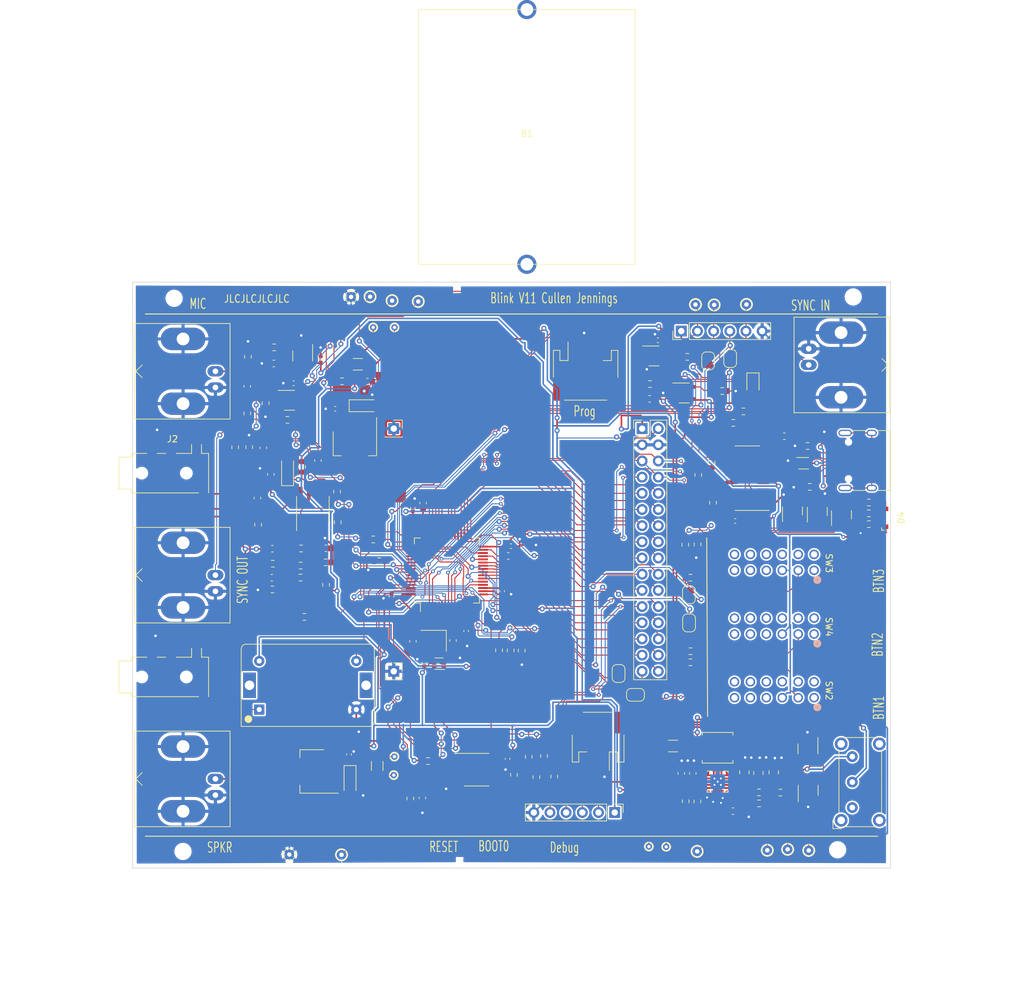
<source format=kicad_pcb>
(kicad_pcb (version 20221018) (generator pcbnew)
  (title_block (title "Blink") (date "2024-02-12") (rev "V11") (company "Cullen Jennings"))
  (layers (0 "F.Cu" signal) (31 "B.Cu" power) (34 "B.Paste" user) (35 "F.Paste" user) (36 "B.SilkS" user "B.Silkscreen") (37 "F.SilkS" user "F.Silkscreen") (38 "B.Mask" user) (39 "F.Mask" user) (44 "Edge.Cuts" user))
  (net 0 "")
  (net 1 "+3.3V")
  (net 2 "/AUX_CLK")
  (net 3 "/AUX_GPS_PPS")
  (net 4 "/OSC_ADJ")
  (net 5 "/HSE_OUT")
  (net 6 "/HSE_IN")
  (net 7 "/GPS_PPS")
  (net 8 "+3.3VA")
  (net 9 "/LEDMG")
  (net 10 "/LEDMR")
  (net 11 "/NCOL1")
  (net 12 "/AUD_OUT")
  (net 13 "Net-(C7-Pad1)")
  (net 14 "/Mic")
  (net 15 "/BOOT1")
  (net 16 "/LEDMB")
  (net 17 "/NCOL3")
  (net 18 "/NCOL2")
  (net 19 "/NCOL5")
  (net 20 "/NCOL4")
  (net 21 "GND")
  (net 22 "/NCOL7")
  (net 23 "/NCOL6")
  (net 24 "/NCOL9")
  (net 25 "/NCOL8")
  (net 26 "/NROW1")
  (net 27 "/NCOL10")
  (net 28 "/NROW3")
  (net 29 "/NROW2")
  (net 30 "/NROW5")
  (net 31 "/NROW4")
  (net 32 "/SWDIO")
  (net 33 "/SWDCLK")
  (net 34 "/LED9")
  (net 35 "/LED10")
  (net 36 "/USB_RX")
  (net 37 "/USB_TX")
  (net 38 "/SCL")
  (net 39 "/AUD_IN")
  (net 40 "Net-(C17-Pad2)")
  (net 41 "Net-(R1-Pad2)")
  (net 42 "/DB3")
  (net 43 "/SDA")
  (net 44 "/NRST")
  (net 45 "/BOOT0")
  (net 46 "/GPS_RX1")
  (net 47 "/GPS_TX1")
  (net 48 "SYNC_IN")
  (net 49 "Net-(U1-VI)")
  (net 50 "Net-(C8-Pad1)")
  (net 51 "/Left")
  (net 52 "Net-(U2A-+)")
  (net 53 "Net-(J12-In)")
  (net 54 "/CLK")
  (net 55 "/AUX_MON_PPS")
  (net 56 "Net-(J4-In)")
  (net 57 "/LED7")
  (net 58 "/LED8")
  (net 59 "/LED1")
  (net 60 "/LED2")
  (net 61 "/BTN1")
  (net 62 "PPS_OUT")
  (net 63 "Net-(J11-In)")
  (net 64 "Net-(J7-Pin_2)")
  (net 65 "Net-(C13-Pad2)")
  (net 66 "Net-(U4-VCAP_1)")
  (net 67 "Net-(U2A--)")
  (net 68 "Net-(U4-VCAP_2)")
  (net 69 "/Right")
  (net 70 "Net-(U2B--)")
  (net 71 "Net-(U2B-+)")
  (net 72 "Net-(R25-Pad1)")
  (net 73 "Net-(R35-Pad1)")
  (net 74 "Net-(J13-In)")
  (net 75 "Net-(R24-Pad1)")
  (net 76 "Net-(R28-Pad2)")
  (net 79 "Net-(C26-Pad1)")
  (net 80 "VBUS")
  (net 81 "+BATT")
  (net 82 "Net-(D1-K)")
  (net 83 "Net-(J9-CC1)")
  (net 84 "Net-(J9-D+-PadA6)")
  (net 85 "Net-(J9-D--PadA7)")
  (net 87 "Net-(J9-CC2)")
  (net 89 "unconnected-(J9-SHIELD-PadS1)")
  (net 90 "Net-(U9-STAT)")
  (net 91 "Net-(U9-PROG)")
  (net 92 "Net-(U7-UD+)")
  (net 93 "Net-(U7-UD-)")
  (net 100 "/USB_DTR")
  (net 101 "/USB_RTS")
  (net 103 "/LED3")
  (net 104 "/LED5")
  (net 105 "Net-(R36-Pad1)")
  (net 108 "/LED6")
  (net 109 "/LED4")
  (net 110 "/MON_PPS")
  (net 112 "Net-(X1-Vcontrol)")
  (net 113 "Net-(J7-Pin_3)")
  (net 114 "Net-(J7-Pin_4)")
  (net 115 "Net-(J7-Pin_5)")
  (net 116 "/AUX_SYNC_IN")
  (net 118 "Net-(D4-BK)")
  (net 119 "Net-(D4-GK)")
  (net 120 "Net-(D4-RK)")
  (net 121 "Net-(Q3-D)")
  (net 122 "Net-(Q4-D)")
  (net 123 "Net-(Q5-D)")
  (net 134 "Net-(U7-TXD)")
  (net 135 "Net-(U7-RXD)")
  (net 136 "Net-(SW1-B)")
  (net 137 "Net-(U7-~{DTR})")
  (net 138 "Net-(U7-~{RTS})")
  (net 157 "Net-(U13-VI)")
  (net 158 "Net-(SW1-C)")
  (net 163 "Net-(JP5-A)")
  (net 164 "/BTN2")
  (net 165 "Net-(R54-Pad1)")
  (net 167 "/VIN1")
  (net 168 "Net-(U16-VAUX)")
  (net 169 "+6V")
  (net 170 "/FL1")
  (net 171 "/FL2")
  (net 172 "Net-(U16-EN)")
  (net 173 "Net-(U16-PS{slash}SYNC)")
  (net 174 "Net-(R59-Pad1)")
  (net 175 "Net-(U16-PG)")
  (net 176 "/BTN3")
  (net 177 "Net-(U16-FB)")
  (net 178 "/VOUT2")
  (footprint "Capacitor_SMD:C_0603_1608Metric" (layer "F.Cu") (at 192.172507 56.331122 180)
    (fp_text reference "C29" hide)
    (fp_text value "4u7")
  )
  (footprint "Package_TO_SOT_SMD:SOT-23" (layer "F.Cu") (at 222.3 74.5375 90)
    (fp_text reference "Q5" hide)
    (fp_text value "2N7002")
  )
  (footprint "Capacitor_SMD:C_0603_1608Metric" (layer "F.Cu") (at 161.303029 94.264457 -90)
    (fp_text reference "C11" hide)
    (fp_text value "33p" hide)
  )
  (footprint "Resistor_SMD:R_0603_1608Metric" (layer "F.Cu") (at 175.6 112.425 -90)
    (fp_text reference "R43" hide)
    (fp_text value "1K0")
  )
  (footprint "Resistor_SMD:R_1206_3216Metric" (layer "F.Cu") (at 149.4 113.9625 -90)
    (fp_text reference "R38" hide)
    (fp_text value "0R1")
  )
  (footprint "Capacitor_SMD:C_0402_1005Metric" (layer "F.Cu") (at 163.36537 92.767673 -90)
    (fp_text reference "C22" hide)
    (fp_text value "100n")
  )
  (footprint "TestPoint:TestPoint_THTPad_D1.5mm_Drill0.7mm" (layer "F.Cu") (at 199.374288 41.520572)
    (fp_text reference "TP8" hide)
    (fp_text value "~")
  )
  (footprint "Resistor_SMD:R_0603_1608Metric" (layer "F.Cu") (at 157.375 113.2)
    (fp_text reference "R12" hide)
    (fp_text value "1K5")
  )
  (footprint "Resistor_SMD:R_0603_1608Metric" (layer "F.Cu") (at 209.332515 118.123319 180)
    (fp_text reference "R59" hide)
    (fp_text value "120K")
  )
  (footprint "Jumper:SolderJumper-2_P1.3mm_Bridged_RoundedPad1.0x1.5mm" (layer "F.Cu") (at 187.3 99.45 90)
    (fp_text reference "JP2" hide)
    (fp_text value "SolderJumper_2_Bridged")
  )
  (footprint "Jumper:SolderJumper-2_P1.3mm_Bridged2Bar_RoundedPad1.0x1.5mm" (layer "F.Cu") (at 204.820056 49.993311 -90)
    (fp_text reference "JP6" hide)
    (fp_text value "SolderJumper_2_Bridged")
  )
  (footprint "Package_TO_SOT_SMD:SOT-23-5" (layer "F.Cu") (at 137.700527 49.59004 -90)
    (fp_text reference "U5" hide)
    (fp_text value "SN74LVC1G14DBV" hide)
  )
  (footprint "Resistor_SMD:R_0603_1608Metric" (layer "F.Cu") (at 133.234948 48.24416 180)
    (fp_text reference "R24" hide)
    (fp_text value "200R")
  )
  (footprint "Resistor_SMD:R_0603_1608Metric" (layer "F.Cu") (at 129.297294 63.911164 90)
    (fp_text reference "R11" hide)
    (fp_text value "1K0")
  )
  (footprint "TestPoint:TestPoint_THTPad_D1.0mm_Drill0.5mm" (layer "F.Cu") (at 148.770988 45.109469 180)
    (fp_text reference "TP2" hide)
    (fp_text value "~")
  )
  (footprint "Resistor_SMD:R_0603_1608Metric" (layer "F.Cu") (at 141.366687 85.521076 -90)
    (fp_text reference "R3" hide)
    (fp_text value "47K")
  )
  (footprint "blinky_footprints:PBH4UOANAGX" (layer "F.Cu") (at 218 83.25 -90)
    (fp_text reference "SW3")
    (fp_text value "SW_Push_4PDT")
  )
  (footprint "Jumper:SolderJumper-2_P1.3mm_Bridged_RoundedPad1.0x1.5mm" (layer "F.Cu") (at 198.36827 91.508948 -90)
    (fp_text reference "JP3" hide)
    (fp_text value "SolderJumper_2_Bridged")
  )
  (footprint "TestPoint:TestPoint_THTPad_D1.5mm_Drill0.7mm" (layer "F.Cu") (at 143.797279 127.915229)
    (fp_text reference "TP15" hide)
    (fp_text value "~")
  )
  (footprint "Capacitor_SMD:C_0603_1608Metric" (layer "F.Cu") (at 133.168258 50.770769)
    (fp_text reference "C25" hide)
    (fp_text value "47p")
  )
  (footprint "Capacitor_SMD:C_0603_1608Metric" (layer "F.Cu") (at 198.957239 115.135026 90)
    (fp_text reference "C34" hide)
    (fp_text value "10u")
  )
  (footprint "Capacitor_SMD:C_0603_1608Metric" (layer "F.Cu") (at 213.32 62.2)
    (fp_text reference "C28" hide)
    (fp_text value "4u7")
  )
  (footprint "Resistor_SMD:R_0603_1608Metric" (layer "F.Cu") (at 198.590493 97.691997 180)
    (fp_text reference "R36" hide)
    (fp_text value "1K0")
  )
  (footprint "MountingHole:MountingHole_2.2mm_M2" (layer "F.Cu") (at 221.69363 127.127377 90)
    (fp_text reference "H5" hide)
    (fp_text value "M2" hide)
  )
  (footprint "Crystal:Crystal_SMD_3225-4Pin_3.2x2.5mm" (layer "F.Cu") (at 158.248131 94.317514 180)
    (fp_text reference "Y1" hide)
    (fp_text value "16MHz " hide)
  )
  (footprint "Package_SO:SOIC-16_3.9x9.9mm_P1.27mm" (layer "F.Cu") (at 207.525 68.775 180)
    (fp_text reference "U7" hide)
    (fp_text value "CH340C")
  )
  (footprint "Package_SON:Texas_S-PWSON-N10_ThermalVias" (layer "F.Cu") (at 202.857239 116.435026)
    (fp_text reference "U16" hide)
    (fp_text value "TPS63060")
  )
  (footprint "Resistor_SMD:R_0603_1608Metric" (layer "F.Cu") (at 198.590941 84.405597 180)
    (fp_text reference "R25" hide)
    (fp_text value "1K0")
  )
  (footprint "Resistor_SMD:R_0603_1608Metric" (layer "F.Cu") (at 141.3125 82 180)
    (fp_text reference "R4" hide)
    (fp_text value "47K")
  )
  (footprint "Resistor_SMD:R_0603_1608Metric" (layer "F.Cu") (at 174.4 115.725 -90)
    (fp_text reference "R44" hide)
    (fp_text value "1K0")
  )
  (footprint "Capacitor_SMD:C_0603_1608Metric" (layer "F.Cu") (at 132.85053 84.408681 180)
    (fp_text reference "C27" hide)
    (fp_text value "100n")
  )
  (footprint "Connector_PinHeader_2.54mm:PinHeader_2x16_P2.54mm_Vertical" (layer "F.Cu") (at 191 61)
    (fp_text reference "J14" hide)
    (fp_text value "Conn_02x16_Odd_Even")
  )
  (footprint "Resistor_SMD:R_0603_1608Metric" (layer "F.Cu") (at 143.1 70.9 -90)
    (fp_text reference "R19" hide)
    (fp_text value "560R")
  )
  (footprint "Package_TO_SOT_SMD:SOT-223-3_TabPin2" (layer "F.Cu") (at 145.9 63.35 -90)
    (fp_text reference "U13" hide)
    (fp_text value "AMS1117-3.3")
  )
  (footprint "Capacitor_Tantalum_SMD:CP_EIA-3216-18_Kemet-A" (layer "F.Cu") (at 145.136094 116.223745 -90)
    (fp_text reference "C3" hide)
    (fp_text value "10u")
  )
  (footprint "Jumper:SolderJumper-2_P1.3mm_Bridged_RoundedPad1.0x1.5mm" (layer "F.Cu") (at 198.343031 87.092308 90)
    (fp_text reference "JP4" hide)
    (fp_text value "SolderJumper_2_Bridged")
  )
  (footprint "blinky_footprints:PBH4UOANAGX" (layer "F.Cu") (at 218 103.25 -90)
    (fp_text reference "SW2")
    (fp_text value "SW_Push_4PDT")
  )
  (footprint "Jumper:SolderJumper-2_P1.3mm_Bridged_RoundedPad1.0x1.5mm" (layer "F.Cu") (at 189.95 102.8)
    (fp_text reference "JP1" hide)
    (fp_text value "SolderJumper_2_Bridged")
  )
  (footprint "Connector_JST:JST_PH_S2B-PH-SM4-TB_1x02-1MP_P2.00mm_Horizontal" (layer "F.Cu") (at 184.086749 110.045379 180)
    (fp_text reference "J1" hide)
    (fp_text value "Conn_01x02" hide)
  )
  (footprint "TestPoint:TestPoint_THTPad_D1.5mm_Drill0.7mm" (layer "F.Cu") (at 202.309005 41.575256)
    (fp_text reference "TP7" hide)
    (fp_text value "~")
  )
  (footprint "Resistor_SMD:R_0603_1608Metric" (layer "F.Cu") (at 192.225 54)
    (fp_text reference "R27" hide)
    (fp_text value "1K0")
  )
  (footprint "Package_TO_SOT_SMD:SOT-23-5" (layer "F.Cu") (at 135.6375 56.55)
    (fp_text reference "U6" hide)
    (fp_text value "SN74LVC1G14DBV" hide)
  )
  (footprint "Connector_PinHeader_2.54mm:PinHeader_1x06_P2.54mm_Vertical" (layer "F.Cu") (at 186.690464 121.276121 -90)
    (fp_text reference "J7" hide)
    (fp_text value "Conn_01x06_Pin" hide)
  )
  (footprint "Capacitor_SMD:C_0402_1005Metric" (layer "F.Cu") (at 169.006009 86.528826 -90)
    (fp_text reference "C12" hide)
    (fp_text value "100n")
  )
  (footprint "Resistor_SMD:R_0603_1608Metric" (layer "F.Cu") (at 173.2 112.525 -90)
    (fp_text reference "R45" hide)
    (fp_text value "1K0")
  )
  (footprint "blinky_footprints:BatteryFlat1" (layer "F.Cu") (at 172.9 15.2)
    (fp_text reference "B1")
    (fp_text value "~")
  )
  (footprint "TestPoint:TestPoint_THTPad_D1.0mm_Drill0.5mm" (layer "F.Cu") (at 192.05908 126.621968)
    (fp_text reference "TP12" hide)
    (fp_text value "~")
  )
  (footprint "Package_TO_SOT_SMD:SOT-23-5" (layer "F.Cu") (at 192.858785 49.582849)
    (fp_text reference "U14" hide)
    (fp_text value "SN74LVC1G14DBV")
  )
  (footprint "Capacitor_SMD:C_0603_1608Metric" (layer "F.Cu") (at 156.6 72.675 -90)
    (fp_text reference "C19" hide)
    (fp_text value "2u2")
  )
  (footprint "Resistor_SMD:R_0603_1608Metric" (layer "F.Cu") (at 129.1 49.7125 90)
    (fp_text reference "R13" hide)
    (fp_text value "560R")
  )
  (footprint "TestPoint:TestPoint_THTPad_D1.5mm_Drill0.7mm" (layer "F.Cu") (at 151.74191 40.900558 180)
    (fp_text reference "TP18" hide)
    (fp_text value "~")
  )
  (footprint "Resistor_SMD:R_0603_1608Metric" (layer "F.Cu") (at 205.325 60.1 180)
    (fp_text reference "R49" hide)
    (fp_text value "1K0")
  )
  (footprint "Package_TO_SOT_SMD:SOT-563" (layer "F.Cu") (at 159.1 97.9 180)
    (fp_text reference "U10" hide)
    (fp_text value "TMP112AIDRLR")
  )
  (footprint "Capacitor_SMD:C_0603_1608Metric" (layer "F.Cu") (at 141.35 79.8 180)
    (fp_text reference "C9" hide)
    (fp_text value "100n")
  )
  (footprint "Resistor_SMD:R_0603_1608Metric" (layer "F.Cu") (at 212.700169 118.143063 180)
    (fp_text reference "R60" hide)
    (fp_text value "12K")
  )
  (footprint "TestPoint:TestPoint_THTPad_D1.5mm_Drill0.7mm" (layer "F.Cu") (at 145.3008 40.315244)
    (fp_text reference "TP14" hide)
    (fp_text value "~")
  )
  (footprint "Resistor_SMD:R_0603_1608Metric" (layer "F.Cu") (at 172.074179 95.848987 -90)
    (fp_text reference "R31" hide)
    (fp_text value "4K7")
  )
  (footprint "TestPoint:TestPoint_THTPad_D1.5mm_Drill0.7mm" (layer "F.Cu") (at 210.649959 127.205264)
    (fp_text reference "TP11" hide)
    (fp_text value "~")
  )
  (footprint "Package_TO_SOT_SMD:SOT-223-3_TabPin2" (layer "F.Cu") (at 139.173781 114.828555 180)
    (fp_text reference "U1" hide)
    (fp_text value "AMS1117-3.3" hide)
  )
  (footprint "Package_TO_SOT_SMD:SOT-23-5" (layer "F.Cu") (at 217.070558 117.788125 90)
    (fp_text reference "U11" hide)
    (fp_text value "MAX40200AUK")
  )
  (footprint "TestPoint:TestPoint_THTPad_D1.0mm_Drill0.5mm" (layer "F.Cu") (at 152 115.4)
    (fp_text reference "TP3" hide)
    (fp_text value "~")
  )
  (footprint "Capacitor_SMD:C_0402_1005Metric" (layer "F.Cu") (at 144.97611 112.162498 -90)
    (fp_text reference "C1" hide)
    (fp_text value "100n")
  )
  (footprint "Capacitor_SMD:C_0402_1005Metric" (layer "F.Cu") (at 142.8248 57.890021)
    (fp_text reference "C31" hide)
    (fp_text value "100n")
  )
  (footprint "TestPoint:TestPoint_THTPad_D1.5mm_Drill0.7mm" (layer "F.Cu") (at 207.376405 41.502344)
    (fp_text reference "TP6" hide)
    (fp_text value "~")
  )
  (footprint "TestPoint:TestPoint_THTPad_D1.5mm_Drill0.7mm" (layer "F.Cu") (at 199.636242 127.380786)
    (fp_text reference "TP10" hide)
    (fp_text value "~")
  )
  (footprint "Resistor_SMD:R_0603_1608Metric" (layer "F.Cu") (at 217.325 70.15)
    (fp_text reference "R22" hide)
    (fp_text value "5K1")
  )
  (footprint "Capacitor_SMD:C_0402_1005Metric" (layer "F.Cu") (at 169.87002 112.852711 90)
    (fp_text reference "C20" hide)
    (fp_text value "100n")
  )
  (footprint "blinky_footprints:Jack_3.5mm_PJ320D_Horizontal-CJ" (layer "F.Cu") (at 118 68)
    (fp_text reference "J2")
    (fp_text value "PJ-320D")
  )
  (footprint "Capacitor_SMD:C_0603_1608Metric" (layer "F.Cu") (at 156.5 118.988932 -90)
    (fp_text reference "C10" hide)
    (fp_text value "100n")
  )
  (footprint "Resistor_SMD:R_0603_1608Metric" (layer "F.Cu") (at 216.975 63.725)
    (fp_text reference "R21" hide)
    (fp_text value "5K1")
  )
  (footprint "Capacitor_SMD:C_0402_1005Metric" (layer "F.Cu") (at 193.478416 47.130016 180)
    (fp_text reference "C32" hide)
    (fp_text value "100n")
  )
  (footprint "Capacitor_SMD:C_0603_1608Metric" (layer "F.Cu") (at 205.255886 121.058448 180)
    (fp_text reference "C36" hide)
    (fp_text value "100n")
  )
  (footprint "Capacitor_SMD:C_0402_1005Metric" (layer "F.Cu") (at 156.8 97.8 -90)
    (fp_text reference "C30" hide)
    (fp_text value "100n")
  )
  (footprint "Capacitor_SMD:C_0603_1608Metric" (layer "F.Cu") (at 131.535747 64.017831 -90)
    (fp_text reference "C17" hide)
    (fp_text value "100n")
  )
  (footprint "Capacitor_SMD:C_0603_1608Metric" (layer "F.Cu") (at 147.868028 53.60334 180)
    (fp_text reference "C4" hide)
    (fp_text value "100n")
  )
  (footprint "Resistor_SMD:R_0603_1608Metric" (layer "F.Cu") (at 129 58.6125 -90)
    (fp_text reference "R6" hide)
    (fp_text value "10K")
  )
  (footprint "Resistor_SMD:R_0603_1608Metric" (layer "F.Cu") (at 143.2 75.7 90)
    (fp_text reference "R1" hide)
    (fp_text value "560R")
  )
  (footprint "Capacitor_SMD:C_0805_2012Metric" (layer "F.Cu") (at 211.657239 114.960026 90)
    (fp_text reference "C38" hide)
    (fp_text value "22uF")
  )
  (footprint "TestPoint:TestPoint_THTPad_D1.5mm_Drill0.7mm" (layer "F.Cu") (at 217.160654 127.229832)
    (fp_text reference "TP16" hide)
    (fp_text value "~")
  )
  (footprint "Resistor_SMD:R_0603_1608Metric" (layer "F.Cu") (at 226.6 76 180)
    (fp_text reference "R48" hide)
    (fp_text value "47R")
  )
  (footprint "Package_TO_SOT_SMD:SOT-666" (layer "F.Cu") (at 216.35 66.4375)
    (fp_text reference "U8" hide)
    (fp_text value "USBLC6-2P6")
  )
  (footprint "Button_Switch_THT:SW_E-Switch_EG1224_SPDT_Angled" (layer "F.Cu") (at 224 120.5 90)
    (fp_text reference "SW1" hide)
    (fp_text value "SW_SPDT")
  )
  (footprint "Connector_PinSocket_2.54mm:PinSocket_1x01_P2.54mm_Vertical" (layer "F.Cu") (at 152 61)
    (fp_text reference "J15" hide)
    (fp_text value "Conn_01x01")
  )
  (footprint "Package_SO:SOIC-8_3.9x4.9mm_P1.27mm" (layer "F.Cu") (at 165.002202 114.547268)
    (fp_text reference "U3" hide)
    (fp_text value "M24C02-RMN")
  )
  (footprint "Capacitor_SMD:C_0402_1005Metric" (layer "F.Cu") (at 205.62 75.5)
    (fp_text reference "C2" hide)
    (fp_text value "100n")
  )
  (footprint "Package_QFP:LQFP-64_10x10mm_P0.5mm" (layer "F.Cu") (at 160.340364 83.278819 90)
    (fp_text reference "U4" hide)
    (fp_text value "STM32F405RGTx" hide)
  )
  (footprint "Resistor_SMD:R_0603_1608Metric" (layer "F.Cu") (at 137.6 67 90)
    (fp_text reference "R7" hide)
    (fp_text value "1R0")
  )
  (footprint "blinky_footprints:OSC_DIP-14" (layer "F.Cu") (at 130.88 105.11)
    (fp_text reference "X1" hide)
    (fp_text value "GTXO-14V (2.048MHz)")
  )
  (footprint "Resistor_SMD:R_0603_1608Metric" (layer "F.Cu") (at 131.872968 57.008785 -90)
    (fp_text reference "R23" hide)
    (fp_text value "1K0")
  )
  (footprint "Resistor_SMD:R_0603_1608Metric" (layer "F.Cu") (at 148.775 78.4)
    (fp_text reference "R17" hide)
    (fp_text value "1K0")
  )
  (footprint "Capacitor_SMD:C_0402_1005Metric" (layer "F.Cu") (at 151.655273 87.375109 90)
    (fp_text reference "C18" hide)
    (fp_text value "100n")
  )
  (footprint "Package_SO:SOIC-8_3.9x4.9mm_P1.27mm" (layer "F.Cu") (at 139.305 73.575 90)
    (fp_text reference "U2" hide)
    (fp_text value "AD8397")
  )
  (footprint "Capacitor_SMD:C_0603_1608Metric" (layer "F.Cu") (at 129 54.35 -90)
    (fp_text reference "C13" hide)
    (fp_text value "10u")
  )
  (footprint "Resistor_SMD:R_0603_1608Metric" (layer "F.Cu") (at 199.813361 68.276917 -90)
    (fp_text reference "R29" hide)
    (fp_text value "1K0")
  )
  (footprint "Resistor_SMD:R_0603_1608Metric" (layer "F.Cu") (at 133.002513 82.205878)
    (fp_text reference "R16" hide)
    (fp_text value "560R")
  )
  (footprint "Resistor_SMD:R_0603_1608Metric" (layer "F.Cu") (at 199.696506 79.182867 90)
    (fp_text reference "R53" hide)
    (fp_text value "47K")
  )
  (footprint "Capacitor_SMD:C_0603_1608Metric" (layer "F.Cu") (at 155.010932 94.395483 90)
    (fp_text reference "C14" hide)
    (fp_text value "33p" hide)
  )
  (footprint "TestPoint:TestPoint_THTPad_D1.5mm_Drill0.7mm" (layer "F.Cu") (at 148.283024 40.283497)
    (fp_text reference "TP5" hide)
    (fp_text value "~")
  )
  (footprint "blinky_footprints:Jack_3.5mm_PJ320D_Horizontal-CJ" (layer "F.Cu") (at 118 100)
    (fp_text reference "J3" hide)
    (fp_text value "PJ-320D")
  )
  (footprint "blinky_footprints:PBH4UOANAGX" (layer "F.Cu") (at 218 93.25 -90)
    (fp_text reference "SW4")
    (fp_text value "SW_Push_4PDT")
  )
  (footprint "Resistor_SMD:R_1206_3216Metric" (layer "F.Cu") (at 195.856885 110.835348)
    (fp_text reference "R62" hide)
    (fp_text value "0R1")
  )
  (footprint "MountingHole:MountingHole_2.2mm_M2" (layer "F.Cu") (at 117.513825 40.538568 90)
    (fp_text reference "H1" hide)
    (fp_text value "M2" hide)
  )
  (footprint "Resistor_SMD:R_0603_1608Metric" (layer "F.Cu") (at 127.10424 63.942052 -90)
    (fp_text reference "R10" hide)
    (fp_text value "1K0")
  )
  (footprint "Capacitor_SMD:C_0603_1608Metric" (layer "F.Cu") (at 132.711843 68.187506 -90)
    (fp_text reference "C6" hide)
    (fp_text value "100n")
  )
  (footprint "Resistor_SMD:R_0603_1608Metric" (layer "F.Cu") (at 209.352258 119.840974)
    (fp_text reference "R58" hide)
    (fp_text value "12K")
  )
  (footprint "Resistor_SMD:R_0603_1608Metric" (layer "F.Cu") (at 198.094131 49.734864)
    (fp_text reference "R54" hide)
    (fp_text value "1K0")
  )
  (footprint "Resistor_SMD:R_0603_1608Metric" (layer "F.Cu") (at 198.59447 95.950693 180)
    (fp_text reference "R35" hide)
    (fp_text value "1K0")
  )
  (footprint "Resistor_SMD:R_0603_1608Metric" (layer "F.Cu") (at 170.87002 115.357711 -90)
    (fp_text reference "R15" hide)
    (fp_text value "1K5")
  )
  (footprint "Resistor_SMD:R_0603_1608Metric" (layer "F.Cu") (at 197.769739 79.226196 90)
    (fp_text reference "R52" hide)
    (fp_text value "47K" hide)
  )
  (footprint "Resistor_SMD:R_0603_1608Metric" (layer "F.Cu") (at 226.6 72.6)
    (fp_text reference "R46" hide)
    (fp_text value "150R")
  )
  (footprint "Inductor_SMD:L_Coilcraft_XAL4020-XXX" (layer "F.Cu") (at 202.842239 111.110026)
    (fp_text reference "L1" hide)
    (fp_text value "1.5uH")
  )
  (footprint "Capacitor_SMD:C_0603_1608Metric" (layer "F.Cu") (at 169.974471 80.987211 180)
    (fp_text reference "C16" hide)
    (fp_text value "2u2")
  )
  (footprint "Capacitor_SMD:C_0402_1005Metric" (layer "F.Cu") (at 140.527418 50.134484 90)
    (fp_text reference "C23" hide)
    (fp_text value "100n" hide)
  )
  (footprint "Resistor_SMD:R_0603_1608Metric" (layer "F.Cu") (at 226.6 74.3)
    (fp_text reference "R47" hide)
    (fp_text value "47R")
  )
  (footprint "blinky_footprints:BNC_Amphenol_B6252HB-NPP3G-50_Horizontal-CJ" (layer "F.Cu") (at 121.5 52 90)
    (fp_text reference "J11" hide)
    (fp_text value "KH-BNC50-3511")
  )
  (footprint "Capacitor_SMD:C_0402_1005Metric" (layer "F.Cu") (at 136.282253 53.878065 180)
    (fp_text reference "C24" hide)
    (fp_text value "100n" hide)
  )
  (footprint "Resistor_SMD:R_1206_3216Metric" (layer "F.Cu") (at 146.3625 50.9)
    (fp_text reference "R37" hide)
    (fp_text value "0R1")
  )
  (footprint "Resistor_SMD:R_0603_1608Metric" (layer "F.Cu") (at 206.9 58.3)
    (fp_text reference "R50" hide)
    (fp_text value "1K0")
  )
  (footprint "Capacitor_SMD:C_0603_1608Metric" (layer "F.Cu") (at 197.157239 115.135026 90)
    (fp_text reference "C35" hide)
    (fp_text value "10u")
  )
  (footprint "TestPoint:TestPoint_THTPad_D1.5mm_Drill0.7mm" (layer "F.Cu") (at 213.843885 127.057852)
    (fp_text reference "TP17" hide)
    (fp_text value "~")
  )
  (footprint "TestPoint:TestPoint_THTPad_D1.0mm_Drill0.5mm" (layer "F.Cu") (at 152.1 112.5)
    (fp_text reference "TP4" hide)
    (fp_text value "~")
  )
  (footprint "Package_TO_SOT_SMD:SOT-23-5" (layer "F.Cu") (at 197.6 55.4)
    (fp_text reference "U9" hide)
    (fp_text value "MCP73832-2-OT")
  )
  (footprint "Package_TO_SOT_SMD:SOT-23" (layer "F.Cu") (at 214.6 73.9375 90)
    (fp_text reference "Q3" hide)
    (fp_text value "2N7002")
  )
  (footprint "Capacitor_SMD:C_0603_1608Metric" (layer "F.Cu") (at 130.6 71.9 90)
    (fp_text reference "C7" hide)
    (fp_text value "10u")
  )
  (footprint "Resistor_SMD:R_0603_1608Metric" (layer "F.Cu") (at 135.307564 59.627514)
    (fp_text reference "R28" hide)
    (fp_text value "1K0")
  )
  (footprint "Resistor_SMD:R_0603_1608Metric" (layer "F.Cu") (at 199.67955 119.533819 90)
    (fp_text reference "R57" hide)
    (fp_text value "1K0")
  )
  (footprint "Capacitor_SMD:C_0805_2012Metric" (layer "F.Cu") (at 207.057239 114.960026 90)
    (fp_text reference "C40" hide)
    (fp_text value "22uF")
  )
  (footprint "Resistor_SMD:R_0603_1608Metric" (layer "F.Cu") (at 130.7 76.0875 -90)
    (fp_text reference "R2" hide)
    (fp_text value "560R")
  )
  (footprint "LED_SMD:LED_0805_2012Metric" (layer "F.Cu") (at 208.4 53.9375 -90)
    (fp_text reference "D1" hide)
    (fp_text value "LED")
  )
  (footprint "MountingHole:MountingHole_2.2mm_M2" (layer "F.Cu") (at 118.908606 127.389757 90)
    (fp_text reference "H4" hide)
    (fp_text value "M2" hide)
  )
  (footprint "Resistor_SMD:R_0603_1608Metric" (layer "F.Cu") (at 168.528041 95.81095 -90)
    (fp_text reference "R33" hide)
    (fp_text value "4K7")
  )
  (footprint "Resistor_SMD:R_0603_1608Metric" (layer "F.Cu") (at 197.842627 119.513961 90)
    (fp_text reference "R56" hide)
    (fp_text value "1K0")
  )
  (footprint "Capacitor_Tantalum_SMD:CP_EIA-3216-18_Kemet-A" (layer "F.Cu") (at 147.312698 57.406232)
    (fp_text reference "C33" hide)
    (fp_text value "10u")
  )
  (footprint "Resistor_SMD:R_0603_1608Metric" (layer "F.Cu") (at 177.2 115.625 -90)
    (fp_text reference "R42" hide)
    (fp_text value "1K0")
  )
  (footprint "Capacitor_SMD:C_0603_1608Metric" (layer "F.Cu") (at 140.1 66 90)
    (fp_text reference "C26" hide)
    (fp_text value "10u")
  )
  (footprint "Connector_JST:JST_PH_S3B-PH-SM4-TB_1x03-1MP_P2.00mm_Horizontal" (layer "F.Cu") (at 182.124103 52.018935)
    (fp_text reference "J6" hide)
    (fp_text value "Conn_01x03")
  )
  (footprint "Connector_PinSocket_2.54mm:PinSocket_1x01_P2.54mm_Vertical" (layer "F.Cu") (at 152 99.1)
    (fp_text reference "J16" hide)
    (fp_text value "Conn_01x01")
  )
  (footprint "Resistor_SMD:R_0603_1608Metric" (layer "F.Cu") (at 149.726571 81.814356 180)
    (fp_text reference "R26" hide)
    (fp_text value "4K7")
  )
  (footprint "Resistor_SMD:R_0603_1608Metric" (layer "F.Cu") (at 170.355231 95.822935 -90)
    (fp_text reference "R32" hide)
    (fp_text value "4K7")
  )
  (footprint "Connector_USB:USB_C_Receptacle_HRO_TYPE-C-31-M-12" (layer "F.Cu") (at 226 66 90)
    (fp_text reference "J9" hide)
    (fp_text value "USB_C_Receptacle")
  )
  (footprint "Capacitor_Tantalum_SMD:CP_EIA-3216-18_Kemet-A" (layer "F.Cu") (at 135.329034 67.65 90)
    (fp_text reference "C5" hide)
    (fp_text value "10u")
  )
  (footprint "TestPoint:TestPoint_THTPad_D1.0mm_Drill0.5mm" (layer "F.Cu") (at 194.776828 126.659811)
    (fp_text reference "TP13" hide)
    (fp_text value "~")
  )
  (footprint "Resistor_SMD:R_0603_1608Metric" (layer "F.Cu") (at 137.363209 84.383749 180)
    (fp_text reference "R40" hide)
    (fp_text value "4K7")
  )
  (footprint "Capacitor_SMD:C_0402_1005Metric" (layer "F.Cu") (at 170.395817 79.449323)
    (fp_text reference "C15" hide)
    (fp_text value "100n")
  )
  (footprint "blinky_footprints:BNC_Amphenol_B6252HB-NPP3G-50_Horizontal-CJ" (layer "F.Cu") (at 219.652288 51 -90)
    (fp_text reference "J4" hide)
    (fp_text value "KH-BNC50-3511")
  )
  (footprint "blinky_footprints:BNC_Amphenol_B6252HB-NPP3G-50_Horizontal-CJ" (layer "F.Cu") (at 121.5 84 90)
    (fp_text reference "J12" hide)
    (fp_text value "KH-BNC50-3511")
  )
  (footprint "Jumper:SolderJumper-2_P1.3mm_Bridged2Bar_RoundedPad1.0x1.5mm" (layer "F.Cu") (at 201.357498 50.365295 -90)
    (fp_text reference "JP5" hide)
    (fp_text value "SolderJumper_2_Bridged")
  )
  (footprint "blinky_footprints:LED_RGB_MHS110FRGBCT" (layer "F.Cu") (at 229.8 75 90)
    (fp_text reference "D4")
    (fp_text value "LED_ABGR")
  )
  (footprint "TestPoint:TestPoint_THTPad_D1.5mm_Drill0.7mm" (layer "F.Cu") (at 155.851172 41.038474)
    (fp_text reference "TP19" hide)
    (fp_text value "~")
  )
  (footprint "Connector_PinHeader_2.54mm:PinHeader_1x06_P2.54mm_Vertical" (layer "F.Cu") (at 197.145295 45.686399 90)
    (fp_text reference "J5" hide)
    (fp_text value "Conn_01x06_Pin")
  )
  (footprint "TestPoint:TestPoint_THTPad_D1.0mm_Drill0.5mm" (layer "F.Cu") (at 152.120664 45.109469 180)
    (fp_text reference "TP1" hide)
    (fp_text value "~")
  )
  (footprint "Resistor_SMD:R_0603_1608Metric" (layer "F.Cu") (at 132.950392 86.253587 180)
    (fp_text reference "R41" hide)
    (fp_text value "4K7")
  )
  (footprint "Resistor_SMD:R_0603_1608Metric" (layer "F.Cu") (at 143.875059 53.569373)
    (fp_text reference "FB1" hide)
    (fp_text value "120Ω@100MHz " hide)
  )
  (footprint "Capacitor_SMD:C_0805_2012Metric" (layer "F.Cu") (at 209.257239 115.060026 90)
    (fp_text reference "C39" hide)
    (fp_text value "22uF")
  )
  (footprint "TestPoint:TestPoint_THTPad_D1.5mm_Drill0.7mm" (layer "F.Cu") (at 135.603764 127.873409)
    (fp_text reference "TP9" hide)
    (fp_text value "~")
  )
  (footprint "Package_TO_SOT_SMD:SOT-23" (layer "F.Cu") (at 218.5 74 90)
    (fp_text reference "Q4" hide)
    (fp_text value "2N7002")
  )
  (footprint "Resistor_SMD:R_0603_1608Metric" (layer "F.Cu") (at 137.451365 79.822931 180)
    (fp_text reference "R5" hide)
    (fp_text value "1K0")
  )
  (footprint "Resistor_SMD:R_0603_1608Metric" (layer "F.Cu") (at 137.974264 90.566679)
    (fp_text reference "R39" hide)
    (fp_text value "47K")
  )
  (footprint "Capacitor_SMD:C_0402_1005Metric" (layer "F.Cu") (at 154.998403 73.481035 90)
    (fp_text reference "C21" hide)
    (fp_text value "100n")
  )
  (footprint "Resistor_SMD:R_0603_1608Metric" (layer "F.Cu") (at 137.375 82.5)
    (fp_text reference "R8" hide)
    (fp_text value "100K")
  )
  (footprint "Resistor_SMD:R_0603_1608Metric" (layer "F.Cu") (at 201.916515 66.318807 90)
    (fp_text reference "R20" hide)
    (fp_text value "1K0")
  )
  (footprint "Resistor_SMD:R_0603_1608Metric" (layer "F.Cu") (at 203.575 55.1)
    (fp_text reference "R30" hide)
    (fp_text value "2K0")
  )
  (footprint "Resistor_SMD:R_0603_1608Metric" (layer "F.Cu") (at 154.6 119.075 90)
    (fp_text reference "R9" hide)
    (fp_text value "47K")
  )
  (footprint "MountingHole:MountingHole_2.2mm_M2" (layer "F.Cu") (at 224.148165 40.323299 90)
    (fp_text reference "H3" hide)
    (fp_text value "M2" hide)
  )
  (footprint "Package_TO_SOT_SMD:SOT-23-5" (layer "F.Cu") (at 217.028376 111.28843 -90)
    (fp_text reference "U12" hide)
    (fp_text value "MAX40200AUK")
  )
  (footprint "Capacitor_SMD:C_0603_1608Metric" (layer "F.Cu") (at 132.935954 79.86063 180)
    (fp_text reference "C8" hide)
    (fp_text value "10u")
  )
  (footprint "Resistor_SMD:R_0603_1608Metric" (layer "F.Cu") (at 202.130088 72.63372 -90)
    (fp_text reference "R51" hide)
    (fp_text value "47K")
  )
  (footprint "blinky_footprints:BNC_Amphenol_B6252HB-NPP3G-50_Horizontal-CJ" (layer "F.Cu") (at 121.5 116 90)
    (fp_text reference "J13" hide)
    (fp_text value "KH-BNC50-3511")
  )
  (gr_line (start 201.141681 78.147656) (end 201.275923 106.161489) (stroke (width 0.15)) (layer "F.SilkS"))
  (gr_line (start 113 43) (end 228 43) (stroke (width 0.15)) (layer "F.SilkS"))
  (gr_line (start 113 125) (end 228 125) (stroke (width 0.15)) (layer "F.SilkS"))
  (gr_line (start 230 130) (end 111 130) (stroke (width 0.1)) (layer "Edge.Cuts"))
  (gr_line (start 111 38) (end 230 38) (stroke (width 0.1)) (layer "Edge.Cuts"))
  (gr_line (start 230 38) (end 230 130) (stroke (width 0.1)) (layer "Edge.Cuts"))
  (gr_line (start 111 38) (end 111 130) (stroke (width 0.1)) (layer "Edge.Cuts"))
  (gr_text "Blink V11 Cullen Jennings " (at 167.07438 41.44908) (layer "F.SilkS") (effects (font (size 1.6 1)) (justify left bottom)))
  (gr_text "BTN2\n" (at 228.9 96.9 90) (layer "F.SilkS") (effects (font (size 1.6 1)) (justify left bottom)))
  (gr_text "BTN3" (at 229.1 86.9 90) (layer "F.SilkS") (effects (font (size 1.6 1)) (justify left bottom)))
  (gr_text "JLCJLCJLCJLC" (at 125.279243 41.313146) (layer "F.SilkS") (effects (font (size 1.2 1)) (justify left bottom)))
  (gr_text "SYNC OUT" (at 129.2 88.6 90) (layer "F.SilkS") (effects (font (size 1.6 1)) (justify left bottom)))
  (gr_text "BOOT0" (at 165.2 127.5) (layer "F.SilkS") (effects (font (size 1.6 1)) (justify left bottom)))
  (gr_text "SPKR" (at 122.6 127.7) (layer "F.SilkS") (effects (font (size 1.6 1)) (justify left bottom)))
  (gr_text "RESET\n" (at 157.5 127.6) (layer "F.SilkS") (effects (font (size 1.6 1)) (justify left bottom)))
  (gr_text "Debug" (at 176.425 127.7) (layer "F.SilkS") (effects (font (size 1.6 1)) (justify left bottom)))
  (gr_text "SYNC IN\n" (at 214.3 42.6) (layer "F.SilkS") (effects (font (size 1.6 1)) (justify left bottom)))
  (gr_text "MIC" (at 119.850399 42.340224) (layer "F.SilkS") (effects (font (size 1.6 1)) (justify left bottom)))
  (gr_text "BTN1" (at 229.1 106.8 90) (layer "F.SilkS") (effects (font (size 1.6 1)) (justify left bottom)))
  (gr_text "Prog" (at 180.153407 59.204842) (layer "F.SilkS") (effects (font (size 1.6 1)) (justify left bottom)))
  (segment (start 205.14 74.44) (end 205.05 74.35) (width 0.25) (layer "F.Cu") (net 1))
  (segment (start 153.5875 115.0875) (end 153.4 115.275) (width 0.15) (layer "F.Cu") (net 1))
  (segment (start 191 59.147409) (end 191 61) (width 0.25) (layer "F.Cu") (net 1))
  (segment (start 152.525463 87.855109) (end 152.845037 87.535535) (width 0.25) (layer "F.Cu") (net 1))
  (segment (start 142.323781 114.828555) (end 145.090904 114.828555) (width 0.25) (layer "F.Cu") (net 1))
  (segment (start 156.126388 74.853677) (end 156.115583 74.864482) (width 0.25) (layer "F.Cu") (net 1))
  (segment (start 147.247827 111.491365) (end 147.908172 110.83102) (width 0.25) (layer "F.Cu") (net 1))
  (segment (start 154.998403 74.85093) (end 154.984851 74.864482) (width 0.25) (layer "F.Cu") (net 1))
  (segment (start 147.247827 111.491365) (end 147.247827 114.204983) (width 0.25) (layer "F.Cu") (net 1))
  (segment (start 138.650527 50.72754) (end 140.414362 50.72754) (width 0.25) (layer "F.Cu") (net 1))
  (segment (start 151.655273 87.855109) (end 152.525463 87.855109) (width 0.25) (layer "F.Cu") (net 1))
  (segment (start 147.81635 123.896158) (end 147.81635 115.060671) (width 0.15) (layer "F.Cu") (net 1))
  (segment (start 147.913044 110.835892) (end 148.871281 110.835892) (width 0.25) (layer "F.Cu") (net 1))
  (segment (start 153.4 115.275) (end 153.4 119.7) (width 0.15) (layer "F.Cu") (net 1))
  (segment (start 174.352402 89.3) (end 171.091158 86.038756) (width 0.25) (layer "F.Cu") (net 1))
  (segment (start 156.590364 77.603819) (end 156.590364 75.317653) (width 0.25) (layer "F.Cu") (net 1))
  (segment (start 205.090903 74.686131) (end 205.14 74.637034) (width 0.15) (layer "F.Cu") (net 1))
  (segment (start 229.3 77.3) (end 229.25 77.25) (width 0.25) (layer "F.Cu") (net 1))
  (segment (start 169.87002 112.372711) (end 169.33002 112.372711) (width 0.25) (layer "F.Cu") (net 1))
  (segment (start 166.015364 86.028819) (end 168.231042 86.028819) (width 0.25) (layer "F.Cu") (net 1))
  (segment (start 147.908172 110.83102) (end 147.913044 110.835892) (width 0.25) (layer "F.Cu") (net 1))
  (segment (start 152.845037 87.535535) (end 153.36221 87.018362) (width 0.25) (layer "F.Cu") (net 1))
  (segment (start 153.6 119.9) (end 154.6 119.9) (width 0.15) (layer "F.Cu") (net 1))
  (segment (start 202.154636 74.686131) (end 205.090903 74.686131) (width 0.15) (layer "F.Cu") (net 1))
  (segment (start 190.8 58.947409) (end 191 59.147409) (width 0.25) (layer "F.Cu") (net 1))
  (segment (start 169.915817 78.845204) (end 169.915817 79.449323) (width 0.25) (layer "F.Cu") (net 1))
  (segment (start 156.181693 90.396604) (end 155.706106 90.396604) (width 0.25) (layer "F.Cu") (net 1))
  (segment (start 157.22 98.28) (end 157.6 97.9) (width 0.15) (layer "F.Cu") (net 1))
  (segment (start 169.806635 86.048826) (end 169.006009 86.048826) (width 0.25) (layer "F.Cu") (net 1))
  (segment (start 150.51365 88.996732) (end 151.655273 87.855109) (width 0.25) (layer "F.Cu") (net 1))
  (segment (start 136.762253 53.878065) (end 136.762253 55.587253) (width 0.25) (layer "F.Cu") (net 1))
  (segment (start 168.251049 86.048826) (end 168.231042 86.028819) (width 0.25) (layer "F.Cu") (net 1))
  (segment (start 146.572447 114.880363) (end 145.142712 114.880363) (width 0.25) (layer "F.Cu") (net 1))
  (segment (start 169.006009 86.048826) (end 168.251049 86.048826) (width 0.25) (layer "F.Cu") (net 1))
  (segment (start 205.2 76.2) (end 205.14 76.14) (width 0.25) (layer "F.Cu") (net 1))
  (segment (start 136.762253 53.878065) (end 136.762253 53.156402) (width 0.25) (layer "F.Cu") (net 1))
  (segment (start 136.023781 114.828555) (end 142.323781 114.828555) (width 0.25) (layer "F.Cu") (net 1))
  (segment (start 146.572447 114.880363) (end 147.104245 114.348566) (width 0.25) (layer "F.Cu") (net 1))
  (segment (start 156.590364 75.317653) (end 156.126388 74.853677) (width 0.25) (layer "F.Cu") (net 1))
  (segment (start 211.7 74.7) (end 210.2 76.2) (width 0.25) (layer "F.Cu") (net 1))
  (segment (start 155.706106 90.396604) (end 152.845037 87.535535) (width 0.25) (layer "F.Cu") (net 1))
  (segment (start 171.20717 77.553851) (end 169.915817 78.845204) (width 0.25) (layer "F.Cu") (net 1))
  (segment (start 170.8 112.432711) (end 170.87002 112.432711) (width 0.25) (layer "F.Cu") (net 1))
  (segment (start 147.81635 115.060671) (end 147.104245 114.348566) (width 0.15) (layer "F.Cu") (net 1))
  (segment (start 222.6 78) (end 228.6 78) (width 0.25) (layer "F.Cu") (net 1))
  (segment (start 154.984851 74.864482) (end 156.115583 74.864482) (width 0.25) (layer "F.Cu") (net 1))
  (segment (start 169.33002 112.372711) (end 169.060463 112.642268) (width 0.25) (layer "F.Cu") (net 1))
  (segment (start 153.36221 87.018362) (end 153.372667 87.028819) (width 0.25) (layer "F.Cu") (net 1))
  (segment (start 153.9 73.996038) (end 154.9634 73.996038) (width 0.25) (layer "F.Cu") (net 1))
  (segment (start 170.7 112.262691) (end 170.87002 112.432711) (width 0.25) (layer "F.Cu") (net 1))
  (segment (start 143.797279 127.915229) (end 147.81635 123.896158) (width 0.15) (layer "F.Cu") (net 1))
  (segment (start 205.14 76.14) (end 205.14 75.5) (width 0.25) (layer "F.Cu") (net 1))
  (segment (start 157.6 97.9) (end 158.35 97.9) (width 0.15) (layer "F.Cu") (net 1))
  (segment (start 210.2 76.2) (end 205.2 76.2) (width 0.25) (layer "F.Cu") (net 1))
  (segment (start 156.8 98.28) (end 157.22 98.28) (width 0.15) (layer "F.Cu") (net 1))
  (segment (start 205.14 74.637034) (end 205.14 74.44) (width 0.25) (layer "F.Cu") (net 1))
  (segment (start 187.749206 58.947409) (end 187.749206 61.046617) (width 0.25) (layer "F.Cu") (net 1))
  (segment (start 140.552674 52.240755) (end 140.548481 52.236562) (width 0.25) (layer "F.Cu") (net 1))
  (segment (start 202.130088 74.661583) (end 202.154636 74.686131) (width 0.15) (layer "F.Cu") (net 1))
  (segment (start 153.4 119.7) (end 153.6 119.9) (width 0.15) (layer "F.Cu") (net 1))
  (segment (start 170.87002 112.432711) (end 170.87002 114.532711) (width 0.25) (layer "F.Cu") (net 1))
  (segment (start 193.996285 48.632849) (end 193.996285 47.167885) (width 0.25) (layer "F.Cu") (net 1))
  (segment (start 138.204446 52.752614) (end 138.66596 52.2911) (width 0.25) (layer "F.Cu") (net 1))
  (segment (start 170.7 112.332711) (end 170.8 112.432711) (width 0.25) (layer "F.Cu") (net 1))
  (segment (start 156.590364 89.987933) (end 156.181693 90.396604) (width 0.25) (layer "F.Cu") (net 1))
  (segment (start 187.749206 61.046617) (end 187.73386 61.061963) (width 0.25) (layer "F.Cu") (net 1))
  (segment (start 205.14 75.5) (end 205.14 74.637034) (width 0.25) (layer "F.Cu") (net 1))
  (segment (start 156.8 99) (end 156.8 98.28) (width 0.15) (layer "F.Cu") (net 1))
  (segment (start 197.145295 47.413151) (end 197.145295 45.686399) (width 0.25) (layer "F.Cu") (net 1))
  (segment (start 202.130088 73.45872) (end 202.130088 74.661583) (width 0.15) (layer "F.Cu") (net 1))
  (segment (start 156.488115 99.311885) (end 156.8 99) (width 0.15) (layer "F.Cu") (net 1))
  (segment (start 154.998403 73.961035) (end 154.998403 74.85093) (width 0.25) (layer "F.Cu") (net 1))
  (segment (start 205.05 74.35) (end 205.05 73.22) (width 0.25) (layer "F.Cu") (net 1))
  (segment (start 193.61042 44.922874) (end 193.958416 45.27087) (width 0.25) (layer "F.Cu") (net 1))
  (segment (start 153.5875 115.0875) (end 153.5 115) (width 0.15) (layer "F.Cu") (net 1))
  (segment (start 211.81 69.41) (end 212.417492 70.017493) (width 0.25) (layer "F.Cu") (net 1))
  (segment (start 136.762253 53.156402) (end 137.166041 52.752614) (width 0.25) (layer "F.Cu") (net 1))
  (segment (start 170.7 110.7) (end 170.7 112.262691) (width 0.25) (layer "F.Cu") (net 1))
  (segment (start 173.36719 77.553851) (end 171.20717 77.553851) (width 0.25) (layer "F.Cu") (net 1))
  (segment (start 150.493514 96.494634) (end 150.51365 96.474498) (width 0.25) (layer "F.Cu") (net 1))
  (segment (start 229.25 77.25) (end 229.25 76.4) (width 0.25) (layer "F.Cu") (net 1))
  (segment (start 138.66596 52.2911) (end 138.66596 50.742973) (width 0.25) (layer "F.Cu") (net 1))
  (segment (start 169.816705 86.038756) (end 169.806635 86.048826) (width 0.25) (layer "F.Cu") (net 1))
  (segment (start 156.590364 88.953819) (end 156.590364 89.987933) (width 0.25) (layer "F.Cu") (net 1))
  (segment (start 150.51365 96.474498) (end 150.51365 88.996732) (width 0.25) (layer "F.Cu") (net 1))
  (segment (start 210 69.41) (end 211.81 69.41) (width 0.25) (layer "F.Cu") (net 1))
  (segment (start 228.6 78) (end 229.3 77.3) (width 0.25) (layer "F.Cu") (net 1))
  (segment (start 171.091158 86.038756) (end 169.816705 86.038756) (width 0.25) (layer "F.Cu") (net 1))
  (segment (start 166.015364 79.528819) (end 169.836321 79.528819) (width 0.25) (layer "F.Cu") (net 1))
  (segment (start 169.937629 112.432711) (end 170.8 112.432711) (width 0.25) (layer "F.Cu") (net 1))
  (segment (start 140.548481 52.236562) (end 140.548481 50.635547) (width 0.25) (layer "F.Cu") (net 1))
  (segment (start 155.2 113.1) (end 156.45 113.1) (width 0.25) (layer "F.Cu") (net 1))
  (segment (start 137.166041 52.752614) (end 138.204446 52.752614) (width 0.25) (layer "F.Cu") (net 1))
  (segment (start 153.5 115) (end 153.5 110.9) (width 0.15) (layer "F.Cu") (net 1))
  (segment (start 175.3 89.3) (end 174.352402 89.3) (width 0.25) (layer "F.Cu") (net 1))
  (segment (start 195.925596 48.632849) (end 197.145295 47.413151) (width 0.25) (layer "F.Cu") (net 1))
  (segment (start 153.372667 87.028819) (end 154.665364 87.028819) (width 0.25) (layer "F.Cu") (net 1))
  (segment (start 187.749206 58.947409) (end 190.8 58.947409) (width 0.25) (layer "F.Cu") (net 1))
  (segment (start 193.958416 45.27087) (end 193.958416 47.130016) (width 0.25) (layer "F.Cu") (net 1))
  (segment (start 147.247827 114.204983) (end 147.104245 114.348566) (width 0.25) (layer "F.Cu") (net 1))
  (segment (start 169.060463 112.642268) (end 167.477202 112.642268) (width 0.25) (layer "F.Cu") (net 1))
  (segment (start 193.996285 48.632849) (end 195.925596 48.632849) (width 0.25) (layer "F.Cu") (net 1))
  (via (at 187.73386 61.061963) (size 0.8) (drill 0.4) (layers "F.Cu" "B.Cu") (net 1))
  (via (at 211.7 74.7) (size 0.6) (drill 0.3) (layers "F.Cu" "B.Cu") (net 1))
  (via (at 173.36719 77.553851) (size 0.8) (drill 0.4) (layers "F.Cu" "B.Cu") (net 1))
  (via (at 193.61042 44.922874) (size 0.8) (drill 0.4) (layers "F.Cu" "B.Cu") (net 1))
  (via (at 212.417492 70.017493) (size 0.8) (drill 0.4) (layers "F.Cu" "B.Cu") (net 1))
  (via (at 140.552674 52.240755) (size 0.8) (drill 0.4) (layers "F.Cu" "B.Cu") (net 1))
  (via (at 153.9 73.996038) (size 0.8) (drill 0.4) (layers "F.Cu" "B.Cu") (net 1))
  (via (at 156.488115 99.311885) (size 0.8) (drill 0.4) (layers "F.Cu" "B.Cu") (net 1))
  (via (at 155.2 113.1) (size 0.8) (drill 0.4) (layers "F.Cu" "B.Cu") (net 1))
  (via (at 150.493514 96.494634) (size 0.8) (drill 0.4) (layers "F.Cu" "B.Cu") (net 1))
  (via (at 175.3 89.3) (size 0.8) (drill 0.4) (layers "F.Cu" "B.Cu") (net 1))
  (via (at 170.7 110.7) (size 0.8) (drill 0.4) (layers "F.Cu" "B.Cu") (net 1))
  (via (at 222.6 78) (size 0.6) (drill 0.3) (layers "F.Cu" "B.Cu") (net 1))
  (via (at 153.5 110.9) (size 0.8) (drill 0.4) (layers "F.Cu" "B.Cu") (net 1))
  (via (at 148.871281 110.835892) (size 0.8) (drill 0.4) (layers "F.Cu" "B.Cu") (net 1))
  (segment (start 180.3 77.6) (end 180.3 89.3) (width 0.25) (layer "B.Cu") (net 1))
  (segment (start 176.2 107.6) (end 177 106.8) (width 0.25) (layer "B.Cu") (net 1))
  (segment (start 147.989004 43.7) (end 168.4 43.7) (width 0.25) (layer "B.Cu") (net 1))
  (segment (start 213 83.25) (end 214.104122 83.25) (width 0.15) (layer "B.Cu") (net 1))
  (segment (start 154 107.6) (end 148.871281 107.6) (width 0.25) (layer "B.Cu") (net 1))
  (segment (start 185.738602 60.561398) (end 187.697904 58.602096) (width 0.25) (layer "B.Cu") (net 1))
  (segment (start 211.7 74.7) (end 211.7 76.9) (width 0.25) (layer "B.Cu") (net 1))
  (segment (start 187.697904 58.602096) (end 194.987204 58.602096) (width 0.25) (layer "B.Cu") (net 1))
  (segment (start 170.617629 107.6) (end 171 107.6) (width 0.25) (layer "B.Cu") (net 1))
  (segment (start 205.291183 70.017493) (end 212.417492 70.017493) (width 0.25) (layer "B.Cu") (net 1))
  (segment (start 214.093183 92.156817) (end 213 93.25) (width 0.25) (layer "B.Cu") (net 1))
  (segment (start 180.20906 89.20906) (end 180.3 89.3) (width 0.25) (layer "B.Cu") (net 1))
  (segment (start 148.871281 110.835892) (end 148.871281 107.6) (width 0.25) (layer "B.Cu") (net 1))
  (segment (start 173.36719 77.553851) (end 173.37787 77.543171) (width 0.25) (layer "B.Cu") (net 1))
  (segment (start 156.5 107.6) (end 154 107.6) (width 0.25) (layer "B.Cu") (net 1))
  (segment (start 147.693415 93.694535) (end 130.997621 93.694535) (width 0.25) (layer "B.Cu") (net 1))
  (segment (start 180.3 69.1) (end 180.3 70.3) (width 0.25) (layer "B.Cu") (net 1))
  (segment (start 214.164829 91.732586) (end 214.164829 92.137979) (width 0.25) (layer "B.Cu") (net 1))
  (segment (start 195.545 59.159892) (end 195.545 60.27131) (width 0.25) (layer "B.Cu") (net 1))
  (segment (start 188.82339 46.509355) (end 190.409871 44.922874) (width 0.25) (layer "B.Cu") (net 1))
  (segment (start 144.744502 46.944502) (end 147.989004 43.7) (width 0.25) (layer "B.Cu") (net 1))
  (segment (start 212.417492 73.982508) (end 211.7 74.7) (width 0.25) (layer "B.Cu") (net 1))
  (segment (start 171 107.6) (end 156.5 107.6) (width 0.25) (layer "B.Cu") (net 1))
  (segment (start 154 107.6) (end 153.6 107.6) (width 0.25) (layer "B.Cu") (net 1))
  (segment (start 153.6 107.6) (end 153.5 107.5) (width 0.25) (layer "B.Cu") (net 1))
  (segment (start 214.164829 91.732586) (end 214.265944 91.833701) (width 0.25) (layer "B.Cu") (net 1))
  (segment (start 214.183667 92.156817) (end 214.093183 92.156817) (width 0.25) (layer "B.Cu") (net 1))
  (segment (start 150.493514 96.494634) (end 147.693415 93.694535) (width 0.25) (layer "B.Cu") (net 1))
  (segment (start 162.106868 73.996038) (end 165.706518 70.396388) (width 0.25) (layer "B.Cu") (net 1))
  (segment (start 195.545 60.27131) (end 205.291183 70.017493) (width 0.25) (layer "B.Cu") (net 1))
  (segment (start 180.7 103.961287) (end 185.785043 103.961287) (width 0.25) (layer "B.Cu") (net 1))
  (segment (start 212.37115 77.57115) (end 214.164829 77.57115) (width 0.25) (layer "B.Cu") (net 1))
  (segment (start 172.6 48.5) (end 173.3 49.2) (width 0.25) (layer "B.Cu") (net 1))
  (segment (start 180.243171 77.543171) (end 180.3 77.6) (width 0.25) (layer "B.Cu") (net 1))
  (segment (start 172.6 47.5) (end 172.6 48.5) (width 0.25) (layer "B.Cu") (net 1))
  (segment (start 165.706518 70.396388) (end 180.203612 70.396388) (width 0.25) (layer "B.Cu") (net 1))
  (segment (start 156.488115 99.988115) (end 156.488115 99.311885) (width 0.25) (layer "B.Cu") (net 1))
  (segment (start 214.164829 77.57115) (end 222.17115 77.57115) (width 0.25) (layer "B.Cu") (net 1))
  (segment (start 188.700626 61.061963) (end 188.82339 60.939199) (width 0.25) (layer "B.Cu") (net 1))
  (segment (start 188.82339 60.939199) (end 188.82339 46.509355) (width 0.25) (layer "B.Cu") (net 1))
  (segment (start 130.88 93.812156) (end 130.88 97.49) (width 0.25) (layer "B.Cu") (net 1))
  (segment (start 187.73386 61.061963) (end 188.700626 61.061963) (width 0.25) (layer "B.Cu") (net 1))
  (segment (start 154.7 109.7) (end 154.7 112.6) (width 0.25) (layer "B.Cu") (net 1))
  (segment (start 149.946432 97.041716) (end 150.493514 96.494634) (width 0.25) (layer "B.Cu") (net 1))
  (segment (start 180.8 103.861287) (end 180.7 103.961287) (width 0.25) (layer "B.Cu") (net 1))
  (segment (start 173.366512 49.2) (end 173.375633 49.209121) (width 0.25) (layer "B.Cu") (net 1))
  (segment (start 170.617629 107.6) (end 170.617629 110.617629) (width 0.25) (layer "B.Cu") (net 1))
  (segment (start 144.744502 48.048927) (end 140.552674 52.240755) (width 0.25) (layer "B.Cu") (net 1))
  (segment (start 149.525263 104.793959) (end 149.525263 97.041716) (width 0.25) (layer "B.Cu") (net 1))
  (segment (start 156.488115 99.988115) (end 156.5 100) (width 0.25) (layer "B.Cu") (net 1))
  (segment (start 222.17115 77.57115) (end 222.6 78) (width 0.25) (layer "B.Cu") (net 1))
  (segment (start 153.5 109) (end 154.2 109.7) (width 0.25) (layer "B.Cu") (net 1))
  (segment (start 214.104122 83.25) (end 214.164829 83.189293) (width 0.15) (layer "B.Cu") (net 1))
  (segment (start 174.154765 49.209121) (end 174.154765 49.222169) (width 0.25) (layer "B.Cu") (net 1))
  (segment (start 176.98852 60.561398) (end 185.738602 60.561398) (width 0.25) (layer "B.Cu") (net 1))
  (segment (start 156.5 100) (end 156.5 107.6) (width 0.25) (layer "B.Cu") (net 1))
  (segment (start 175.39094 89.20906) (end 180.20906 89.20906) (width 0.25) (layer "B.Cu") (net 1))
  (segment (start 190.409871 44.922874) (end 193.61042 44.922874) (width 0.25) (layer "B.Cu") (net 1))
  (segment (start 213.748026 102.501974) (end 213 103.25) (width 0.25) (layer "B.Cu") (net 1))
  (segment (start 177 106.8) (end 177 103.961287) (width 0.25) (layer "B.Cu") (net 1))
  (segment (start 172.2 47.5) (end 172.6 47.5) (width 0.25) (layer "B.Cu") (net 1))
  (segment (start 173.3 49.2) (end 173.366512 49.2) (width 0.25) (layer "B.Cu") (net 1))
  (segment (start 211.7 76.9) (end 212.37115 77.57115) (width 0.25) (layer "B.Cu") (net 1))
  (segment (start 214.164829 77.57115) (end 214.164829 83.189293) (width 0.25) (layer "B.Cu") (net 1))
  (segment (start 175.469483 50.536887) (end 175.469483 54.03118) (width 0.25) (layer "B.Cu") (net 1))
  (segment (start 144.744502 46.944502) (end 144.744502 48.048927) (width 0.25) (layer "B.Cu") (net 1))
  (segment (start 186.690464 104.866708) (end 186.690464 121.276121) (width 0.25) (layer "B.Cu") (net 1))
  (segment (start 148.871281 107.6) (end 148.871281 105.447941) (width 0.25) (layer "B.Cu") (net 1))
  (segment (start 168.4 43.7) (end 172.2 47.5) (width 0.25) (layer "B.Cu") (net 1))
  (segment (start 175.3 89.3) (end 175.39094 89.20906) (width 0.25) (layer "B.Cu") (net 1))
  (segment (start 177 103.961287) (end 180.7 103.961287) (width 0.25) (layer "B.Cu") (net 1))
  (segment (start 173.375633 49.209121) (end 174.154765 49.209121) (width 0.25) (layer "B.Cu") (net 1))
  (segment (start 153.5 110.9) (end 153.5 109) (width 0.25) (layer "B.Cu") (net 1))
  (segment (start 214.164829 83.189293) (end 214.164829 91.732586) (width 0.25) (layer "B.Cu") (net 1))
  (segment (start 180.3 89.3) (end 180.3 93.401436) (width 0.25) (layer "B.Cu") (net 1))
  (segment (start 176.987456 55.549153) (end 176.987456 60.560334) (width 0.25) (layer "B.Cu") (net 1))
  (segment (start 214.164829 92.137979) (end 214.183667 92.156817) (width 0.25) (layer "B.Cu") (net 1))
  (segment (start 185.785043 103.961287) (end 186.690464 104.866708) (width 0.25) (layer "B.Cu") (net 1))
  (segment (start 173.37787 77.543171) (end 180.243171 77.543171) (width 0.25) (layer "B.Cu") (net 1))
  (segment (start 194.987204 58.602096) (end 195.545 59.159892) (width 0.25) (layer "B.Cu") (net 1))
  (segment (start 154.2 109.7) (end 154.7 109.7) (width 0.25) (layer "B.Cu") (net 1))
  (segment (start 174.154765 49.222169) (end 175.469483 50.536887) (width 0.25) (layer "B.Cu") (net 1))
  (segment (start 180.8 93.901435) (end 180.8 103.861287) (width 0.25) (layer "B.Cu") (net 1))
  (segment (start 154.7 112.6) (end 155.2 113.1) (width 0.25) (layer "B.Cu") (net 1))
  (segment (start 175.469483 54.03118) (end 176.987456 55.549153) (width 0.25) (layer "B.Cu") (net 1))
  (segment (start 180.3 93.401436) (end 180.8 93.901435) (width 0.25) (layer "B.Cu") (net 1))
  (segment (start 180.203612 70.396388) (end 180.3 70.3) (width 0.25) (layer "B.Cu") (net 1))
  (segment (start 170.617629 110.617629) (end 170.7 110.7) (width 0.25) (layer "B.Cu") (net 1))
  (segment (start 176.987456 60.560334) (end 176.98852 60.561398) (width 0.25) (layer "B.Cu") (net 1))
  (segment (start 149.525263 97.041716) (end 149.946432 97.041716) (width 0.25) (layer "B.Cu") (net 1))
  (segment (start 214.265944 91.833701) (end 214.265944 102.501974) (width 0.25) (layer "B.Cu") (net 1))
  (segment (start 176.987456 60.560334) (end 176.987456 65.787456) (width 0.25) (layer "B.Cu") (net 1))
  (segment (start 148.871281 105.447941) (end 149.525263 104.793959) (width 0.25) (layer "B.Cu") (net 1))
  (segment (start 171 107.6) (end 176.2 107.6) (width 0.25) (layer "B.Cu") (net 1))
  (segment (start 130.997621 93.694535) (end 130.88 93.812156) (width 0.25) (layer "B.Cu") (net 1))
  (segment (start 214.265944 102.501974) (end 213.748026 102.501974) (width 0.25) (layer "B.Cu") (net 1))
  (segment (start 176.987456 65.787456) (end 180.3 69.1) (width 0.25) (layer "B.Cu") (net 1))
  (segment (start 153.9 73.996038) (end 162.106868 73.996038) (width 0.25) (layer "B.Cu") (net 1))
  (segment (start 180.3 70.3) (end 180.3 77.6) (width 0.25) (layer "B.Cu") (net 1))
  (segment (start 153.5 109) (end 153.5 107.5) (width 0.25) (layer "B.Cu") (net 1))
  (segment (start 212.417492 70.017493) (end 212.417492 73.982508) (width 0.25) (layer "B.Cu") (net 1))
  (segment (start 164.931653 92.675504) (end 164.621502 92.365353) (width 0.15) (layer "F.Cu") (net 2))
  (segment (start 164.621502 91.86862) (end 164.584702 91.83182) (width 0.15) (layer "F.Cu") (net 2))
  (segment (start 164.584702 91.83182) (end 164.582787 91.83182) (width 0.15) (layer "F.Cu") (net 2))
  (segment (start 166.435502 92.675504) (end 164.931653 92.675504) (width 0.15) (layer "F.Cu") (net 2))
  (segment (start 164.582787 91.83182) (end 163.100672 90.349705) (width 0.15) (layer "F.Cu") (net 2))
  (segment (start 172.074179 95.023987) (end 172.074179 94.09929) (width 0.15) (layer "F.Cu") (net 2))
  (segment (start 172.074179 94.09929) (end 170.246103 92.271213) (width 0.15) (layer "F.Cu") (net 2))
  (segment (start 163.100672 90.349705) (end 163.100672 88.964127) (width 0.15) (layer "F.Cu") (net 2))
  (segment (start 164.621502 92.365353) (end 164.621502 91.86862) (width 0.15) (layer "F.Cu") (net 2))
  (via (at 170.246103 92.271213) (size 0.8) (drill 0.4) (layers "F.Cu" "B.Cu") (net 2))
  (via (at 166.435502 92.675504) (size 0.8) (drill 0.4) (layers "F.Cu" "B.Cu") (net 2))
  (segment (start 166.435502 92.69254) (end 166.741316 92.998354) (width 0.15) (layer "B.Cu") (net 2))
  (segment (start 166.741316 92.998354) (end 169.847007 92.998354) (width 0.15) (layer "B.Cu") (net 2))
  (segment (start 166.435502 92.675504) (end 166.435502 92.69254) (width 0.15) (layer "B.Cu") (net 2))
  (segment (start 169.847007 92.670309) (end 170.246103 92.271213) (width 0.15) (layer "B.Cu") (net 2))
  (segment (start 169.847007 92.998354) (end 169.847007 92.670309) (width 0.15) (layer "B.Cu") (net 2))
  (segment (start 170.355231 93.872578) (end 170.355231 94.997935) (width 0.15) (layer "F.Cu") (net 3))
  (segment (start 170.549975 93.677834) (end 170.355231 93.872578) (width 0.15) (layer "F.Cu") (net 3))
  (segment (start 165.226002 91.598516) (end 163.590364 89.962878) (width 0.15) (layer "F.Cu") (net 3))
  (segment (start 165.226002 91.887072) (end 165.226002 91.598516) (width 0.15) (layer "F.Cu") (net 3))
  (segment (start 163.590364 89.962878) (end 163.590364 88.953819) (width 0.15) (layer "F.Cu") (net 3))
  (via (at 170.549975 93.677834) (size 0.8) (drill 0.4) (layers "F.Cu" "B.Cu") (net 3))
  (via (at 165.226002 91.887072) (size 0.8) (drill 0.4) (layers "F.Cu" "B.Cu") (net 3))
  (segment (start 170.430495 93.558354) (end 170.549975 93.677834) (width 0.15) (layer "B.Cu") (net 3))
  (segment (start 165.226002 91.887072) (end 165.226002 93.373595) (width 0.15) (layer "B.Cu") (net 3))
  (segment (start 166.804232 93.558354) (end 170.430495 93.558354) (width 0.15) (layer "B.Cu") (net 3))
  (segment (start 165.412911 93.560504) (end 166.802082 93.560504) (width 0.15) (layer "B.Cu") (net 3))
  (segment (start 166.802082 93.560504) (end 166.804232 93.558354) (width 0.15) (layer "B.Cu") (net 3))
  (segment (start 165.226002 93.373595) (end 165.412911 93.560504) (width 0.15) (layer "B.Cu") (net 3))
  (segment (start 163.962213 85.528819) (end 166.015364 85.528819) (width 0.15) (layer "F.Cu") (net 4))
  (segment (start 143.061258 90.542882) (end 138.910561 90.542882) (width 0.15) (layer "F.Cu") (net 4))
  (segment (start 163.405885 86.865176) (end 163.296127 86.755418) (width 0.15) (layer "F.Cu") (net 4))
  (segment (start 145.770498 87.400505) (end 145.770498 87.833642) (width 0.15) (layer "F.Cu") (net 4))
  (segment (start 163.296127 86.755418) (end 163.296127 86.194905) (width 0.15) (layer "F.Cu") (net 4))
  (segment (start 163.296127 86.194905) (end 163.962213 85.528819) (width 0.15) (layer "F.Cu") (net 4))
  (segment (start 145.770498 87.833642) (end 143.061258 90.542882) (width 0.15) (layer "F.Cu") (net 4))
  (via (at 145.770498 87.400505) (size 0.8) (drill 0.4) (layers "F.Cu" "B.Cu") (net 4))
  (via (at 163.405885 86.865176) (size 0.6) (drill 0.3) (layers "F.Cu" "B.Cu") (net 4))
  (segment (start 163.077671 86.536962) (end 146.634041 86.536962) (width 0.15) (layer "B.Cu") (net 4))
  (segment (start 163.405885 86.865176) (end 163.077671 86.536962) (width 0.15) (layer "B.Cu") (net 4))
  (segment (start 146.634041 86.536962) (end 145.770498 87.400505) (width 0.15) (layer "B.Cu") (net 4))
  (segment (start 159.090364 91.965045) (end 159.090364 88.953819) (width 0.15) (layer "F.Cu") (net 5))
  (segment (start 159.348131 92.222812) (end 159.090364 91.965045) (width 0.15) (layer "F.Cu") (net 5))
  (segment (start 159.348131 93.467514) (end 159.348131 92.222812) (width 0.15) (layer "F.Cu") (net 5))
  (segment (start 159.348131 93.467514) (end 161.281086 93.467514) (width 0.15) (layer "F.Cu") (net 5))
  (segment (start 158.271438 92.102522) (end 158.590933 91.783027) (width 0.15) (layer "F.Cu") (net 6))
  (segment (start 158.590933 90.669702) (end 158.590364 90.669133) (width 0.15) (layer "F.Cu") (net 6))
  (segment (start 157.148131 95.167514) (end 158.133346 95.167514) (width 0.15) (layer "F.Cu") (net 6))
  (segment (start 158.590364 90.669133) (end 158.590364 88.953819) (width 0.15) (layer "F.Cu") (net 6))
  (segment (start 158.133346 95.167514) (end 158.271438 95.029422) (width 0.15) (layer "F.Cu") (net 6))
  (segment (start 158.271438 95.029422) (end 158.271438 92.102522) (width 0.15) (layer "F.Cu") (net 6))
  (segment (start 158.590933 91.783027) (end 158.590933 90.669702) (width 0.15) (layer "F.Cu") (net 6))
  (segment (start 157.148131 95.167514) (end 155.013901 95.167514) (width 0.15) (layer "F.Cu") (net 6))
  (segment (start 186.826903 86.541171) (end 187.293184 87.007452) (width 0.15) (layer "F.Cu") (net 7))
  (segment (start 166.015364 81.028819) (end 167.541349 81.028819) (width 0.15) (layer "F.Cu") (net 7))
  (segment (start 174.527134 81.982734) (end 179.085571 86.541171) (width 0.15) (layer "F.Cu") (net 7))
  (segment (start 198.36827 90.858948) (end 198.36827 89.422202) (width 0.15) (layer "F.Cu") (net 7))
  (segment (start 167.541349 81.028819) (end 168.495264 81.982734) (width 0.15) (layer "F.Cu") (net 7))
  (segment (start 179.085571 86.541171) (end 186.826903 86.541171) (width 0.15) (layer "F.Cu") (net 7))
  (segment (start 168.495264 81.982734) (end 174.527134 81.982734) (width 0.15) (layer "F.Cu") (net 7))
  (segment (start 198.36827 89.422202) (end 198.466635 89.323837) (width 0.15) (layer "F.Cu") (net 7))
  (via (at 198.466635 89.323837) (size 0.8) (drill 0.4) (layers "F.Cu" "B.Cu") (net 7))
  (via (at 187.293184 87.007452) (size 0.8) (drill 0.4) (layers "F.Cu" "B.Cu") (net 7))
  (segment (start 187.949362 87.685873) (end 187.293184 87.029695) (width 0.15) (layer "B.Cu") (net 7))
  (segment (start 196.828671 87.685873) (end 187.949362 87.685873) (width 0.15) (layer "B.Cu") (net 7))
  (segment (start 198.466635 89.323837) (end 196.828671 87.685873) (width 0.15) (layer "B.Cu") (net 7))
  (segment (start 187.293184 87.029695) (end 187.293184 87.007452) (width 0.15) (layer "B.Cu") (net 7))
  (segment (start 135.329034 70.599595) (end 135.829439 71.1) (width 0.25) (layer "F.Cu") (net 8))
  (segment (start 163.36537 92.287673) (end 163.36537 91.607587) (width 0.25) (layer "F.Cu") (net 8))
  (segment (start 127.029537 63.089199) (end 125.537428 63.089199) (width 0.25) (layer "F.Cu") (net 8))
  (segment (start 163.365718 98.329522) (end 164.291502 98.329522) (width 0.25) (layer "F.Cu") (net 8))
  (segment (start 163.36537 91.575288) (end 163.36537 91.607587) (width 0.25) (layer "F.Cu") (net 8))
  (segment (start 141.683813 53.116187) (end 141 53.8) (width 0.15) (layer "F.Cu") (net 8))
  (segment (start 142.613313 46.584355) (end 146.92579 42.271878) (width 0.15) (layer "F.Cu") (net 8))
  (segment (start 145.856115 54.72392) (end 145.856115 53.618763) (width 0.25) (layer "F.Cu") (net 8))
  (segment (start 136.989854 69) (end 137.004791 68.985063) (width 0.25) (layer "F.Cu") (net 8))
  (segment (start 132.711843 71.128957) (end 132.931219 71.348333) (width 0.25) (layer "F.Cu") (net 8))
  (segment (start 135.329034 69) (end 136.989854 69) (width 0.25) (layer "F.Cu") (net 8))
  (segment (start 135.829439 71.1) (end 137.4 71.1) (width 0.25) (layer "F.Cu") (net 8))
  (segment (start 151.74191 40.900558) (end 150.37059 42.271878) (width 0.15) (layer "F.Cu") (net 8))
  (segment (start 142.613313 50.3705) (end 141.683813 51.3) (width 0.15) (layer "F.Cu") (net 8))
  (segment (start 132.711843 69.137506) (end 132.711843 71.128957) (width 0.25) (layer "F.Cu") (net 8))
  (segment (start 138.189888 86.022279) (end 138.189888 84.385428) (width 0.25) (layer "F.Cu") (net 8))
  (segment (start 164.291502 92.007225) (end 164.291502 98.329522) (width 0.25) (layer "F.Cu") (net 8))
  (segment (start 142.613313 46.584355) (end 142.613313 50.3705) (width 0.15) (layer "F.Cu") (net 8))
  (segment (start 150.37059 42.271878) (end 146.92579 42.271878) (width 0.15) (layer "F.Cu") (net 8))
  (segment (start 141.683813 51.3) (end 141.683813 53.116187) (width 0.15) (layer "F.Cu") (net 8))
  (segment (start 135.329034 69) (end 135.329034 70.599595) (width 0.25) (layer "F.Cu") (net 8))
  (segment (start 128.390382 69.137506) (end 132.711843 69.137506) (width 0.25) (layer "F.Cu") (net 8))
  (segment (start 125.283473 63.34165) (end 125.283473 66.030597) (width 0.25) (layer "F.Cu") (net 8))
  (segment (start 163.36537 91.607587) (end 163.891864 91.607587) (width 0.25) (layer "F.Cu") (net 8))
  (segment (start 141.366687 86.433576) (end 138.601185 86.433576) (width 0.25) (layer "F.Cu") (net 8))
  (segment (start 162.590364 90.800282) (end 163.36537 91.575288) (width 0.25) (layer "F.Cu") (net 8))
  (segment (start 162.590364 88.953819) (end 162.590364 90.800282) (width 0.25) (layer "F.Cu") (net 8))
  (segment (start 125.283473 66.030597) (end 128.390382 69.137506) (width 0.25) (layer "F.Cu") (net 8))
  (segment (start 143.05636 86.433576) (end 143.108933 86.486149) (width 0.25) (layer "F.Cu") (net 8))
  (segment (start 144.700059 53.569373) (end 145.905505 53.569373) (width 0.25) (layer "F.Cu") (net 8))
  (segment (start 145.905505 53.569373) (end 147.059061 53.569373) (width 0.25) (layer "F.Cu") (net 8))
  (segment (start 138.601185 86.433576) (end 138.189888 86.022279) (width 0.25) (layer "F.Cu") (net 8))
  (segment (start 125.537428 63.089199) (end 125.284977 63.34165) (width 0.25) (layer "F.Cu") (net 8))
  (segment (start 141.366687 86.433576) (end 143.05636 86.433576) (width 0.25) (layer "F.Cu") (net 8))
  (segment (start 132.849349 69) (end 135.329034 69) (width 0.25) (layer "F.Cu") (net 8))
  (segment (start 163.891864 91.607587) (end 164.291502 92.007225) (width 0.25) (layer "F.Cu") (net 8))
  (segment (start 145.856115 53.618763) (end 145.905505 53.569373) (width 0.25) (layer "F.Cu") (net 8))
  (segment (start 125.284977 63.34165) (end 125.283473 63.34165) (width 0.25) (layer "F.Cu") (net 8))
  (via (at 143.108933 86.486149) (size 0.8) (drill 0.4) (layers "F.Cu" "B.Cu") (net 8))
  (via (at 141 53.8) (size 0.8) (drill 0.4) (layers "F.Cu" "B.Cu") (net 8))
  (via (at 132.931219 71.348333) (size 0.8) (drill 0.4) (layers "F.Cu" "B.Cu") (net 8))
  (via (at 137.004791 68.985063) (size 0.8) (drill 0.4) (layers "F.Cu" "B.Cu") (net 8))
  (via (at 163.365718 98.329522) (size 0.8) (drill 0.4) (layers "F.Cu" "B.Cu") (net 8))
  (via (at 145.856115 54.72392) (size 0.8) (drill 0.4) (layers "F.Cu" "B.Cu") (net 8))
  (segment (start 143.108933 86.486149) (end 143.234582 86.611798) (width 0.25) (layer "B.Cu") (net 8))
  (segment (start 143.108933 84.550512) (end 143.108933 86.486149) (width 0.25) (layer "B.Cu") (net 8))
  (segment (start 143.234582 86.611798) (end 143.234582 88.868496) (width 0.25) (layer "B.Cu") (net 8))
  (segment (start 137.501579 68.985063) (end 137.501579 65.441525) (width 0.25) (layer "B.Cu") (net 8))
  (segment (start 143.234582 88.868496) (end 146.155655 91.789569) (width 0.25) (layer "B.Cu") (net 8))
  (segment (start 132.931219 71.348333) (end 135.559559 73.976673) (width 0.25) (layer "B.Cu") (net 8))
  (segment (start 140.2 56) (end 140.2 63.901326) (width 0.25) (layer "B.Cu") (net 8))
  (segment (start 141 53.8) (end 141 54.24784) (width 0.15) (layer "B.Cu") (net 8))
  (segment (start 151.570158 91.789569) (end 151.570158 93.99795) (width 0.25) (layer "B.Cu") (net 8))
  (segment (start 138.941778 64.001326) (end 140.3 64.001326) (width 0.25) (layer "B.Cu") (net 8))
  (segment (start 137.501579 65.441525) (end 138.941778 64.001326) (width 0.25) (layer "B.Cu") (net 8))
  (segment (start 163.299029 98.262833) (end 163.365718 98.329522) (width 0.25) (layer "B.Cu") (net 8))
  (segment (start 137.501579 68.985063) (end 137.501579 70.604795) (width 0.25) (layer "B.Cu") (net 8))
  (segment (start 141 54.24784) (end 141.47608 54.72392) (width 0.15) (layer "B.Cu") (net 8))
  (segment (start 135.559559 73.976673) (end 140.873457 73.976673) (width 0.25) (layer "B.Cu") (net 8))
  (segment (start 155.835041 98.262833) (end 163.299029 98.262833) (width 0.25) (layer "B.Cu") (net 8))
  (segment (start 137.004791 68.985063) (end 137.501579 68.985063) (width 0.25) (layer "B.Cu") (net 8))
  (segment (start 137.501579 70.604795) (end 140.873457 73.976673) (width 0.25) (layer "B.Cu") (net 8))
  (segment (start 141.47608 54.72392) (end 140.2 56) (width 0.25) (layer "B.Cu") (net 8))
  (segment (start 142.1 83.541579) (end 143.108933 84.550512) (width 0.25) (layer "B.Cu") (net 8))
  (segment (start 142.342653 73.976673) (end 142.1 74.219326) (width 0.25) (layer "B.Cu") (net 8))
  (segment (start 146.155655 91.789569) (end 151.570158 91.789569) (width 0.25) (layer "B.Cu") (net 8))
  (segment (start 140.2 63.901326) (end 140.3 64.001326) (width 0.25) (layer "B.Cu") (net 8))
  (segment (start 142.1 74.219326) (end 142.1 83.541579) (width 0.25) (layer "B.Cu") (net 8))
  (segment (start 151.570158 93.99795) (end 155.835041 98.262833) (width 0.25) (layer "B.Cu") (net 8))
  (segment (start 145.856115 54.72392) (end 141.47608 54.72392) (width 0.25) (layer "B.Cu") (net 8))
  (segment (start 140.873457 73.976673) (end 142.342653 73.976673) (width 0.25) (layer "B.Cu") (net 8))
  (segment (start 158.590364 72.65812) (end 158.590364 77.603819) (width 0.15) (layer "F.Cu") (net 9))
  (segment (start 216.995 77.005) (end 217.55 76.45) (width 0.15) (layer "F.Cu") (net 9))
  (segment (start 197.769739 77.571353) (end 198.385014 76.956078) (width 0.15) (layer "F.Cu") (net 9))
  (segment (start 198.096 68.8415) (end 198.096 73.386373) (width 0.15) (layer "F.Cu") (net 9))
  (segment (start 201.369244 76.659617) (end 201.714627 77.005) (width 0.15) (layer "F.Cu") (net 9))
  (segment (start 197.769739 78.401196) (end 197.769739 77.571353) (width 0.15) (layer "F.Cu") (net 9))
  (segment (start 190.9 65.98) (end 165.268484 65.98) (width 0.15) (layer "F.Cu") (net 9))
  (segment (start 217.55 76.45) (end 217.55 74.9375) (width 0.15) (layer "F.Cu") (net 9))
  (segment (start 196.9545 67.7) (end 198.096 68.8415) (width 0.15) (layer "F.Cu") (net 9))
  (segment (start 191 66.08) (end 190.9 65.98) (width 0.15) (layer "F.Cu") (net 9))
  (segment (start 198.096 73.386373) (end 201.369244 76.659617) (width 0.15) (layer "F.Cu") (net 9))
  (segment (start 165.268484 65.98) (end 158.590364 72.65812) (width 0.15) (layer "F.Cu") (net 9))
  (segment (start 201.714627 77.005) (end 216.995 77.005) (width 0.15) (layer "F.Cu") (net 9))
  (segment (start 201.384516 76.659617) (end 201.369244 76.659617) (width 0.15) (layer "F.Cu") (net 9))
  (segment (start 201.838713 76.20542) (end 201.384516 76.659617) (width 0.15) (layer "F.Cu") (net 9))
  (via (at 198.385014 76.956078) (size 0.8) (drill 0.4) (layers "F.Cu" "B.Cu") (net 9))
  (via (at 196.9545 67.7) (size 0.6) (drill 0.3) (layers "F.Cu" "B.Cu") (net 9))
  (via (at 201.838713 76.20542) (size 0.8) (drill 0.4) (layers "F.Cu" "B.Cu") (net 9))
  (segment (start 196 67.7) (end 195.8 67.5) (width 0.15) (layer "B.Cu") (net 9))
  (segment (start 195.8 67.5) (end 192.5 67.5) (width 0.15) (layer "B.Cu") (net 9))
  (segment (start 192.2 67.2) (end 192.12 67.2) (width 0.15) (layer "B.Cu") (net 9))
  (segment (start 201.088055 76.956078) (end 201.838713 76.20542) (width 0.15) (layer "B.Cu") (net 9))
  (segment (start 192.12 67.2) (end 191 66.08) (width 0.15) (layer "B.Cu") (net 9))
  (segment (start 196.9545 67.7) (end 196 67.7) (width 0.15) (layer "B.Cu") (net 9))
  (segment (start 198.385014 76.956078) (end 201.088055 76.956078) (width 0.15) (layer "B.Cu") (net 9))
  (segment (start 192.5 67.5) (end 192.2 67.2) (width 0.15) (layer "B.Cu") (net 9))
  (segment (start 199.478881 72.771371) (end 203.33751 76.629999) (width 0.15) (layer "F.Cu") (net 10))
  (segment (start 213.370001 76.629999) (end 213.65 76.35) (width 0.15) (layer "F.Cu") (net 10))
  (segment (start 165.05351 65.7) (end 158.090364 72.663146) (width 0.15) (layer "F.Cu") (net 10))
  (segment (start 190.563004 65.025) (end 189.888004 65.7) (width 0.15) (layer "F.Cu") (net 10))
  (segment (start 202.130088 71.80872) (end 200.441532 71.80872) (width 0.15) (layer "F.Cu") (net 10))
  (segment (start 213.65 76.35) (end 213.65 74.875) (width 0.15) (layer "F.Cu") (net 10))
  (segment (start 197.1 66.08) (end 198.376 67.356) (width 0.15) (layer "F.Cu") (net 10))
  (segment (start 198.376 67.356) (end 198.376 71.668489) (width 0.15) (layer "F.Cu") (net 10))
  (segment (start 158.090364 72.663146) (end 158.090364 77.603819) (width 0.15) (layer "F.Cu") (net 10))
  (segment (start 192.485 65.025) (end 190.563004 65.025) (width 0.15) (layer "F.Cu") (net 10))
  (segment (start 189.888004 65.7) (end 165.05351 65.7) (width 0.15) (layer "F.Cu") (net 10))
  (segment (start 193.54 66.08) (end 192.485 65.025) (width 0.15) (layer "F.Cu") (net 10))
  (segment (start 198.376 71.668489) (end 199.478881 72.771371) (width 0.15) (layer "F.Cu") (net 10))
  (segment (start 200.441532 71.80872) (end 199.478881 72.771371) (width 0.15) (layer "F.Cu") (net 10))
  (segment (start 203.33751 76.629999) (end 213.370001 76.629999) (width 0.15) (layer "F.Cu") (net 10))
  (via (at 197.1 66.08) (size 0.6) (drill 0.3) (layers "F.Cu" "B.Cu") (net 10))
  (segment (start 197.1 66.08) (end 193.54 66.08) (width 0.15) (layer "B.Cu") (net 10))
  (segment (start 156.290086 83.899369) (end 156.300632 83.899369) (width 0.15) (layer "F.Cu") (net 11))
  (segment (start 169.9 73.9) (end 168.8 72.8) (width 0.15) (layer "F.Cu") (net 11))
  (segment (start 176.29421 73.9) (end 169.9 73.9) (width 0.15) (layer "F.Cu") (net 11))
  (segment (start 188.08 68.62) (end 191 68.62) (width 0.15) (layer "F.Cu") (net 11))
  (segment (start 180.49421 78.1) (end 176.29421 73.9) (width 0.15) (layer "F.Cu") (net 11))
  (segment (start 156.300632 83.899369) (end 156.933684 83.266317) (width 0.15) (layer "F.Cu") (net 11))
  (segment (start 188.1 78.1) (end 180.49421 78.1) (width 0.15) (layer "F.Cu") (net 11))
  (segment (start 156.290086 83.899369) (end 156.160635 84.028819) (width 0.15) (layer "F.Cu") (net 11))
  (segment (start 156.160635 84.028819) (end 154.665364 84.028819) (width 0.15) (layer "F.Cu") (net 11))
  (segment (start 188 68.7) (end 188.08 68.62) (width 0.15) (layer "F.Cu") (net 11))
  (via (at 188 68.7) (size 0.6) (drill 0.3) (layers "F.Cu" "B.Cu") (net 11))
  (via (at 156.933684 83.266317) (size 0.6) (drill 0.3) (layers "F.Cu" "B.Cu") (net 11))
  (via (at 188.1 78.1) (size 0.6) (drill 0.3) (layers "F.Cu" "B.Cu") (net 11))
  (via (at 168.8 72.8) (size 0.6) (drill 0.3) (layers "F.Cu" "B.Cu") (net 11))
  (segment (start 158.999956 81.230363) (end 167.430319 72.8) (width 0.15) (layer "B.Cu") (net 11))
  (segment (start 157.533683 83.266317) (end 158.999956 81.800044) (width 0.15) (layer "B.Cu") (net 11))
  (segment (start 156.933684 83.266317) (end 157.533683 83.266317) (width 0.15) (layer "B.Cu") (net 11))
  (segment (start 188 68.7) (end 188 78) (width 0.15) (layer "B.Cu") (net 11))
  (segment (start 167.430319 72.8) (end 168.8 72.8) (width 0.15) (layer "B.Cu") (net 11))
  (segment (start 158.999956 81.800044) (end 158.999956 81.230363) (width 0.15) (layer "B.Cu") (net 11))
  (segment (start 188 78) (end 188.1 78.1) (width 0.15) (layer "B.Cu") (net 11))
  (segment (start 143.1 72.7) (end 143.3 72.9) (width 0.15) (layer "F.Cu") (net 12))
  (segment (start 143.1 71.725) (end 143.1 72.7) (width 0.15) (layer "F.Cu") (net 12))
  (segment (start 164.329777 85.028819) (end 166.015364 85.028819) (width 0.15) (layer "F.Cu") (net 12))
  (segment (start 164.16082 84.859862) (end 164.329777 85.028819) (width 0.15) (layer "F.Cu") (net 12))
  (segment (start 144.954566 78.920083) (end 144.954566 72.9) (width 0.15) (layer "F.Cu") (net 12))
  (segment (start 146.083292 80.048809) (end 144.954566 78.920083) (width 0.15) (layer "F.Cu") (net 12))
  (via (at 146.083292 80.048809) (size 0.8) (drill 0.4) (layers "F.Cu" "B.Cu") (net 12))
  (via (at 144.954566 72.9) (size 0.8) (drill 0.4) (layers "F.Cu" "B.Cu") (net 12))
  (via (at 143.3 72.9) (size 0.8) (drill 0.4) (layers "F.Cu" "B.Cu") (net 12))
  (via (at 164.16082 84.859862) (size 0.6) (drill 0.3) (layers "F.Cu" "B.Cu") (net 12))
  (segment (start 146.734483 80.7) (end 151.741846 80.7) (width 0.15) (layer "B.Cu") (net 12))
  (segment (start 143.3 72.9) (end 144.954566 72.9) (width 0.15) (layer "B.Cu") (net 12))
  (segment (start 153.241846 83.241846) (end 155.696962 85.696962) (width 0.15) (layer "B.Cu") (net 12))
  (segment (start 163.32372 85.696962) (end 164.16082 84.859862) (width 0.15) (layer "B.Cu") (net 12))
  (segment (start 153.241846 82.2) (end 153.241846 83.241846) (width 0.15) (layer "B.Cu") (net 12))
  (segment (start 146.083292 80.048809) (end 146.734483 80.7) (width 0.15) (layer "B.Cu") (net 12))
  (segment (start 155.696962 85.696962) (end 163.32372 85.696962) (width 0.15) (layer "B.Cu") (net 12))
  (segment (start 151.741846 80.7) (end 153.241846 82.2) (width 0.15) (layer "B.Cu") (net 12))
  (segment (start 130.6 72.85) (end 130.6 75.075) (width 0.25) (layer "F.Cu") (net 13))
  (segment (start 129.425 91.675) (end 122.135 98.965) (width 0.25) (layer "F.Cu") (net 14))
  (segment (start 127.45 71.95) (end 127.5 72) (width 0.25) (layer "F.Cu") (net 14))
  (segment (start 122.135 98.965) (end 122.135 103.24) (width 0.25) (layer "F.Cu") (net 14))
  (segment (start 127.5 72) (end 129.018872 73.518872) (width 0.25) (layer "F.Cu") (net 14))
  (segment (start 129.6 70.95) (end 130.6 70.95) (width 0.25) (layer "F.Cu") (net 14))
  (segment (start 126.74 71.24) (end 127.45 71.95) (width 0.25) (layer "F.Cu") (net 14))
  (segment (start 129.018872 73.8) (end 129.018872 71.531128) (width 0.25) (layer "F.Cu") (net 14))
  (segment (start 129.018872 73.518872) (end 129.018872 73.8) (width 0.25) (layer "F.Cu") (net 14))
  (segment (start 129.018872 71.531128) (end 129.6 70.95) (width 0.25) (layer "F.Cu") (net 14))
  (segment (start 129.018872 73.8) (end 129.018872 79.193567) (width 0.25) (layer "F.Cu") (net 14))
  (segment (start 127.5 72) (end 126.74 71.24) (width 0.25) (layer "F.Cu") (net 14))
  (segment (start 129.018872 79.193567) (end 129.425 79.599695) (width 0.25) (layer "F.Cu") (net 14))
  (segment (start 122.135 71.24) (end 126.74 71.24) (width 0.25) (layer "F.Cu") (net 14))
  (segment (start 129.425 79.599695) (end 129.425 91.675) (width 0.25) (layer "F.Cu") (net 14))
  (segment (start 183.3 85.8045) (end 181.336945 85.8045) (width 0.15) (layer "F.Cu") (net 15))
  (segment (start 166.015364 81.528819) (end 164.375694 81.528819) (width 0.15) (layer "F.Cu") (net 15))
  (segment (start 181.336945 85.8045) (end 176.445584 80.913139) (width 0.15) (layer "F.Cu") (net 15))
  (segment (start 164.375694 81.528819) (end 164.362327 81.515452) (width 0.15) (layer "F.Cu") (net 15))
  (segment (start 200.271198 87.807772) (end 198.408495 87.807772) (width 0.15) (layer "F.Cu") (net 15))
  (segment (start 176.445584 80.913139) (end 174.046303 80.913139) (width 0.15) (layer "F.Cu") (net 15))
  (via (at 200.271198 87.807772) (size 0.8) (drill 0.4) (layers "F.Cu" "B.Cu") (net 15))
  (via (at 164.362327 81.515452) (size 0.8) (drill 0.4) (layers "F.Cu" "B.Cu") (net 15))
  (via (at 174.046303 80.913139) (size 0.8) (drill 0.4) (layers "F.Cu" "B.Cu") (net 15))
  (via (at 183.3 85.8045) (size 0.8) (drill 0.4) (layers "F.Cu" "B.Cu") (net 15))
  (segment (start 185.4045 83.7) (end 189.668004 83.7) (width 0.15) (layer "B.Cu") (net 15))
  (segment (start 195.268426 82.805) (end 200.271198 87.807772) (width 0.15) (layer "B.Cu") (net 15))
  (segment (start 167.361273 78.130145) (end 170.705832 78.130145) (width 0.15) (layer "B.Cu") (net 15))
  (segment (start 164.362327 80.954965) (end 167.27421 78.043082) (width 0.15) (layer "B.Cu") (net 15))
  (segment (start 173.488826 80.913139) (end 174.046303 80.913139) (width 0.15) (layer "B.Cu") (net 15))
  (segment (start 183.3 85.8045) (end 185.4045 83.7) (width 0.15) (layer "B.Cu") (net 15))
  (segment (start 190.563004 82.805) (end 195.268426 82.805) (width 0.15) (layer "B.Cu") (net 15))
  (segment (start 164.362327 81.515452) (end 164.362327 80.954965) (width 0.15) (layer "B.Cu") (net 15))
  (segment (start 189.668004 83.7) (end 190.563004 82.805) (width 0.15) (layer "B.Cu") (net 15))
  (segment (start 170.705832 78.130145) (end 173.488826 80.913139) (width 0.15) (layer "B.Cu") (net 15))
  (segment (start 167.27421 78.043082) (end 167.361273 78.130145) (width 0.15) (layer "B.Cu") (net 15))
  (segment (start 154.665364 84.528819) (end 156.471181 84.528819) (width 0.15) (layer "F.Cu") (net 16))
  (segment (start 156.471181 84.528819) (end 157.438684 83.561316) (width 0.15) (layer "F.Cu") (net 16))
  (segment (start 187.8 67) (end 188.1 67.3) (width 0.15) (layer "F.Cu") (net 16))
  (segment (start 197.591 74.291071) (end 197.591 69.1) (width 0.15) (layer "F.Cu") (net 16))
  (segment (start 192.22 67.3) (end 193.54 68.62) (width 0.15) (layer "F.Cu") (net 16))
  (segment (start 180.3 77) (end 175.3 72) (width 0.15) (layer "F.Cu") (net 16))
  (segment (start 187 77) (end 180.3 77) (width 0.15) (layer "F.Cu") (net 16))
  (segment (start 200.584929 77.285) (end 221.115 77.285) (width 0.15) (layer "F.Cu") (net 16))
  (segment (start 188.1 67.3) (end 192.22 67.3) (width 0.15) (layer "F.Cu") (net 16))
  (segment (start 157.5 82.577368) (end 157.5 82.3) (width 0.15) (layer "F.Cu") (net 16))
  (segment (start 200.584929 77.285) (end 200.120958 76.821029) (width 0.15) (layer "F.Cu") (net 16))
  (segment (start 157.438684 82.638684) (end 157.5 82.577368) (width 0.15) (layer "F.Cu") (net 16))
  (segment (start 157.438684 83.561316) (end 157.438684 82.638684) (width 0.15) (layer "F.Cu") (net 16))
  (segment (start 221.35 75.475) (end 221.35 77.05) (width 0.15) (layer "F.Cu") (net 16))
  (segment (start 200.120958 76.821029) (end 197.591 74.291071) (width 0.15) (layer "F.Cu") (net 16))
  (segment (start 175.3 72) (end 168.8 72) (width 0.15) (layer "F.Cu") (net 16))
  (segment (start 221.35 77.05) (end 221.115 77.285) (width 0.15) (layer "F.Cu") (net 16))
  (segment (start 199.696506 78.357867) (end 199.696506 77.245481) (width 0.15) (layer "F.Cu") (net 16))
  (segment (start 199.696506 77.245481) (end 200.120958 76.821029) (width 0.15) (layer "F.Cu") (net 16))
  (via (at 157.5 82.3) (size 0.6) (drill 0.3) (layers "F.Cu" "B.Cu") (net 16))
  (via (at 187.8 67) (size 0.6) (drill 0.3) (layers "F.Cu" "B.Cu") (net 16))
  (via (at 187 77) (size 0.6) (drill 0.3) (layers "F.Cu" "B.Cu") (net 16))
  (via (at 168.8 72) (size 0.6) (drill 0.3) (layers "F.Cu" "B.Cu") (net 16))
  (via (at 197.591 69.1) (size 0.6) (drill 0.3) (layers "F.Cu" "B.Cu") (net 16))
  (segment (start 187 77) (end 187 67.8) (width 0.15) (layer "B.Cu") (net 16))
  (segment (start 187 67.8) (end 187.8 67) (width 0.15) (layer "B.Cu") (net 16))
  (segment (start 157.5 82.3) (end 167.8 72) (width 0.15) (layer "B.Cu") (net 16))
  (segment (start 195.3 69.1) (end 194.82 68.62) (width 0.15) (layer "B.Cu") (net 16))
  (segment (start 167.8 72) (end 168.8 72) (width 0.15) (layer "B.Cu") (net 16))
  (segment (start 197.591 69.1) (end 195.3 69.1) (width 0.15) (layer "B.Cu") (net 16))
  (segment (start 194.82 68.62) (end 193.54 68.62) (width 0.15) (layer "B.Cu") (net 16))
  (segment (start 165.269487 67.993632) (end 161.079961 72.183158) (width 0.15) (layer "F.Cu") (net 17))
  (segment (start 161.079961 72.183158) (end 161.079961 76.823441) (width 0.15) (layer "F.Cu") (net 17))
  (segment (start 178.896064 67.993632) (end 165.269487 67.993632) (width 0.15) (layer "F.Cu") (net 17))
  (segment (start 161.090364 76.833844) (end 161.090364 77.603819) (width 0.15) (layer "F.Cu") (net 17))
  (segment (start 161.079961 76.823441) (end 161.090364 76.833844) (width 0.15) (layer "F.Cu") (net 17))
  (segment (start 182.062432 71.16) (end 178.896064 67.993632) (width 0.15) (layer "F.Cu") (net 17))
  (segment (start 191 71.16) (end 182.062432 71.16) (width 0.15) (layer "F.Cu") (net 17))
  (segment (start 179.743632 67.643632) (end 181.9 69.8) (width 0.15) (layer "F.Cu") (net 18))
  (segment (start 160.590364 72.143042) (end 165.089774 67.643632) (width 0.15) (layer "F.Cu") (net 18))
  (segment (start 192.18 69.8) (end 193.54 71.16) (width 0.15) (layer "F.Cu") (net 18))
  (segment (start 160.590364 77.603819) (end 160.590364 72.143042) (width 0.15) (layer "F.Cu") (net 18))
  (segment (start 181.9 69.8) (end 192.18 69.8) (width 0.15) (layer "F.Cu") (net 18))
  (segment (start 165.089774 67.643632) (end 179.743632 67.643632) (width 0.15) (layer "F.Cu") (net 18))
  (segment (start 191 73.7) (end 181.99803 73.7) (width 0.15) (layer "F.Cu") (net 19))
  (segment (start 165.650667 68.693632) (end 162.590364 71.753935) (width 0.15) (layer "F.Cu") (net 19))
  (segment (start 181.99803 73.7) (end 176.991662 68.693632) (width 0.15) (layer "F.Cu") (net 19))
  (segment (start 176.991662 68.693632) (end 165.650667 68.693632) (width 0.15) (layer "F.Cu") (net 19))
  (segment (start 162.590364 71.753935) (end 162.590364 77.603819) (width 0.15) (layer "F.Cu") (net 19))
  (segment (start 193.54 73.7) (end 192.128601 72.288601) (width 0.15) (layer "F.Cu") (net 20))
  (segment (start 161.590364 77.603819) (end 161.590364 72.167729) (width 0.15) (layer "F.Cu") (net 20))
  (segment (start 192.128601 72.288601) (end 181.998956 72.288601) (width 0.15) (layer "F.Cu") (net 20))
  (segment (start 178.053987 68.343632) (end 181.998956 72.288601) (width 0.15) (layer "F.Cu") (net 20))
  (segment (start 165.414461 68.343632) (end 178.053987 68.343632) (width 0.15) (layer "F.Cu") (net 20))
  (segment (start 161.590364 72.167729) (end 165.414461 68.343632) (width 0.15) (layer "F.Cu") (net 20))
  (segment (start 131.872968 57.833785) (end 131.872968 59.116316) (width 0.25) (layer "F.Cu") (net 21))
  (segment (start 219.95 62.75) (end 219.6 62.4) (width 0.25) (layer "F.Cu") (net 21))
  (segment (start 131.289888 50.7581) (end 132.161129 50.7581) (width 0.25) (layer "F.Cu") (net 21))
  (segment (start 204.4 55.1) (end 205.7 55.1) (width 0.15) (layer "F.Cu") (net 21))
  (segment (start 171.765929 79.410081) (end 171.765929 78.334642) (width 0.25) (layer "F.Cu") (net 21))
  (segment (start 132.943697 66.3) (end 135.329034 66.3) (width 0.25) (layer "F.Cu") (net 21))
  (segment (start 171.765929 79.410081) (end 171.722796 79.453214) (width 0.25) (layer "F.Cu") (net 21))
  (segment (start 160.638944 115.182268) (end 160.569283 115.112607) (width 0.25) (layer "F.Cu") (net 21))
  (segment (start 145.709016 111.682498) (end 145.718084 111.691566) (width 0.25) (layer "F.Cu") (net 21))
  (segment (start 203.027411 114.287947) (end 203.221805 114.093553) (width 0.25) (layer "F.Cu") (net 21))
  (segment (start 135.434845 47) (end 135.434845 47.847927) (width 0.25) (layer "F.Cu") (net 21))
  (segment (start 163.499902 95.099843) (end 163.521881 95.121822) (width 0.25) (layer "F.Cu") (net 21))
  (segment (start 197.207516 114.26281) (end 197.207516 113.152631) (width 0.25) (layer "F.Cu") (net 21))
  (segment (start 160.569283 113.917094) (end 160.569283 113.176607) (width 0.25) (layer "F.Cu") (net 21))
  (segment (start 203.427411 117.846293) (end 203.427411 118.771165) (width 0.25) (layer "F.Cu") (net 21))
  (segment (start 161.222034 96.519096) (end 161.827617 96.519096) (width 0.25) (layer "F.Cu") (net 21))
  (segment (start 211.827284 112.740948) (end 211.838497 112.729735) (width 0.25) (layer "F.Cu") (net 21))
  (segment (start 169.006009 87.008826) (end 168.303469 87.008826) (width 0.25) (layer "F.Cu") (net 21))
  (segment (start 223.25 75.475) (end 224.275 75.475) (width 0.15) (layer "F.Cu") (net 21))
  (segment (start 224.6 75.8) (end 224.6 76.7) (width 0.15) (layer "F.Cu") (net 21))
  (segment (start 160.569283 116.461376) (end 160.569283 117.200251) (width 0.25) (layer "F.Cu") (net 21))
  (segment (start 140.527418 48.444044) (end 140.527418 49.654484) (width 0.25) (layer "F.Cu") (net 21))
  (segment (start 198.162404 113.123842) (end 197.236305 113.123842) (width 0.25) (layer "F.Cu") (net 21))
  (segment (start 167.521559 113.956625) (end 169.246106 113.956625) (width 0.25) (layer "F.Cu") (net 21))
  (segment (start 161.222034 96.533714) (end 159.340362 96.533714) (width 0.25) (layer "F.Cu") (net 21))
  (segment (start 129.296421 62.043734) (end 129.277187 62.0245) (width 0.25) (layer "F.Cu") (net 21))
  (segment (start 203.427411 118.771165) (end 203.649991 118.993745) (width 0.25) (layer "F.Cu") (net 21))
  (segment (start 169.246106 114.223155) (end 169.555236 114.532285) (width 0.25) (layer "F.Cu") (net 21))
  (segment (start 182.124103 49.168935) (end 182.124103 46.212234) (width 0.15) (layer "F.Cu") (net 21))
  (segment (start 154.665364 86.528819) (end 152.021563 86.528819) (width 0.25) (layer "F.Cu") (net 21))
  (segment (start 161.134386 112.642268) (end 162.527202 112.642268) (width 0.25) (layer "F.Cu") (net 21))
  (segment (start 208.9 75.5) (end 210 74.4) (width 0.25) (layer "F.Cu") (net 21))
  (segment (start 148.61702 55.668882) (end 148.61702 57.360554) (width 0.15) (layer "F.Cu") (net 21))
  (segment (start 210 74.4) (end 210 73.22) (width 0.25) (layer "F.Cu") (net 21))
  (segment (start 161.933714 96.533714) (end 159.340362 96.533714) (width 0.25) (layer "F.Cu") (net 21))
  (segment (start 207.171188 112.636332) (end 207.173099 112.634421) (width 0.25) (layer "F.Cu") (net 21))
  (segment (start 162.574609 95.099843) (end 162.574609 93.247673) (width 0.25) (layer "F.Cu") (net 21))
  (segment (start 207.665474 121.124337) (end 207.665474 121.879351) (width 0.25) (layer "F.Cu") (net 21))
  (segment (start 202.148433 119.603558) (end 202.627411 119.12458) (width 0.25) (layer "F.Cu") (net 21))
  (segment (start 219.7 70.655) (end 219.71681 70.655) (width 0.25) (layer "F.Cu") (net 21))
  (segment (start 132.07553 84.408681) (end 132.07553 86.203725) (width 0.15) (layer "F.Cu") (net 21))
  (segment (start 198.783016 80.555854) (end 198.783016 80.051196) (width 0.15) (layer "F.Cu") (net 21))
  (segment (start 211.380047 73.2) (end 210.02 73.2) (width 0.25) (layer "F.Cu") (net 21))
  (segment (start 212.828116 112.729735) (end 212.886106 112.671745) (width 0.25) (layer "F.Cu") (net 21))
  (segment (start 141.2 78.185639) (end 142.3 79.285639) (width 0.25) (layer "F.Cu") (net 21))
  (segment (start 218.6 74.8) (end 218.8 75) (width 0.15) (layer "F.Cu") (net 21))
  (segment (start 156.6 71.9) (end 155.355971 71.9) (width 0.25) (layer "F.Cu") (net 21))
  (segment (start 210.466234 112.62705) (end 211.735812 112.62705) (width 0.25) (layer "F.Cu") (net 21))
  (segment (start 215.55 74.875) (end 215.55 73.670665) (width 0.15) (layer "F.Cu") (net 21))
  (segment (start 155.355971 71.9) (end 155.279426 71.976545) (width 0.25) (layer "F.Cu") (net 21))
  (segment (start 173.027476 79.280682) (end 173.03592 79.272238) (width 0.25) (layer "F.Cu") (net 21))
  (segment (start 215.55 73.670665) (end 215.927264 73.293401) (width 0.15) (layer "F.Cu") (net 21))
  (segment (start 159.82067 92.039501) (end 159.82067 90.609136) (width 0.25) (layer "F.Cu") (net 21))
  (segment (start 202.627411 114.996293) (end 202.627411 114.227504) (width 0.25) (layer "F.Cu") (net 21))
  (segment (start 163.36537 93.247673) (end 162.574609 93.247673) (width 0.25) (layer "F.Cu") (net 21))
  (segment (start 172.074179 96.673987) (end 170.381283 96.673987) (width 0.25) (layer "F.Cu") (net 21))
  (segment (start 157.902427 91.972972) (end 157.902427 90.553695) (width 0.25) (layer "F.Cu") (net 21))
  (segment (start 222.2 75.4) (end 223.175 75.4) (width 0.15) (layer "F.Cu") (net 21))
  (segment (start 191.721285 50.532849) (end 191.721285 51.673244) (width 0.25) (layer "F.Cu") (net 21))
  (segment (start 214.85 70.15) (end 214.8 70.2) (width 0.15) (layer "F.Cu") (net 21))
  (segment (start 219.45 74.9375) (end 219.45 73.75) (width 0.15) (layer "F.Cu") (net 21))
  (segment (start 205.713397 118.375301) (end 205.713397 119.510341) (width 0.25) (layer "F.Cu") (net 21))
  (segment (start 156.5 119.763932) (end 156.5 121.310181) (width 0.25) (layer "F.Cu") (net 21))
  (segment (start 215 63.7) (end 213.8 63.7) (width 0.15) (layer "F.Cu") (net 21))
  (segment (start 202.227411 114.284256) (end 202.455787 114.05588) (width 0.25) (layer "F.Cu") (net 21))
  (segment (start 185.086749 115.660437) (end 185.087717 115.661405) (width 0.25) (layer "F.Cu") (net 21))
  (segment (start 159.85 97.9) (end 159.3 97.9) (width 0.15) (layer "F.Cu") (net 21))
  (segment (start 201.745115 118.917167) (end 202.227411 118.434871) (width 0.25) (layer "F.Cu") (net 21))
  (segment (start 206.234828 118.375301) (end 207.186417 119.32689) (width 0.25) (layer "F.Cu") (net 21))
  (segment (start 216.5 70.15) (end 214.85 70.15) (width 0.15) (layer "F.Cu") (net 21))
  (segment (start 135.802253 53.878065) (end 134.683668 53.878065) (width 0.25) (layer "F.Cu") (net 21))
  (segment (start 162.090364 88.953819) (end 162.090364 91.18828) (width 0.25) (layer "F.Cu") (net 21))
  (segment (start 210.229155 121.124337) (end 210.252651 121.100841) (width 0.25) (layer "F.Cu") (net 21))
  (segment (start 219.6 62.4) (end 219.6 61.5) (width 0.25) (layer "F.Cu") (net 21))
  (segment (start 142.323781 117.128555) (end 144.690904 117.128555) (width 0.25) (layer "F.Cu") (net 21))
  (segment (start 114.035 94.096568) (end 114.595963 93.535605) (width 0.25) (layer "F.Cu") (net 21))
  (segment (start 205.713397 119.510341) (end 206.030886 119.82783) (width 0.25) (layer "F.Cu") (net 21))
  (segment (start 203.427411 114.261486) (end 203.259478 114.093553) (width 0.25) (layer "F.Cu") (net 21))
  (segment (start 157.148131 92.023818) (end 157.851581 92.023818) (width 0.25) (layer "F.Cu") (net 21))
  (segment (start 185.086749 112.895379) (end 185.086749 115.660437) (width 0.25) (layer "F.Cu") (net 21))
  (segment (start 217.070558 118.925625) (end 217.070558 120.391951) (width 0.25) (layer "F.Cu") (net 21))
  (segment (start 217.028376 110.15093) (end 217.028376 108.74676) (width 0.25) (layer "F.Cu") (net 21))
  (segment (start 171.895328 79.280682) (end 173.027476 79.280682) (width 0.25) (layer "F.Cu") (net 21))
  (segment (start 158.35 97.4) (end 156.88 97.4) (width 0.15) (layer "F.Cu") (net 21))
  (segment (start 140.516343 48.264993) (end 140.516343 48.432969) (width 0.25) (layer "F.Cu") (net 21))
  (segment (start 192.998416 46.188418) (end 193.01132 46.175514) (width 0.25) (layer "F.Cu") (net 21))
  (segment (start 161.860882 92.039501) (end 159.82067 92.039501) (width 0.25) (layer "F.Cu") (net 21))
  (segment (start 146.12 108.22) (end 146.12 105.11) (width 0.25) (layer "F.Cu") (net 21))
  (segment (start 147.758299 81.877306) (end 147.758299 82.960165) (width 0.25) (layer "F.Cu") (net 21))
  (segment (start 161.119004 112.626886) (end 161.134386 112.642268) (width 0.25) (layer "F.Cu") (net 21))
  (segment (start 206.2 75.5) (end 208.9 75.5) (width 0.25) (layer "F.Cu") (net 21))
  (segment (start 141.21 78.175639) (end 141.21 76.05) (width 0.25) (layer "F.Cu") (net 21))
  (segment (start 202.627411 119.12458) (end 202.627411 117.846293) (width 0.25) (layer "F.Cu") (net 21))
  (segment (start 218.6 74.6) (end 218.6 74.8) (width 0.15) (layer "F.Cu") (net 21))
  (segment (start 207.665474 121.124337) (end 210.229155 121.124337) (width 0.25) (layer "F.Cu") (net 21))
  (segment (start 153.84725 95.726156) (end 153.84725 92.023819) (width 0.25) (layer "F.Cu") (net 21))
  (segment (start 132.711843 66.531854) (end 132.943697 66.3) (width 0.25) (layer "F.Cu") (net 21))
  (segment (start 199.125164 113.14128) (end 199.125164 113.133661) (width 0.25) (layer "F.Cu") (net 21))
  (segment (start 155.7 97.2) (end 156.68 97.2) (width 0.25) (layer "F.Cu") (net 21))
  (segment (start 174.325215 79.272238) (end 174.325801 79.271652) (width 0.25) (layer "F.Cu") (net 21))
  (segment (start 131.872968 57.833785) (end 132.963533 57.833785) (width 0.25) (layer "F.Cu") (net 21))
  (segment (start 162.215701 96.131012) (end 162.215701 92.39432) (width 0.25) (layer "F.Cu") (net 21))
  (segment (start 130.739809 86.253587) (end 130.669772 86.323624) (width 0.15) (layer "F.Cu") (net 21))
  (segment (start 196.4625 55.4) (end 194.3 55.4) (width 0.25) (layer "F.Cu") (net 21))
  (segment (start 132.711843 67.237506) (end 132.711843 66.531854) (width 0.25) (layer "F.Cu") (net 21))
  (segment (start 148.61702 55.668882) (end 148.61702 53.629348) (width 0.15) (layer "F.Cu") (net 21))
  (segment (start 207.303897 121.124337) (end 207.665474 121.124337) (width 0.25) (layer "F.Cu") (net 21))
  (segment (start 171.369708 80.987211) (end 171.772657 80.584262) (width 0.25) (layer "F.Cu") (net 21))
  (segment (start 114.035 96.74) (end 114.035 94.096568) (width 0.25) (layer "F.Cu") (net 21))
  (segment (start 150.391779 87.197643) (end 150.391779 87.640033) (width 0.25) (layer "F.Cu") (net 21))
  (segment (start 207.186417 121.006857) (end 207.303897 121.124337) (width 0.25) (layer "F.Cu") (net 21))
  (segment (start 148.2 60.2) (end 148.2 58.724577) (width 0.25) (layer "F.Cu") (net 21))
  (segment (start 170.419813 87.008826) (end 170.428227 87.000412) (width 0.25) (layer "F.Cu") (net 21))
  (segment (start 136.039458 48.45254) (end 136.750527 48.45254) (width 0.25) (layer "F.Cu") (net 21))
  (segment (start 205.17614 116.921293) (end 205.713397 117.45855) (width 0.25) (layer "F.Cu") (net 21))
  (segment (start 167.823462 86.528819) (end 166.015364 86.528819) (width 0.25) (layer "F.Cu") (net 21))
  (segment (start 220.25 70.12181) (end 220.25 69.25) (width 0.25) (layer "F.Cu") (net 21))
  (segment (start 159.3 97.9) (end 159.2 97.8) (width 0.15) (layer "F.Cu") (net 21))
  (segment (start 170.749471 80.987211) (end 171.369708 80.987211) (width 0.25) (layer "F.Cu") (net 21))
  (segment (start 215 63.7) (end 216.125 63.7) (width 0.15) (layer "F.Cu") (net 21))
  (segment (start 152.021563 86.528819) (end 151.655273 86.895109) (width 0.25) (layer "F.Cu") (net 21))
  (segment (start 129.1 47.314547) (end 129.115085 47.299462) (width 0.25) (layer "F.Cu") (net 21))
  (segment (start 215.927264 73.293401) (end 217.293402 73.293401) (width 0.15) (layer "F.Cu") (net 21))
  (segment (start 202.227411 114.996293) (end 202.227411 114.284256) (width 0.25) (layer "F.Cu") (net 21))
  (segment (start 129.296421 63.1) (end 129.296421 62.043734) (width 0.25) (layer "F.Cu") (net 21))
  (segment (start 133.297318 57.5) (end 134.5 57.5) (width 0.25) (layer "F.Cu") (net 21))
  (segment (start 147.821249 81.814356) (end 147.758299 81.877306) (width 0.25) (layer "F.Cu") (net 21))
  (segment (start 173.03592 79.272238) (end 174.325215 79.272238) (width 0.25) (layer "F.Cu") (net 21))
  (segment (start 214.3125 66.4375) (end 215.425 66.4375) (width 0.25) (layer "F.Cu") (net 21))
  (segment (start 161.222034 95.120452) (end 161.222034 96.533714) (width 0.25) (layer "F.Cu") (net 21))
  (segment (start 199.125164 114.23599) (end 199.125164 113.14128) (width 0.25) (layer "F.Cu") (net 21))
  (segment (start 160.569283 117.200251) (end 160.218184 117.55135) (width 0.25) (layer "F.Cu") (net 21))
  (segment (start 208.118917 112.634421) (end 208.136159 112.651663) (width 0.25) (layer "F.Cu") (net 21))
  (segment (start 210.418587 112.674697) (end 210.466234 112.62705) (width 0.25) (layer "F.Cu") (net 21))
  (segment (start 217.293402 73.293401) (end 218.6 74.6) (width 0.15) (layer "F.Cu") (net 21))
  (segment (start 168.303469 87.008826) (end 167.823462 86.528819) (width 0.25) (layer "F.Cu") (net 21))
  (segment (start 144.97611 111.682498) (end 145.709016 111.682498) (width 0.25) (layer "F.Cu") (net 21))
  (segment (start 172.111616 98.061652) (end 172.111616 96.711424) (width 0.25) (layer "F.Cu") (net 21))
  (segment (start 146.5 108.6) (end 146.12 108.22) (width 0.25) (layer "F.Cu") (net 21))
  (segment (start 220.25 69.25) (end 221.955 69.25) (width 0.25) (layer "F.Cu") (net 21))
  (segment (start 191.397507 56.331122) (end 191.397507 55.263363) (width 0.25) (layer "F.Cu") (net 21))
  (segment (start 142.3 79.285639) (end 142.3 81.925) (width 0.25) (layer "F.Cu") (net 21))
  (segment (start 197.207516 113.152631) (end 197.212841 113.147306) (width 0.25) (layer "F.Cu") (net 21))
  (segment (start 171.765929 79.410081) (end 171.895328 79.280682) (width 0.25) (layer "F.Cu") (net 21))
  (segment (start 147.758299 82.960165) (end 147.994775 83.196641) (width 0.25) (layer "F.Cu") (net 21))
  (segment (start 161.222034 96.533714) (end 161.222034 96.519096) (width 0.25) (layer "F.Cu") (net 21))
  (segment (start 155.001286 72.254685) (end 155.001286 72.998152) (width 0.25) (layer "F.Cu") (net 21))
  (segment (start 204.302411 116.921293) (end 205.17614 116.921293) (width 0.25) (layer "F.Cu") (net 21))
  (segment (start 160.569283 113.176607) (end 161.119004 112.626886) (width 0.25) (layer "F.Cu") (net 21))
  (segment (start 197.236305 113.123842) (end 197.212841 113.147306) (width 0.25) (layer "F.Cu") (net 21))
  (segment (start 157.902427 90.553695) (end 158.17963 90.276492) (width 0.25) (layer "F.Cu") (net 21))
  (segment (start 162.4 97) (end 161.933714 96.533714) (width 0.25) (layer "F.Cu") (net 21))
  (segment (start 159.340362 96.533714) (end 154.654808 96.533714) (width 0.25) (layer "F.Cu") (net 21))
  (segment (start 155.010932 92.030291) (end 155.017404 92.023819) (width 0.25) (layer "F.Cu") (net 21))
  (segment (start 207.171188 114.012445) (end 207.171188 112.774731) (width 0.25) (layer "F.Cu") (net 21))
  (segment (start 199.125164 113.133661) (end 199.126706 113.132119) (width 0.25) (layer "F.Cu") (net 21))
  (segment (start 219.71681 70.655) (end 220.25 70.12181) (width 0.25) (layer "F.Cu") (net 21))
  (segment (start 198.783016 80.051196) (end 199.653177 80.051196) (width 0.15) (layer "F.Cu") (net 21))
  (segment (start 156.5 121.310181) (end 156.494974 121.315207) (width 0.25) (layer "F.Cu") (net 21))
  (segment (start 161.827617 96.519096) (end 162.215701 96.131012) (width 0.25) (layer "F.Cu") (net 21))
  (segment (start 224.275 75.475) (end 224.6 75.8) (width 0.15) (layer "F.Cu") (net 21))
  (segment (start 162.090364 91.18828) (end 162.574609 91.672525) (width 0.25) (layer "F.Cu") (net 21))
  (segment (start 150.694313 86.895109) (end 150.391779 87.197643) (width 0.25) (layer "F.Cu") (net 21))
  (segment (start 162.527202 115.182268) (end 160.638944 115.182268) (width 0.25) (layer "F.Cu") (net 21))
  (segment (start 203.027411 119.419737) (end 203.373116 119.765442) (width 0.25) (layer "F.Cu") (net 21))
  (segment (start 135.434845 47.847927) (end 136.039458 48.45254) (width 0.25) (layer "F.Cu") (net 21))
  (segment (start 209.448207 113.994814) (end 209.448207 112.674697) (width 0.25) (layer "F.Cu") (net 21))
  (segment (start 191.423997 55.236873) (end 194.136873 55.236873) (width 0.25) (layer "F.Cu") (net 21))
  (segment (start 210.252651 121.100841) (end 210.177258 121.025448) (width 0.25) (layer "F.Cu") (net 21))
  (segment (start 203.027411 114.996293) (end 203.027411 114.287947) (width 0.25) (layer "F.Cu") (net 21))
  (segment (start 159.1 97.4) (end 158.35 97.4) (width 0.15) (layer "F.Cu") (net 21))
  (segment (start 169.006009 87.008826) (end 170.419813 87.008826) (width 0.25) (layer "F.Cu") (net 21))
  (segment (start 153.84725 92.023819) (end 155.017404 92.023819) (width 0.25) (layer "F.Cu") (net 21))
  (segment (start 160.569283 115.112607) (end 160.569283 113.917094) (width 0.25) (layer "F.Cu") (net 21))
  (segment (start 159.82067 90.609136) (end 159.576731 90.365197) (width 0.25) (layer "F.Cu") (net 21))
  (segment (start 203.427411 114.996293) (end 203.427411 114.261486) (width 0.25) (layer "F.Cu") (net 21))
  (segment (start 211.735812 112.62705) (end 211.838497 112.729735) (width 0.25) (layer "F.Cu") (net 21))
  (segment (start 132.125392 86.253587) (end 130.739809 86.253587) (width 0.15) (layer "F.Cu") (net 21))
  (segment (start 132.711843 67.237506) (end 131.004161 67.237506) (width 0.25) (layer "F.Cu") (net 21))
  (segment (start 157.148131 92.023818) (end 157.148131 93.467514) (width 0.25) (layer "F.Cu") (net 21))
  (segment (start 131.872968 59.116316) (end 131.856355 59.132929) (width 0.25) (layer "F.Cu") (net 21))
  (segment (start 213.8 63.7) (end 213.8 62.2) (width 0.15) (layer "F.Cu") (net 21))
  (segment (start 203.027411 117.846293) (end 203.027411 119.419737) (width 0.25) (layer "F.Cu") (net 21))
  (segment (start 162.527202 116.452268) (end 160.578391 116.452268) (width 0.25) (layer "F.Cu") (net 21))
  (segment (start 213.222701 71.357346) (end 211.380047 73.2) (width 0.25) (layer "F.Cu") (net 21))
  (segment (start 155.017404 92.023819) (end 157.148131 92.023818) (width 0.25) (layer "F.Cu") (net 21))
  (segment (start 217.070558 120.391951) (end 217.065552 120.396957) (width 0.25) (layer "F.Cu") (net 21))
  (segment (start 182.124103 46.212234) (end 181.890823 45.978954) (width 0.15) (layer "F.Cu") (net 21))
  (segment (start 224.6 76.7) (end 225.3 77.4) (width 0.15) (layer "F.Cu") (net 21))
  (segment (start 134.683668 53.878065) (end 134.665626 53.860023) (width 0.25) (layer "F.Cu") (net 21))
  (segment (start 162.574609 91.672525) (end 162.574609 93.247673) (width 0.25) (layer "F.Cu") (net 21))
  (segment (start 218.8 75) (end 219.3875 75) (width 0.15) (layer "F.Cu") (net 21))
  (segment (start 147.2 118.028398) (end 146.745347 117.573745) (width 0.25) (layer "F.Cu") (net 21))
  (segment (start 135.434845 47) (end 136.061111 46.373734) (width 0.25) (layer "F.Cu") (net 21))
  (segment (start 211.838497 112.729735) (end 212.828116 112.729735) (width 0.25) (layer "F.Cu") (net 21))
  (segment (start 162.574609 95.099843) (end 163.499902 95.099843) (width 0.25) (layer "F.Cu") (net 21))
  (segment (start 207.173099 112.634421) (end 208.118917 112.634421) (width 0.25) (layer "F.Cu") (net 21))
  (segment (start 148.604129 58.562971) (end 148.604129 57.464801) (width 0.25) (layer "F.Cu") (net 21))
  (segment (start 169.246106 113.956625) (end 169.246106 114.223155) (width 0.25) (layer "F.Cu") (net 21))
  (segment (start 219.45 73.75) (end 219.6 73.6) (width 0.15) (layer "F.Cu") (net 21))
  (segment (start 205.713397 118.375301) (end 206.234828 118.375301) (width 0.25) (layer "F.Cu") (net 21))
  (segment (start 160.569283 115.112607) (end 160.569283 116.461376) (width 0.25) (layer "F.Cu") (net 21))
  (segment (start 147.2 118.6) (end 147.2 118.028398) (width 0.25) (layer "F.Cu") (net 21))
  (segment (start 146.745347 117.573745) (end 145.136094 117.573745) (width 0.25) (layer "F.Cu") (net 21))
  (segment (start 129.296421 63.1) (end 131.503578 63.1) (width 0.25) (layer "F.Cu") (net 21))
  (segment (start 129.1 48.8) (end 129.1 47.314547) (width 0.25) (layer "F.Cu") (net 21))
  (segment (start 198.170681 113.132119) (end 198.162404 113.123842) (width 0.25) (layer "F.Cu") (net 21))
  (segment (start 162.527202 113.912268) (end 160.574109 113.912268) (width 0.25) (layer "F.Cu") (net 21))
  (segment (start 221 73.6) (end 222.2 74.8) (width 0.15) (layer "F.Cu") (net 21))
  (segment (start 201.745115 118.917167) (end 201.189925 118.917167) (width 0.25) (layer "F.Cu") (net 21))
  (segment (start 209.448207 112.674697) (end 210.418587 112.674697) (width 0.25) (layer "F.Cu") (net 21))
  (segment (start 151.655273 86.895109) (end 150.694313 86.895109) (width 0.25) (layer "F.Cu") (net 21))
  (segment (start 206.030886 119.82783) (end 206.030886 121.058448) (width 0.25) (layer "F.Cu") (net 21))
  (segment (start 136.061111 46.373734) (end 137.481158 46.373734) (width 0.25) (layer "F.Cu") (net 21))
  (segment (start 210.177258 121.025448) (end 210.177258 119.840974) (width 0.25) (layer "F.Cu") (net 21))
  (segment (start 160.578391 116.452268) (end 160.569283 116.461376) (width 0.25) (layer "F.Cu") (net 21))
  (segment (start 155.010932 93.620483) (end 155.010932 92.030291) (width 0.25) (layer "F.Cu") (net 21))
  (segment (start 148.901571 81.814356) (end 147.821249 81.814356) (width 0.25) (layer "F.Cu") (net 21))
  (segment (start 160.574109 113.912268) (end 160.569283 113.917094) (width 0.25) (layer "F.Cu") (net 21))
  (segment (start 207.665474 121.879351) (end 207.741448 121.955325) (width 0.25) (layer "F.Cu") (net 21))
  (segment (start 197.769739 80.051196) (end 198.783016 80.051196) (width 0.15) (layer "F.Cu") (net 21))
  (segment (start 219.7 71.2) (end 219.7 70.655) (width 0.25) (layer "F.Cu") (net 21))
  (segment (start 171.722796 79.453214) (end 170.879708 79.453214) (width 0.25) (layer "F.Cu") (net 21))
  (segment (start 221.955 62.75) (end 219.95 62.75) (width 0.25) (layer "F.Cu") (net 21))
  (segment (start 199.489992 81.26283) (end 198.783016 80.555854) (width 0.15) (layer "F.Cu") (net 21))
  (segment (start 207.171188 112.774731) (end 207.171188 112.636332) (width 0.25) (layer "F.Cu") (net 21))
  (segment (start 207.186417 119.32689) (end 207.186417 121.006857) (width 0.25) (layer "F.Cu") (net 21))
  (segment (start 140.516343 48.432969) (end 140.527418 48.444044) (width 0.25) (layer "F.Cu") (net 21))
  (segment (start 202.227411 117.846293) (end 202.227411 118.434871) (width 0.25) (layer "F.Cu") (net 21))
  (segment (start 209.448207 112.674697) (end 209.453134 112.66977) (width 0.25) (layer "F.Cu") (net 21))
  (segment (start 159.2 97.5) (end 159.1 97.4) (width 0.15) (layer "F.Cu") (net 21))
  (segment (start 157.851581 92.023818) (end 157.902427 91.972972) (width 0.25) (layer "F.Cu") (net 21))
  (segment (start 162.027203 92.205822) (end 161.860882 92.039501) (width 0.25) (layer "F.Cu") (net 21))
  (segment (start 217.028376 108.74676) (end 216.956251 108.674635) (width 0.25) (layer "F.Cu") (net 21))
  (segment (start 169.87002 113.332711) (end 169.246106 113.956625) (width 0.25) (layer "F.Cu") (net 21))
  (segment (start 205.713397 117.45855) (end 205.713397 118.375301) (width 0.25) (layer "F.Cu") (net 21))
  (segment (start 154.654808 96.533714) (end 153.84725 95.726156) (width 0.25) (layer "F.Cu") (net 21))
  (segment (start 191.397507 55.263363) (end 191.423997 55.236873) (width 0.25) (layer "F.Cu") (net 21))
  (segment (start 211.827284 113.937877) (end 211.827284 112.740948) (width 0.25) (layer "F.Cu") (net 21))
  (segment (start 219.6 73.6) (end 221 73.6) (width 0.15) (layer "F.Cu") (net 21))
  (segment (start 114.035 64.74) (end 114.035 62.000678) (width 0.25) (layer "F.Cu") (net 21))
  (segment (start 199.126706 113.132119) (end 198.170681 113.132119) (width 0.25) (layer "F.Cu") (net 21))
  (segment (start 159.2 97.8) (end 159.2 97.5) (width 0.15) (layer "F.Cu") (net 21))
  (segment (start 209.425173 112.651663) (end 209.448207 112.674697) (width 0.25) (layer "F.Cu") (net 21))
  (segment (start 202.627411 114.227504) (end 202.455787 114.05588) (width 0.25) (layer "F.Cu") (net 21))
  (segment (start 191.721285 51.673244) (end 191.730127 51.682086) (width 0.25) (layer "F.Cu") (net 21))
  (segment (start 162.215701 92.39432) (end 162.027203 92.205822) (width 0.25) (layer "F.Cu") (net 21))
  (segment (start 141.313312 57.888081) (end 142.34286 57.888081) (width 0.25) (layer "F.Cu") (net 21))
  (segment (start 171.772657 80.584262) (end 171.765929 80.577534) (width 0.25) (layer "F.Cu") (net 21))
  (segment (start 155.279426 71.976545) (end 155.001286 72.254685) (width 0.25) (layer "F.Cu") (net 21))
  (segment (start 114.035 62.000678) (end 114.839929 61.195749) (width 0.25) (layer "F.Cu") (net 21))
  (segment (start 171.765929 80.577534) (end 171.765929 79.410081) (width 0.25) (layer "F.Cu") (net 21))
  (segment (start 194.136873 55.236873) (end 194.3 55.4) (width 0.25) (layer "F.Cu") (net 21))
  (segment (start 141.2 78.185639) (end 141.21 78.175639) (width 0.25) (layer "F.Cu") (net 21))
  (segment (start 208.136159 112.651663) (end 209.425173 112.651663) (width 0.25) (layer "F.Cu") (net 21))
  (segment (start 148.2 58.724577) (end 148.361606 58.562971) (width 0.25) (layer "F.Cu") (net 21))
  (segment (start 148.361606 58.562971) (end 148.604129 58.562971) (width 0.25) (layer "F.Cu") (net 21))
  (segment (start 222.2 74.8) (end 222.2 75.4) (width 0.15) (layer "F.Cu") (net 21))
  (segment (start 213.9 66.025) (end 214.3125 66.4375) (width 0.25) (layer "F.Cu") (net 21))
  (segment (start 170.355231 96.647935) (end 168.540026 96.647935) (width 0.25) (layer "F.Cu") (net 21))
  (segment (start 132.963533 57.833785) (end 133.297318 57.5) (width 0.25) (layer "F.Cu") (net 21))
  (segment (start 192.998416 47.130016) (end 192.998416 46.188418) (width 0.25) (layer "F.Cu") (net 21))
  (via (at 207.173099 112.634421) (size 0.8) (drill 0.4) (layers "F.Cu" "B.Cu") (net 21))
  (via (at 155.279426 71.976545) (size 0.8) (drill 0.4) (layers "F.Cu" "B.Cu") (net 21))
  (via (at 134.665626 53.860023) (size 0.8) (drill 0.4) (layers "F.Cu" "B.Cu") (net 21))
  (via (at 185.087717 115.661405) (size 0.8) (drill 0.4) (layers "F.Cu" "B.Cu") (net 21))
  (via (at 131.856355 59.132929) (size 0.8) (drill 0.4) (layers "F.Cu" "B.Cu") (net 21))
  (via (at 129.277187 62.0245) (size 0.8) (drill 0.4) (layers "F.Cu" "B.Cu") (net 21))
  (via (at 208.136159 112.651663) (size 0.8) (drill 0.4) (layers "F.Cu" "B.Cu") (net 21))
  (via (at 147.2 118.6) (size 0.8) (drill 0.4) (layers "F.Cu" "B.Cu") (net 21))
  (via (at 215 63.7) (size 0.8) (drill 0.4) (layers "F.Cu" "B.Cu") (net 21))
  (via (at 163.521881 95.121822) (size 0.8) (drill 0.4) (layers "F.Cu" "B.Cu") (net 21))
  (via (at 114.839929 61.195749) (size 0.8) (drill 0.4) (layers "F.Cu" "B.Cu") (net 21))
  (via (at 131.004161 67.237506) (size 0.8) (drill 0.4) (layers "F.Cu" "B.Cu") (net 21))
  (via (at 207.741448 121.955325) (size 0.8) (drill 0.4) (layers "F.Cu" "B.Cu") (net 21))
  (via (at 140.516343 48.264993) (size 0.8) (drill 0.4) (layers "F.Cu" "B.Cu") (net 21))
  (via (at 137.481158 46.373734) (size 0.8) (drill 0.4) (layers "F.Cu" "B.Cu") (net 21))
  (via (at 169.555236 114.532285) (size 0.8) (drill 0.4) (layers "F.Cu" "B.Cu") (net 21))
  (via (at 210.466234 112.62705) (size 0.8) (drill 0.4) (layers "F.Cu" "B.Cu") (net 21))
  (via (at 148.61702 55.668882) (size 0.8) (drill 0.4) (layers "F.Cu" "B.Cu") (net 21))
  (via (at 217.065552 120.396957) (size 0.8) (drill 0.4) (layers "F.Cu" "B.Cu") (net 21))
  (via (at 171.765929 78.334642) (size 0.8) (drill 0.4) (layers "F.Cu" "B.Cu") (net 21))
  (via (at 199.126706 113.132119) (size 0.8) (drill 0.4) (layers "F.Cu" "B.Cu") (net 21))
  (via (at 114.595963 93.535605) (size 0.8) (drill 0.4) (layers "F.Cu" "B.Cu") (net 21))
  (via (at 203.373116 119.765442) (size 0.6) (drill 0.3) (layers "F.Cu" "B.Cu") (net 21))
  (via (at 203.649991 118.993745) (size 0.6) (drill 0.3) (layers "F.Cu" "B.Cu") (net 21))
  (via (at 129.115085 47.299462) (size 0.8) (drill 0.4) (layers "F.Cu" "B.Cu") (net 21))
  (via (at 145.718084 111.691566) (size 0.8) (drill 0.4) (layers "F.Cu" "B.Cu") (net 21))
  (via (at 172.111616 98.061652) (size 0.8) (drill 0.4) (layers "F.Cu" "B.Cu") (net 21))
  (via (at 160.218184 117.55135) (size 0.8) (drill 0.4) (layers "F.Cu" "B.Cu") (net 21))
  (via (at 147.994775 83.196641) (size 0.8) (drill 0.4) (layers "F.Cu" "B.Cu") (net 21))
  (via (at 155.7 97.2) (size 0.8) (drill 0.4) (layers "F.Cu" "B.Cu") (net 21))
  (via (at 197.212841 113.147306) (size 0.8) (drill 0.4) (layers "F.Cu" "B.Cu") (net 21))
  (via (at 213.222701 71.357346) (size 0.8) (drill 0.4) (layers "F.Cu" "B.Cu") (net 21))
  (via (at 181.890823 45.978954) (size 0.8) (drill 0.4) (layers "F.Cu" "B.Cu") (net 21))
  (via (at 174.325801 79.271652) (size 0.8) (drill 0.4) (layers "F.Cu" "B.Cu") (net 21))
  (via (at 205.7 55.1) (size 0.8) (drill 0.4) (layers "F.Cu" "B.Cu") (net 21))
  (via (at 141.2 78.185639) (size 0.8) (drill 0.4) (layers "F.Cu" "B.Cu") (net 21))
  (via (at 216.956251 108.674635) (size 0.8) (drill 0.4) (layers "F.Cu" "B.Cu") (net 21))
  (via (at 212.886106 112.671745) (size 0.8) (drill 0.4) (layers "F.Cu" "B.Cu") (net 21))
  (via (at 211.838497 112.729735) (size 0.8) (drill 0.4) (layers "F.Cu" "B.Cu") (net 21))
  (via (at 191.730127 51.682086) (size 0.8) (drill 0.4) (layers "F.Cu" "B.Cu") (net 21))
  (via (at 194.3 55.4) (size 0.8) (drill 0.4) (layers "F.Cu" "B.Cu") (net 21))
  (via (at 150.391779 87.640033) (size 0.8) (drill 0.4) (layers "F.Cu" "B.Cu") (net 21))
  (via (at 130.669772 86.323624) (size 0.8) (drill 0.4) (layers "F.Cu" "B.Cu") (net 21))
  (via (at 156.494974 121.315207) (size 0.8) (drill 0.4) (layers "F.Cu" "B.Cu") (net 21))
  (via (at 162.4 97) (size 0.8) (drill 0.4) (layers "F.Cu" "B.Cu") (net 21))
  (via (at 170.428227 87.000412) (size 0.8) (drill 0.4) (layers "F.Cu" "B.Cu") (net 21))
  (via (at 202.148433 119.603558) (size 0.6) (drill 0.3) (layers "F.Cu" "B.Cu") (net 21))
  (via (at 146.5 108.6) (size 0.8) (drill 0.4) (layers "F.Cu" "B.Cu") (net 21))
  (via (at 198.162404 113.123842) (size 0.8) (drill 0.4) (layers "F.Cu" "B.Cu") (net 21))
  (via (at 225.3 77.4) (size 0.6) (drill 0.3) (layers "F.Cu" "B.Cu") (net 21))
  (via (at 219.6 61.5) (size 0.8) (drill 0.4) (layers "F.Cu" "B.Cu") (net 21))
  (via (at 141.313312 57.888081) (size 0.8) (drill 0.4) (layers "F.Cu" "B.Cu") (net 21))
  (via (at 199.489992 81.26283) (size 0.8) (drill 0.4) (layers "F.Cu" "B.Cu") (net 21))
  (via (at 209.448207 112.674697) (size 0.8) (drill 0.4) (layers "F.Cu" "B.Cu") (net 21))
  (via (at 201.189925 118.917167) (size 0.6) (drill 0.3) (layers "F.Cu" "B.Cu") (net 21))
  (via (at 131.289888 50.7581) (size 0.8) (drill 0.4) (layers "F.Cu" "B.Cu") (net 21))
  (via (at 193.01132 46.175514) (size 0.8) (drill 0.4) (layers "F.Cu" "B.Cu") (net 21))
  (via (at 213.9 66.025) (size 0.8) (drill 0.4) (layers "F.Cu" "B.Cu") (net 21))
  (via (at 214.8 70.2) (size 0.8) (drill 0.4) (layers "F.Cu" "B.Cu") (net 21))
  (via (at 219.7 71.2) (size 0.8) (drill 0.4) (layers "F.Cu" "B.Cu") (net 21))
  (segment (start 203.357239 118.700993) (end 203.649991 118.993745) (width 0.25) (layer "B.Cu") (net 21))
  (segment (start 146.586566 55.369387) (end 146.093763 55.86219) (width 0.25) (layer "B.Cu") (net 21))
  (segment (start 178.1 104.6) (end 178.1 105.7) (width 0.25) (layer "B.Cu") (net 21))
  (segment (start 155.279426 71.976545) (end 154.206664 71.976545) (width 0.25) (layer "B.Cu") (net 21))
  (segment (start 191.730127 51.682086) (end 194.209261 51.682086) (width 0.25) (layer "B.Cu") (net 21))
  (segment (start 196.123206 124.2) (end 201.43039 124.2) (width 0.25) (layer "B.Cu") (net 21))
  (segment (start 228.0772 106.555606) (end 228.0772 78) (width 0.25) (layer "B.Cu") (net 21))
  (segment (start 146.586566 55.554334) (end 146.79223 55.759998) (width 0.25) (layer "B.Cu") (net 21))
  (segment (start 213.349651 46.074859) (end 213.942666 46.074859) (width 0.25) (layer "B.Cu") (net 21))
  (segment (start 127.8382 62.0245) (end 127.760044 61.946344) (width 0.25) (layer "B.Cu") (net 21))
  (segment (start 127.315748 93.492901) (end 127.315748 110.82564) (width 0.25) (layer "B.Cu") (net 21))
  (segment (start 146.563641 89.126703) (end 146.563641 90.455936) (width 0.25) (layer "B.Cu") (net 21))
  (segment (start 202.360381 124.2) (end 203.481841 124.2) (width 0.25) (layer "B.Cu") (net 21))
  (segment (start 141.44787 56.482642) (end 141.44787 57.753523) (width 0.25) (layer "B.Cu") (net 21))
  (segment (start 173.990464 121.276121) (end 173.990464 123.229034) (width 0.25) (layer "B.Cu") (net 21))
  (segment (start 131.68 121.08) (end 131.876121 121.276121) (width 0.25) (layer "B.Cu") (net 21))
  (segment (start 146.563641 90.455936) (end 146.972377 90.864672) (width 0.25) (layer "B.Cu") (net 21))
  (segment (start 127.690664 54.54) (end 127.760044 54.60938) (width 0.25) (layer "B.Cu") (net 21))
  (segment (start 127.760044 53.433753) (end 127.760044 50.29026) (width 0.25) (layer "B.Cu") (net 21))
  (segment (start 128.7 111.4) (end 128.22 110.92) (width 0.25) (layer "B.Cu") (net 21))
  (segment (start 213.222701 71.357346) (end 213.380047 71.2) (width 0.25) (layer "B.Cu") (net 21))
  (segment (start 207.792098 124.2) (end 214.477939 124.2) (width 0.25) (layer "B.Cu") (net 21))
  (segment (start 163.521881 95.121822) (end 175.105208 95.121822) (width 0.25) (layer "B.Cu") (net 21))
  (segment (start 202.357239 124.196858) (end 202.360381 124.2) (width 0.25) (layer "B.Cu") (net 21))
  (segment (start 203.357239 116.935026) (end 203.357239 118.700993) (width 0.25) (layer "B.Cu") (net 21))
  (segment (start 220.298832 70.601167) (end 221.376799 70.601167) (width 0.25) (layer "B.Cu") (net 21))
  (segment (start 130.407367 56.307367) (end 131.856355 57.756355) (width 0.25) (layer "B.Cu") (net 21))
  (segment (start 210.872356 48.231968) (end 212.731318 48.231968) (width 0.25) (layer "B.Cu") (net 21))
  (segment (start 162.984742 75.247694) (end 167.034798 71.197638) (width 0.25) (layer "B.Cu") (net 21))
  (segment (start 227.999527 106.633279) (end 228.0772 106.555606) (width 0.25) (layer "B.Cu") (net 21))
  (segment (start 152 95.486683) (end 152 99.1) (width 0.25) (layer "B.Cu") (net 21))
  (segment (start 118.92 57.08) (end 127.760044 57.08) (width 0.25) (layer "B.Cu") (net 21))
  (segment (start 181.890823 45.397768) (end 181.890823 45.978954) (width 0.25) (layer "B.Cu") (net 21))
  (segment (start 134.665626 53.860023) (end 132.363293 53.860023) (width 0.25) (layer "B.Cu") (net 21))
  (segment (start 146.972377 90.864672) (end 151.679404 90.864672) (width 0.25) (layer "B.Cu") (net 21))
  (segment (start 118.92 78.92) (end 118.92 89.08) (width 0.25) (layer "B.Cu") (net 21))
  (segment (start 146.707442 121.276121) (end 146.221117 121.276121) (width 0.25) (layer "B.Cu") (net 21))
  (segment (start 173.990464 121.276121) (end 175.958854 119.307731) (width 0.25) (layer "B.Cu") (net 21))
  (segment (start 221 69.9) (end 221 62.9) (width 0.25) (layer "B.Cu") (net 21))
  (segment (start 141.2 78.185639) (end 127.79943 78.185639) (width 0.25) (layer "B.Cu") (net 21))
  (segment (start 146.200156 111.681032) (end 146.5 111.980876) (width 0.25) (layer "B.Cu") (net 21))
  (segment (start 166.67338 99.035313) (end 166.67338 97.306269) (width 0.25) (layer "B.Cu") (net 21))
  (segment (start 184.56493 104.6) (end 185.814033 105.849103) (width 0.25) (layer "B.Cu") (net 21))
  (segment (start 148.414535 93.314535) (end 150.496273 95.396273) (width 0.25) (layer "B.Cu") (net 21))
  (segment (start 146.189622 111.691566) (end 146.200156 111.681032) (width 0.25) (layer "B.Cu") (net 21))
  (segment (start 142.068322 55.86219) (end 141.44787 56.482642) (width 0.25) (layer "B.Cu") (net 21))
  (segment (start 203.481841 124.2) (end 203.769045 124.2) (width 0.25) (layer "B.Cu") (net 21))
  (segment (start 127.820067 53.860023) (end 127.760044 53.8) (width 0.25) (layer "B.Cu") (net 21))
  (segment (start 141.44787 57.753523) (end 141.313312 57.888081) (width 0.25) (layer "B.Cu") (net 21))
  (segment (start 194.199345 46.175514) (end 194.3 46.074859) (width 0.25) (layer "B.Cu") (net 21))
  (segment (start 169.8 121.276121) (end 169.8 114.777049) (width 0.25) (layer "B.Cu") (net 21))
  (segment (start 131.856355 58.7) (end 131.856355 57.651305) (width 0.25) (layer "B.Cu") (net 21))
  (segment (start 127.802045 86.323624) (end 127.760044 86.281623) (width 0.15) (layer "B.Cu") (net 21))
  (segment (start 156.559123 121.276121) (end 159.9 121.276121) (width 0.25) (layer "B.Cu") (net 21))
  (segment (start 124 118.54) (end 127.8 118.54) (width 0.25) (layer "B.Cu") (net 21))
  (segment (start 172.146261 97.27795) (end 175.083329 97.27795) (width 0.25) (layer "B.Cu") (net 21))
  (segment (start 194.209261 51.682086) (end 194.3 51.772825) (width 0.25) (layer "B.Cu") (net 21))
  (segment (start 127.760044 67.237506) (end 127.760044 61.946344) (width 0.25) (layer "B.Cu") (net 21))
  (segment (start 200.834636 92.789895) (end 200.925698 92.880957) (width 0.15) (layer "B.Cu") (net 21))
  (segment (start 162.4 97) (end 162.141142 96.741142) (width 0.25) (layer "B.Cu") (net 21))
  (segment (start 193.925724 43.574276) (end 193.9 43.6) (width 0.25) (layer "B.Cu") (net 21))
  (segment (start 185.814033 119.307731) (end 185.814033 115.613099) (width 0.25) (layer "B.Cu") (net 21))
  (segment (start 140.965893 45.978969) (end 140.725268 45.978969) (width 0.25) (layer "B.Cu") (net 21))
  (segment (start 207.741448 121.955325) (end 207.741448 124.14935) (width 0.25) (layer "B.Cu") (net 21))
  (segment (start 134.467094 52.580386) (end 136.543707 52.580386) (width 0.25) (layer "B.Cu") (net 21))
  (segment (start 185.799397 114.765761) (end 185.814033 114.780397) (width 0.25) (layer "B.Cu") (net 21))
  (segment (start 183.248036 114.769996) (end 183.252271 114.765761) (width 0.25) (layer "B.Cu") (net 21))
  (segment (start 174.96143 124.2) (end 196.123206 124.2) (width 0.25) (layer "B.Cu") (net 21))
  (segment (start 129.352537 93.314535) (end 148.414535 93.314535) (width 0.25) (layer "B.Cu") (net 21))
  (segment (start 214.4 65.525) (end 214.4 63.9) (width 0.25) (layer "B.Cu") (net 21))
  (segment (start 128.34 118.54) (end 128.7 118.9) (width 0.25) (layer "B.Cu") (net 21))
  (segment (start 213.185023 48.614859) (end 212.766725 48.196561) (width 0.25) (layer "B.Cu") (net 21))
  (segment (start 217.152288 48.614859) (end 213.185023 48.614859) (width 0.25) (layer "B.Cu") (net 21))
  (segment (start 228.0772 77.8772) (end 227.6 77.4) (width 0.25) (layer "B.Cu") (net 21))
  (segment (start 128.7 120.98) (end 128.8 121.08) (width 0.25) (layer "B.Cu") (net 21))
  (segment (start 124 54.54) (end 127.690664 54.54) (width 0.25) (layer "B.Cu") (net 21))
  (segment (start 127.273044 93.535605) (end 127.315748 93.492901) (width 0.25) (layer "B.Cu") (net 21))
  (segment (start 214.4 63.3) (end 217.9 59.8) (width 0.25) (layer "B.Cu") (net 21))
  (segment (start 203.373116 119.765442) (end 203.373116 124.091275) (width 0.25) (layer "B.Cu") (net 21))
  (segment (start 203.373116 124.091275) (end 203.481841 124.2) (width 0.25) (layer "B.Cu") (net 21))
  (segment (start 159.9 121.276121) (end 160.218184 120.957937) (width 0.25) (layer "B.Cu") (net 21))
  (segment (start 213.9 66.025) (end 214.4 65.525) (width 0.25) (layer "B.Cu") (net 21))
  (segment (start 229.505 124.496106) (end 229.505 108.050725) (width 0.25) (layer "B.Cu") (net 21))
  (segment (start 213.910513 43.574276) (end 193.925724 43.574276) (width 0.25) (layer "B.Cu") (net 21))
  (segment (start 127.760044 46.898051) (end 127.760044 45.496845) (width 0.25) (layer "B.Cu") (net 21))
  (segment (start 127.760044 45.496845) (end 137.441407 45.496845) (width 0.25) (layer "B.Cu") (net 21))
  (segment (start 217.065552 120.396957) (end 217.065552 124.16965) (width 0.25) (layer "B.Cu") (net 21))
  (segment (start 200.931745 92.352408) (end 200.931745 92.887004) (width 0.25) (layer "B.Cu") (net 21))
  (segment (start 162.141142 96.741142) (end 155.7 96.741142) (width 0.25) (layer "B.Cu") (net 21))
  (segment (start 150.391779 87.640033) (end 149.976812 88.055) (width 0.25) (layer "B.Cu") (net 21))
  (segment (start 159.9 121.276121) (end 169.8 121.276121) (width 0.25) (layer "B.Cu") (net 21))
  (segment (start 216.46653 107.165299) (end 216.956251 107.655019) (width 0.25) (layer "B.Cu") (net 21))
  (segment (start 214.8 70.2) (end 214.8 71.2) (width 0.15) (layer "B.Cu") (net 21))
  (segment (start 200.931745 92.887004) (end 200.931745 100.893013) (width 0.25) (layer "B.Cu") (net 21))
  (segment (start 133.187457 53.860023) (end 134.467094 52.580386) (width 0.25) (layer "B.Cu") (net 21))
  (segment (start 219.6 61.5) (end 217.9 59.8) (width 0.25) (layer "B.Cu") (net 21))
  (segment (start 200.931745 104.484418) (end 202.320847 105.87352) (width 0.25) (layer "B.Cu") (net 21))
  (segment (start 226.94951 77.4) (end 225.3 77.4) (width 0.25) (layer "B.Cu") (net 21))
  (segment (start 140.965893 45.978969) (end 144.592125 42.352737) (width 0.25) (layer "B.Cu") (net 21))
  (segment (start 127.8 118.54) (end 128.36 118.54) (width 0.25) (layer "B.Cu") (net 21))
  (segment (start 200.925698 86.738433) (end 200.925698 92.880957) (width 0.25) (layer "B.Cu") (net 21))
  (segment (start 174.4 87.739737) (end 174.4 91.452895) (width 0.25) (layer "B.Cu") (net 21))
  (segment (start 140.516343 48.183657) (end 140.516343 48.264993) (width 0.25) (layer "B.Cu") (net 21))
  (segment (start 214.8 63.9) (end 214.4 63.9) (width 0.15) (layer "B.Cu") (net 21))
  (segment (start 202.857239 116.435026) (end 202.857239 118.894752) (width 0.25) (layer "B.Cu") (net 21))
  (segment (start 172.146261 98.027007) (end 172.111616 98.061652) (width 0.25) (layer "B.Cu") (net 21))
  (segment (start 141.72315 46.97685) (end 140.516343 48.183657) (width 0.25) (layer "B.Cu") (net 21))
  (segment (start 194.3 51.772825) (end 194.3 46.074859) (width 0.25) (layer "B.Cu") (net 21))
  (segment (start 171.765929 78.334642) (end 172.353758 78.334642) (width 0.25) (layer "B.Cu") (net 21))
  (segment (start 183.252271 114.765761) (end 185.799397 114.765761) (width 0.25) (layer "B.Cu") (net 21))
  (segment (start 203.769045 124.2) (end 207.792098 124.2) (width 0.25) (layer "B.Cu") (net 21))
  (segment (start 127.315748 91.277746) (end 129.352537 93.314535) (width 0.25) (layer "B.Cu") (net 21))
  (segment (start 201.189925 118.917167) (end 201.43039 119.157632) (width 0.25) (layer "B.Cu") (net 21))
  (segment (start 196.064413 113.640126) (end 196.064413 124.141207) (width 0.25) (layer "B.Cu") (net 21))
  (segment (start 213.942666 43.606429) (end 213.910513 43.574276) (width 0.25) (layer "B.Cu") (net 21))
  (segment (start 127.333357 89.097675) (end 127.315748 89.115284) (width 0.25) (layer "B.Cu") (net 21))
  (segment (start 202.357239 116.935026) (end 202.357239 124.196858) (width 0.25) (layer "B.Cu") (net 21))
  (segment (start 131.856355 59.132929) (end 131.856355 58.7) (width 0.25) (layer "B.Cu") (net 21))
  (segment (start 127.760044 78.225025) (end 127.760044 67.237506) (width 0.25) (layer "B.Cu") (net 21))
  (segment (start 214.477939 124.2) (end 217.095902 124.2) (width 0.25) (layer "B.Cu") (net 21))
  (segment (start 199.489992 81.26283) (end 200.925698 82.698536) (width 0.25) (layer "B.Cu") (net 21))
  (segment (start 175.109978 95.115094) (end 175.110957 95.116073) (width 0.25) (layer "B.Cu") (net 21))
  (segment (start 128.7 118.2) (end 128.7 111.4) (width 0.25) (layer "B.Cu") (net 21))
  (segment (start 204.102559 106.537015) (end 215.838247 106.537015) (width 0.25) (layer "B.Cu") (net 21))
  (segment (start 206.87758 49.312953) (end 206.87758 53.92242) (width 0.25) (layer "B.Cu") (net 21))
  (segment (start 175.958854 119.307731) (end 185.814033 119.307731) (width 0.25) (layer "B.Cu") (net 21))
  (segment (start 171.479981 71.197638) (end 172.353758 72.071415) (width 0.25) (layer "B.Cu") (net 21))
  (segment (start 146.5 108.6) (end 146.5 111.381188) (width 0.25) (layer "B.Cu") (net 21))
  (segment (start 146.5 111.381188) (end 146.200156 111.681032) (width 0.25) (layer "B.Cu") (net 21))
  (segment (start 150.496273 95.396273) (end 151.90959 95.396273) (width 0.25) (layer "B.Cu") (net 21))
  (segment (start 137.481158 45.536596) (end 137.441407 45.496845) (width 0.25) (layer "B.Cu") (net 21))
  (segment (start 185.814033 115.613099) (end 185.814033 114.780397) (width 0.25) (layer "B.Cu") (net 21))
  (segment (start 153.245 72.93821) (end 153.245 74.566339) (width 0.25) (layer "B.Cu") (net 21))
  (segment (start 148.525904 55.759998) (end 148.61702 55.668882) (width 0.25) (layer "B.Cu") (net 21))
  (segment (start 127.760044 78.225025) (end 127.760044 86.281623) (width 0.25) (layer "B.Cu") (net 21))
  (segment (start 127.760044 54.60938) (end 127.760044 53.8) (width 0.25) (layer "B.Cu") (net 21))
  (segment (start 127.333357 89.097675) (end 126.906077 89.097675) (width 0.25) (layer "B.Cu") (net 21))
  (segment (start 127.79943 78.185639) (end 127.760044 78.225025) (width 0.25) (layer "B.Cu") (net 21))
  (segment (start 202.148433 119.603558) (end 201.854356 119.897635) (width 0.25) (layer "B.Cu") (net 21))
  (segment (start 220.298832 70.601167) (end 221 69.9) (width 0.25) (layer "B.Cu") (net 21))
  (segment (start 202.320847 105.87352) (end 202.476307 106.02898) (width 0.25) (layer "B.Cu") (net 21))
  (segment (start 151.90959 95.396273) (end 152 95.486683) (width 0.25) (layer "B.Cu") (net 21))
  (segment (start 139.738453 53.961547) (end 140.8 52.9) (width 0.25) (layer "B.Cu") (net 21))
  (segment (start 129.277187 62.0245) (end 127.8382 62.0245) (width 0.25) (layer "B.Cu") (net 21))
  (segment (start 127.760044 53.8) (end 127.760044 53.433753) (width 0.25) (layer "B.Cu") (net 21))
  (segment (start 221 62.9) (end 219.6 61.5) (width 0.25) (layer "B.Cu") (net 21))
  (segment (start 194.3 44) (end 194.3 46.074859) (width 0.25) (layer "B.Cu") (net 21))
  (segment (start 215.838247 106.537015) (end 216.46653 107.165299) (width 0.25) (layer "B.Cu") (net 21))
  (segment (start 183.688591 43.6) (end 181.890823 45.397768) (width 0.25) (layer "B.Cu") (net 21))
  (segment (start 160.218184 120.957937) (end 160.218184 117.55135) (width 0.25) (layer "B.Cu") (net 21))
  (segment (start 147.2 118.6) (end 147.2 121.276121) (width 0.25) (layer "B.Cu") (net 21))
  (segment (start 131.289888 50.7581) (end 131.281301 50.766687) (width 0.25) (layer "B.Cu") (net 21))
  (segment (start 174.4 91.452895) (end 175.109978 92.162873) (width 0.25) (layer "B.Cu") (net 21))
  (segment (start 145.3008 41.644061) (end 144.592125 42.352737) (width 0.25) (layer "B.Cu") (net 21))
  (segment (start 127.808957 50.339173) (end 127.760044 50.29026) (width 0.25) (layer "B.Cu") (net 21))
  (segment (start 154.850752 96.741142) (end 155.7 96.741142) (width 0.25) (layer "B.Cu") (net 21))
  (segment (start 213.942666 46.074859) (end 213.942666 43.606429) (width 0.25) (layer "B.Cu") (net 21))
  (segment (start 149.976812 88.055) (end 146.563641 88.055) (width 0.25) (layer "B.Cu") (net 21))
  (segment (start 151.679404 90.864672) (end 153.655782 92.84105) (width 0.25) (layer "B.Cu") (net 21))
  (segment (start 146.927184 83.196641) (end 144.251087 85.872738) (width 0.25) (layer "B.Cu") (net 21))
  (segment (start 216.99855 106.633279) (end 226.065886 106.633279) (width 0.25) (layer "B.Cu") (net 21))
  (segment (start 194.3 55.4) (end 194.3 51.772825) (width 0.25) (layer "B.Cu") (net 21))
  (segment (start 172.353758 78.334642) (end 174.745599 78.334642) (width 0.25) (layer "B.Cu") (net 21))
  (segment (start 196.064413 124.141207) (end 196.123206 124.2) (width 0.25) (layer "B.Cu") (net 21))
  (segment (start 201.43039 119.157632) (end 201.43039 124.2) (width 0.25) (layer "B.Cu") (net 21))
  (segment (start 200.931745 100.893013) (end 200.931745 104.484418) (width 0.25) (layer "B.Cu") (net 21))
  (segment (start 207.958565 48.231968) (end 206.87758 49.312953) (width 0.25) (layer "B.Cu") (net 21))
  (segment (start 215 63.7) (end 214.8 63.9) (width 0.15) (layer "B.Cu") (net 21))
  (segment (start 202.357239 117.749853) (end 201.189925 118.917167) (width 0.25) (layer "B.Cu") (net 21))
  (segment (start 175.105208 95.121822) (end 175.110957 95.116073) (width 0.25) (layer "B.Cu") (net 21))
  (segment (start 175.110957 87.02878) (end 175.110957 79.252332) (width 0.25) (layer "B.Cu") (net 21))
  (segment (start 128.707367 56.307367) (end 130.407367 56.307367) (width 0.25) (layer "B.Cu") (net 21))
  (segment (start 118.92 89.08) (end 126.888402 89.08) (width 0.25) (layer "B.Cu") (net 21))
  (segment (start 172.353758 72.071415) (end 172.353758 78.334642) (width 0.25) (layer "B.Cu") (net 21))
  (segment (start 146.707442 121.276121) (end 156.559123 121.276121) (width 0.25) (layer "B.Cu") (net 21))
  (segment (start 202.088343 105.641016) (end 202.476307 106.02898) (width 0.15) (layer "B.Cu") (net 21))
  (segment (start 203.649991 118.993745) (end 203.769045 119.112799) (width 0.25) (layer "B.Cu") (net 21))
  (segment (start 213.942666 46.074859) (end 222.232288 46.074859) (width 0.25) (layer "B.Cu") (net 21))
  (segment (start 137.481158 46.373734) (end 137.481158 45.536596) (width 0.25) (layer "B.Cu") (net 21))
  (segment (start 127.649865 60.625) (end 127.760044 60.735179) (width 0.25) (layer "B.Cu") (net 21))
  (segment (start 214.494147 124.183792) (end 214.477939 124.2) (width 0.25) (layer "B.Cu") (net 21))
  (segment (start 175.082589 87.000412) (end 175.110957 87.02878) (width 0.25) (layer "B.Cu") (net 21))
  (segment (start 145.3008 40.315244) (end 145.3008 41.644061) (width 0.25) (layer "B.Cu") (net 21))
  (segment (start 173.990464 123.229034) (end 174.96143 124.2) (width 0.25) (layer "B.Cu") (net 21))
  (segment (start 201.854356 124.2) (end 202.360381 124.2) (width 0.25) (layer "B.Cu") (net 21))
  (segment (start 175.110957 87.02878) (end 174.4 87.739737) (width 0.25) (layer "B.Cu") (net 21))
  (segment (start 210.872356 46.71346) (end 209.845295 45.686399) (width 0.25) (layer "B.Cu") (net 21))
  (segment (start 128.7 118.9) (end 128.7 120.98) (width 0.25) (layer "B.Cu") (net 21))
  (segment (start 169.8 121.276121) (end 173.990464 121.276121) (width 0.25) (layer "B.Cu") (net 21))
  (segment (start 156.494974 122.325904) (end 156.559123 122.390053) (width 0.25) (layer "B.Cu") (net 21))
  (segment (start 219.7 71.2) (end 214.8 71.2) (width 0.25) (layer "B.Cu") (net 21))
  (segment (start 166.645061 97.27795) (end 172.146261 97.27795) (width 0.25) (layer "B.Cu") (net 21))
  (segment (start 201.854356 119.897635) (end 201.854356 124.2) (width 0.25) (layer "B.Cu") (net 21))
  (segment (start 127.760044 47.252791) (end 127.760044 46.898051) (width 0.25) (layer "B.Cu") (net 21))
  (segment (start 183.688591 43.6) (end 193.9 43.6) (width 0.25) (layer "B.Cu") (net 21))
  (segment (start 178.1 104.6) (end 184.56493 104.6) (width 0.25) (layer "B.Cu") (net 21))
  (segment (start 221.376799 70.601167) (end 227.067654 76.292022) (width 0.25) (layer "B.Cu") (net 21))
  (segment (start 151.90959 95.396273) (end 155.170203 98.656885) (width 0.25) (layer "B.Cu") (net 21))
  (segment (start 144.251087 85.872738) (end 144.251087 87.965218) (width 0.25) (layer "B.Cu") (net 21))
  (segment (start 130.669772 86.323624) (end 127.802045 86.323624) (width 0.15) (layer "B.Cu") (net 21))
  (segment (start 127.8 118.54) (end 128.34 118.54) (width 0.25) (layer "B.Cu") (net 21))
  (segment (start 228.0772 78) (end 228.0772 77.8772) (width 0.25) (layer "B.Cu") (net 21))
  (segment (start 118.92 46.92) (end 127.738095 46.92) (width 0.25) (layer "B.Cu") (net 21))
  (segment (start 146.5 111.980876) (end 146.5 120.997238) (width 0.25) (layer "B.Cu") (net 21))
  (segment (start 127.760044 57.08) (end 127.760044 57.25469) (width 0.25) (layer "B.Cu") (net 21))
  (segment (start 141.189951 56.482642) (end 141.44787 56.482642) (width 0.25) (layer "B.Cu") (net 21))
  (segment (start 210.872356 53.192355) (end 210.872356 48.231968) (width 0.25) (layer "B.Cu") (net 21))
  (segment (start 162.4 97) (end 162.67795 97.27795) (width 0.25) (layer "B.Cu") (net 21))
  (segment (start 145.718084 111.691566) (end 146.189622 111.691566) (width 0.25) (layer "B.Cu") (net 21))
  (segment (start 140.243145 45.496845) (end 137.441407 45.496845) (width 0.25) (layer "B.Cu") (net 21))
  (segment (start 135.158183 121.276121) (end 135.603764 121.721702) (width 0.25) (layer "B.Cu") (net 21))
  (segment (start 214.4 63.9) (end 214.4 63.3) (width 0.25) (layer "B.Cu") (net 21))
  (segment (start 169.8 114.777049) (end 169.555236 114.532285) (width 0.25) (layer "B.Cu") (net 21))
  (segment (start 219.7 71.2) (end 220.298832 70.601167) (width 0.25) (layer "B.Cu") (net 21))
  (segment (start 217.7 124.2) (end 218.118003 124.618003) (width 0.25) (layer "B.Cu") (net 21))
  (segment (start 202.857239 118.894752) (end 202.148433 119.603558) (width 0.25) (layer "B.Cu") (net 21))
  (segment (start 170.428227 87.000412) (end 175.082589 87.000412) (width 0.25) (layer "B.Cu") (net 21))
  (segment (start 146.4 52.9) (end 146.6 53.1) (width 0.25) (layer "B.Cu") (net 21))
  (segment (start 147.2 121.276121) (end 146.707442 121.276121) (width 0.25) (layer "B.Cu") (net 21))
  (segment (start 181.890823 45.978954) (end 181.890823 45.42944) (width 0.15) (layer "B.Cu") (net 21))
  (segment (start 162.67795 97.27795) (end 166.645061 97.27795) (width 0.25) (layer "B.Cu") (net 21))
  (segment (start 216.2 56.234859) (end 213.91486 56.234859) (width 0.25) (layer "B.Cu") (net 21))
  (segment (start 146.563641 88.055) (end 146.563641 89.126703) (width 0.25) (layer "B.Cu") (net 21))
  (segment (start 201.43039 124.2) (end 201.854356 124.2) (width 0.25) (layer "B.Cu") (net 21))
  (segment (start 227.067654 76.292022) (end 226.94951 76.410166) (width 0.25) (layer "B.Cu") (net 21))
  (segment (start 193.01132 46.175514) (end 194.199345 46.175514) (width 0.25) (layer "B.Cu") (net 21))
  (segment (start 155.170203 98.656885) (end 162.766771 98.656885) (width 0.25) (layer "B.Cu") (net 21))
  (segment (start 127.760044 86.281623) (end 127.760044 88.670988) (width 0.25) (layer "B.Cu") (net 21))
  (segment (start 207.741448 124.14935) (end 207.792098 124.2) (width 0.25) (layer "B.Cu") (net 21))
  (segment (start 212.886106 112.671745) (end 214.494147 114.279786) (width 0.25) (layer "B.Cu") (net 21))
  (segment (start 174.325801 79.271652) (end 175.091637 79.271652) (width 0.25) (layer "B.Cu") (net 21))
  (segment (start 114.595963 93.535605) (end 127.273044 93.535605) (width 0.25) (layer "B.Cu") (net 21))
  (segment (start 206.87758 53.92242) (end 205.7 55.1) (width 0.25) (layer "B.Cu") (net 21))
  (segment (start 136.543707 52.580386) (end 138.994465 55.031144) (width 0.25) (layer "B.Cu") (net 21))
  (segment (start 135.158183 121.276121) (end 146.221117 121.276121) (width 0.25) (layer "B.Cu") (net 21))
  (segment (start 217.9 59.8) (end 216.2 58.1) (width 0.25) (layer "B.Cu") (net 21))
  (segment (start 217.065552 124.16965) (end 217.095902 124.2) (width 0.25) (layer "B.Cu") (net 21))
  (segment (start 210.872356 48.231968) (end 210.872356 46.71346) (width 0.25) (layer "B.Cu") (net 21))
  (segment (start 140.428784 45.682484) (end 140.243145 45.496845) (width 0.25) (layer "B.Cu") (net 21))
  (segment (start 146.586566 55.369387) (end 146.586566 55.554334) (width 0.25) (layer "B.Cu") (net 21))
  (segment (start 127.760044 57.25469) (end 127.760044 54.60938) (width 0.25) (layer "B.Cu") (net 21))
  (segment (start 175.110957 79.252332) (end 175.110957 78.7) (width 0.25) (layer "B.Cu") (net 21))
  (segment (start 197.212841 113.147306) (end 196.557233 113.147306) (width 0.25) (layer "B.Cu") (net 21))
  (segment (start 140.725268 45.978969) (end 140.428784 45.682484) (width 0.25) (layer "B.Cu") (net 21))
  (segment (start 126.906077 89.097675) (end 126.888402 89.08) (width 0.25) (layer "B.Cu") (net 21))
  (segment (start 127.760044 88.670988) (end 127.333357 89.097675) (width 0.25) (layer "B.Cu") (net 21))
  (segment (start 127.760044 61.946344) (end 127.760044 60.735179) (width 0.25) (layer "B.Cu") (net 21))
  (segment (start 127.315748 89.115284) (end 127.315748 91.277746) (width 0.25) (layer "B.Cu") (net 21))
  (segment (start 226.065886 106.633279) (end 227.999527 106.633279) (width 0.25) (layer "B.Cu") (net 21))
  (segment (start 229.383103 124.618003) (end 229.505 124.496106) (width 0.25) (layer "B.Cu") (net 21))
  (segment (start 146.093763 55.86219) (end 142.068322 55.86219) (width 0.25) (layer "B.Cu") (net 21))
  (segment (start 127.760044 50.29026) (end 127.760044 47.252791) (width 0.25) (layer "B.Cu") (net 21))
  (segment (start 214.494147 114.279786) (end 214.494147 124.183792) (width 0.25) (layer "B.Cu") (net 21))
  (segment (start 132.363293 53.860023) (end 127.820067 53.860023) (width 0.25) (layer "B.Cu") (net 21))
  (segment (start 196.557233 113.147306) (end 196.064413 113.640126) (width 0.25) (layer "B.Cu") (net 21))
  (segment (start 115.410678 60.625) (end 127.649865 60.625) (width 0.25) (layer "B.Cu") (net 21))
  (segment (start 210.872356 48.231968) (end 207.958565 48.231968) (width 0.25) (layer "B.Cu") (net 21))
  (segment (start 146.6 55.355953) (end 146.586566 55.369387) (width 0.25) (layer "B.Cu") (net 21))
  (segment (start 131.004161 67.237506) (end 127.760044 67.237506) (width 0.25) (layer "B.Cu") (net 21))
  (segment (start 146.79223 55.759998) (end 148.525904 55.759998) (width 0.25) (layer "B.Cu") (net 21))
  (segment (start 131.856355 57.756355) (end 131.856355 58.7) (width 0.25) (layer "B.Cu") (net 21))
  (segment (start 172.146261 97.27795) (end 172.146261 98.027007) (width 0.25) (layer "B.Cu") (net 21))
  (segment (start 185.087717 115.661405) (end 185.765727 115.661405) (width 0.25) (layer "B.Cu") (net 21))
  (segment (start 202.984342 106.537015) (end 204.102559 106.537015) (width 0.25) (layer "B.Cu") (net 21))
  (segment (start 227.6 77.4) (end 226.94951 77.4) (width 0.25) (layer "B.Cu") (net 21))
  (segment (start 167.034798 71.197638) (end 171.479981 71.197638) (width 0.25) (layer "B.Cu") (net 21))
  (segment (start 178.1 105.7) (end 178.2 105.8) (width 0.25) (layer "B.Cu") (net 21))
  (segment (start 216.956251 107.655019) (end 216.956251 108.674635) (width 0.25) (layer "B.Cu") (net 21))
  (segment (start 138.994465 55.031144) (end 139.738453 55.031144) (width 0.25) (layer "B.Cu") (net 21))
  (segment (start 114.839929 61.195749) (end 115.410678 60.625) (width 0.25) (layer "B.Cu") (net 21))
  (segment (start 216.99855 106.633279) (end 216.46653 107.165299) (width 0.25) (layer "B.Cu") (net 21))
  (segment (start 139.738453 55.031144) (end 139.738453 53.961547) (width 0.25) (layer "B.Cu") (net 21))
  (segment (start 118.92 121.08) (end 128.8 121.08) (width 0.25) (layer "B.Cu") (net 21))
  (segment (start 127.760044 57.25469) (end 128.707367 56.307367) (width 0.25) (layer "B.Cu") (net 21))
  (segment (start 153.926355 75.247694) (end 162.984742 75.247694) (width 0.25) (layer "B.Cu") (net 21))
  (segment (start 155.7 96.741142) (end 155.7 97.2) (width 0.25) (layer "B.Cu") (net 21))
  (segment (start 175.109978 92.162873) (end 175.109978 95.115094) (width 0.25) (layer "B.Cu") (net 21))
  (segment (start 153.245 74.566339) (end 153.926355 75.247694) (width 0.25) (layer "B.Cu") (net 21))
  (segment (start 175.083329 97.27795) (end 175.110957 97.250322) (width 0.25) (layer "B.Cu") (net 21))
  (segment (start 200.925698 82.698536) (end 200.925698 86.738433) (width 0.25) (layer "B.Cu") (net 21))
  (segment (start 140.8 52.9) (end 146.4 52.9) (width 0.25) (layer "B.Cu") (net 21))
  (segment (start 145.412572 89.126703) (end 146.563641 89.126703) (width 0.25) (layer "B.Cu") (net 21))
  (segment (start 166.67338 97.306269) (end 166.645061 97.27795) (width 0.25) (layer "B.Cu") (net 21))
  (segment (start 185.814033 105.849103) (end 185.814033 114.780397) (width 0.25) (layer "B.Cu") (net 21))
  (segment (start 132.363293 53.860023) (end 133.187457 53.860023) (width 0.25) (layer "B.Cu") (net 21))
  (segment (start 128.8 121.08) (end 131.68 121.08) (width 0.25) (layer "B.Cu") (net 21))
  (segment (start 212.731318 48.231968) (end 212.766725 48.196561) (width 0.25) (layer "B.Cu") (net 21))
  (segment (start 147.994775 83.196641) (end 146.927184 83.196641) (width 0.25) (layer "B.Cu") (net 21))
  (segment (start 212.766725 48.196561) (end 212.766725 46.657785) (width 0.25) (layer "B.Cu") (net 21))
  (segment (start 226.94951 76.410166) (end 226.94951 77.4) (width 0.25) (layer "B.Cu") (net 21))
  (segment (start 141.72315 46.97685) (end 140.725268 45.978969) (width 0.25) (layer "B.Cu") (net 21))
  (segment (start 200.925698 92.880957) (end 200.931745 92.887004) (width 0.25) (layer "B.Cu") (net 21))
  (segment (start 146.6 53.1) (end 146.6 55.355953) (width 0.25) (layer "B.Cu") (net 21))
  (segment (start 127.760044 60.735179) (end 127.760044 57.25469) (width 0.25) (layer "B.Cu") (net 21))
  (segment (start 135.603764 121.721702) (end 135.603764 127.873409) (width 0.25) (layer "B.Cu") (net 21))
  (segment (start 228.0772 106.622925) (end 228.0772 106.555606) (width 0.25) (layer "B.Cu") (net 21))
  (segment (start 128.36 118.54) (end 128.7 118.2) (width 0.25) (layer "B.Cu") (net 21))
  (segment (start 175.091637 79.271652) (end 175.110957 79.252332) (width 0.25) (layer "B.Cu") (net 21))
  (segment (start 202.357239 116.935026) (end 202.357239 117.749853) (width 0.25) (layer "B.Cu") (net 21))
  (segment (start 163.145199 99.035313) (end 166.67338 99.035313) (width 0.25) (layer "B.Cu") (net 21))
  (segment (start 229.505 108.050725) (end 228.0772 106.622925) (width 0.25) (layer "B.Cu") (net 21))
  (segment (start 129.115085 47.299462) (end 127.806715 47.299462) (width 0.25) (layer "B.Cu") (net 21))
  (segment (start 128.22 110.92) (end 118.92 110.92) (width 0.25) (layer "B.Cu") (net 21))
  (segment (start 144.251087 87.965218) (end 145.412572 89.126703) (width 0.25) (layer "B.Cu") (net 21))
  (segment (start 127.738095 46.92) (end 127.760044 46.898051) (width 0.25) (layer "B.Cu") (net 21))
  (segment (start 174.745599 78.334642) (end 175.110957 78.7) (width 0.25) (layer "B.Cu") (net 21))
  (segment (start 193.9 43.6) (end 194.3 44) (width 0.25) (layer "B.Cu") (net 21))
  (segment (start 203.769045 119.112799) (end 203.769045 124.2) (width 0.25) (layer "B.Cu") (net 21))
  (segment (start 216.2 58.1) (end 216.2 56.234859) (width 0.25) (layer "B.Cu") (net 21))
  (segment (start 200.865972 100.82724) (end 200.931745 100.893013) (width 0.15) (layer "B.Cu") (net 21))
  (segment (start 154.206664 71.976545) (end 153.245 72.93821) (width 0.25) (layer "B.Cu") (net 21))
  (segment (start 131.876121 121.276121) (end 135.158183 121.276121) (width 0.25) (layer "B.Cu") (net 21))
  (segment (start 153.655782 92.84105) (end 153.655782 95.546172) (width 0.25) (layer "B.Cu") (net 21))
  (segment (start 175.110957 97.250322) (end 175.110957 95.116073) (width 0.25) (layer "B.Cu") (net 21))
  (segment (start 202.320847 105.87352) (end 202.984342 106.537015) (width 0.25) (layer "B.Cu") (net 21))
  (segment (start 162.766771 98.656885) (end 163.145199 99.035313) (width 0.25) (layer "B.Cu") (net 21))
  (segment (start 185.765727 115.661405) (end 185.814033 115.613099) (width 0.25) (layer "B.Cu") (net 21))
  (segment (start 153.655782 95.546172) (end 154.850752 96.741142) (width 0.25) (layer "B.Cu") (net 21))
  (segment (start 127.761288 53.432509) (end 127.760044 53.433753) (width 0.25) (layer "B.Cu") (net 21))
  (segment (start 127.806715 47.299462) (end 127.760044 47.252791) (width 0.25) (layer "B.Cu") (net 21))
  (segment (start 146.5 120.997238) (end 146.221117 121.276121) (width 0.25) (layer "B.Cu") (net 21))
  (segment (start 218.118003 124.618003) (end 229.383103 124.618003) (width 0.25) (layer "B.Cu") (net 21))
  (segment (start 212.766725 46.657785) (end 213.349651 46.074859) (width 0.25) (layer "B.Cu") (net 21))
  (segment (start 213.91486 56.234859) (end 210.872356 53.192355) (width 0.25) (layer "B.Cu") (net 21))
  (segment (start 213.380047 71.2) (end 214.8 71.2) (width 0.25) (layer "B.Cu") (net 21))
  (segment (start 217.095902 124.2) (end 217.7 124.2) (width 0.25) (layer "B.Cu") (net 21))
  (segment (start 222.232288 56.234859) (end 216.2 56.234859) (width 0.25) (layer "B.Cu") (net 21))
  (segment (start 191 76.24) (end 190.26 75.5) (width 0.15) (layer "F.Cu") (net 22))
  (segment (start 175.516757 69.393632) (end 166.100194 69.393632) (width 0.15) (layer "F.Cu") (net 22))
  (segment (start 190.26 75.5) (end 181.623125 75.5) (width 0.15) (layer "F.Cu") (net 22))
  (segment (start 166.100194 69.393632) (end 163.590364 71.903462) (width 0.15) (layer "F.Cu") (net 22))
  (segment (start 163.590364 71.903462) (end 163.590364 77.603819) (width 0.15) (layer "F.Cu") (net 22))
  (segment (start 181.623125 75.5) (end 175.516757 69.393632) (width 0.15) (layer "F.Cu") (net 22))
  (segment (start 182.288594 75) (end 176.332226 69.043632) (width 0.15) (layer "F.Cu") (net 23))
  (segment (start 192.3 75) (end 182.288594 75) (width 0.15) (layer "F.Cu") (net 23))
  (segment (start 193.54 76.24) (end 192.3 75) (width 0.15) (layer "F.Cu") (net 23))
  (segment (start 176.332226 69.043632) (end 165.896617 69.043632) (width 0.15) (layer "F.Cu") (net 23))
  (segment (start 165.896617 69.043632) (end 163.090364 71.849885) (width 0.15) (layer "F.Cu") (net 23))
  (segment (start 163.090364 71.849885) (end 163.090364 77.603819) (width 0.15) (layer "F.Cu") (net 23))
  (segment (start 159.504956 81.439541) (end 159.085415 81.02) (width 0.15) (layer "F.Cu") (net 24))
  (segment (start 168.660266 74.289371) (end 168.64819 74.277295) (width 0.15) (layer "F.Cu") (net 24))
  (segment (start 191 78.78) (end 180.367612 78.78) (width 0.15) (layer "F.Cu") (net 24))
  (segment (start 156.075201 81.528819) (end 154.665364 81.528819) (width 0.15) (layer "F.Cu") (net 24))
  (segment (start 156.58402 81.02) (end 156.075201 81.528819) (width 0.15) (layer "F.Cu") (net 24))
  (segment (start 180.367612 78.78) (end 175.876983 74.289371) (width 0.15) (layer "F.Cu") (net 24))
  (segment (start 175.876983 74.289371) (end 168.660266 74.289371) (width 0.15) (layer "F.Cu") (net 24))
  (segment (start 159.085415 81.02) (end 156.58402 81.02) (width 0.15) (layer "F.Cu") (net 24))
  (via (at 168.64819 74.277295) (size 0.6) (drill 0.3) (layers "F.Cu" "B.Cu") (net 24))
  (via (at 159.504956 81.439541) (size 0.6) (drill 0.3) (layers "F.Cu" "B.Cu") (net 24))
  (segment (start 168.418754 74.277295) (end 161.256508 81.439541) (width 0.15) (layer "B.Cu") (net 24))
  (segment (start 168.64819 74.277295) (end 168.418754 74.277295) (width 0.15) (layer "B.Cu") (net 24))
  (segment (start 161.256508 81.439541) (end 159.504956 81.439541) (width 0.15) (layer "B.Cu") (net 24))
  (segment (start 180.782971 76.1) (end 188.8 76.1) (width 0.15) (layer "F.Cu") (net 25))
  (segment (start 164.090364 77.603819) (end 164.090364 72.156955) (width 0.15) (layer "F.Cu") (net 25))
  (segment (start 192.26 77.5) (end 193.54 78.78) (width 0.15) (layer "F.Cu") (net 25))
  (segment (start 190.2 77.5) (end 192.26 77.5) (width 0.15) (layer "F.Cu") (net 25))
  (segment (start 166.486533 69.760786) (end 166.486533 69.743632) (width 0.15) (layer "F.Cu") (net 25))
  (segment (start 166.486533 69.743632) (end 174.426603 69.743632) (width 0.15) (layer "F.Cu") (net 25))
  (segment (start 164.090364 72.156955) (end 166.486533 69.760786) (width 0.15) (layer "F.Cu") (net 25))
  (segment (start 174.426603 69.743632) (end 180.782971 76.1) (width 0.15) (layer "F.Cu") (net 25))
  (segment (start 188.8 76.1) (end 190.2 77.5) (width 0.15) (layer "F.Cu") (net 25))
  (segment (start 159.06719 83.612073) (end 158.090364 84.588899) (width 0.15) (layer "F.Cu") (net 26))
  (segment (start 191 81.32) (end 181.732676 81.32) (width 0.15) (layer "F.Cu") (net 26))
  (segment (start 158.090364 84.588899) (end 158.090364 88.953819) (width 0.15) (layer "F.Cu") (net 26))
  (segment (start 168.550999 75.569384) (end 175.982059 75.569384) (width 0.15) (layer "F.Cu") (net 26))
  (segment (start 175.982059 75.569384) (end 181.732676 81.32) (width 0.15) (layer "F.Cu") (net 26))
  (segment (start 168.538447 75.581936) (end 168.550999 75.569384) (width 0.15) (layer "F.Cu") (net 26))
  (via (at 159.06719 83.612073) (size 0.6) (drill 0.3) (layers "F.Cu" "B.Cu") (net 26))
  (via (at 168.538447 75.581936) (size 0.8) (drill 0.4) (layers "F.Cu" "B.Cu") (net 26))
  (segment (start 159.67269 83.006573) (end 159.06719 83.612073) (width 0.15) (layer "B.Cu") (net 26))
  (segment (start 168.151436 75.581936) (end 160.726799 83.006573) (width 0.15) (layer "B.Cu") (net 26))
  (segment (start 160.726799 83.006573) (end 159.67269 83.006573) (width 0.15) (layer "B.Cu") (net 26))
  (segment (start 168.538447 75.581936) (end 168.151436 75.581936) (width 0.15) (layer "B.Cu") (net 26))
  (segment (start 192.22 80) (end 181.107107 80) (width 0.15) (layer "F.Cu") (net 27))
  (segment (start 181.107107 80) (end 176.084787 74.97768) (width 0.15) (layer "F.Cu") (net 27))
  (segment (start 157.590364 83.967874) (end 157.590364 88.953819) (width 0.15) (layer "F.Cu") (net 27))
  (segment (start 176.084787 74.97768) (end 169.385522 74.97768) (width 0.15) (layer "F.Cu") (net 27))
  (segment (start 193.54 81.32) (end 192.22 80) (width 0.15) (layer "F.Cu") (net 27))
  (segment (start 169.385522 74.97768) (end 169.372726 74.964884) (width 0.15) (layer "F.Cu") (net 27))
  (segment (start 158.15038 83.407858) (end 157.590364 83.967874) (width 0.15) (layer "F.Cu") (net 27))
  (via (at 169.372726 74.964884) (size 0.8) (drill 0.4) (layers "F.Cu" "B.Cu") (net 27))
  (via (at 158.15038 83.407858) (size 0.6) (drill 0.3) (layers "F.Cu" "B.Cu") (net 27))
  (segment (start 160.53821 82.726573) (end 158.831665 82.726573) (width 0.15) (layer "B.Cu") (net 27))
  (segment (start 169.372726 74.964884) (end 168.299899 74.964884) (width 0.15) (layer "B.Cu") (net 27))
  (segment (start 158.831665 82.726573) (end 158.15038 83.407858) (width 0.15) (layer "B.Cu") (net 27))
  (segment (start 168.299899 74.964884) (end 160.53821 82.726573) (width 0.15) (layer "B.Cu") (net 27))
  (segment (start 161.090364 88.953819) (end 161.090364 84.107273) (width 0.15) (layer "F.Cu") (net 28))
  (segment (start 175.062306 76.668263) (end 182.254042 83.86) (width 0.15) (layer "F.Cu") (net 28))
  (segment (start 161.090364 84.107273) (end 161.644331 83.553306) (width 0.15) (layer "F.Cu") (net 28))
  (segment (start 175.062306 76.668263) (end 170.617057 76.668263) (width 0.15) (layer "F.Cu") (net 28))
  (segment (start 170.617057 76.668263) (end 170.494384 76.790936) (width 0.15) (layer "F.Cu") (net 28))
  (segment (start 170.494384 76.790936) (end 168.554915 76.790936) (width 0.15) (layer "F.Cu") (net 28))
  (segment (start 191 83.86) (end 182.254042 83.86) (width 0.15) (layer "F.Cu") (net 28))
  (via (at 161.644331 83.553306) (size 0.6) (drill 0.3) (layers "F.Cu" "B.Cu") (net 28))
  (via (at 168.554915 76.790936) (size 0.8) (drill 0.4) (layers "F.Cu" "B.Cu") (net 28))
  (segment (start 161.644331 82.881001) (end 167.734396 76.790936) (width 0.15) (layer "B.Cu") (net 28))
  (segment (start 167.734396 76.790936) (end 168.554915 76.790936) (width 0.15) (layer "B.Cu") (net 28))
  (segment (start 161.644331 83.553306) (end 161.644331 82.881001) (width 0.15) (layer "B.Cu") (net 28))
  (segment (start 181.426442 82.073558) (end 181.576442 82.223558) (width 0.15) (layer "F.Cu") (net 29))
  (segment (start 169.348759 76.186436) (end 169.395865 76.233542) (width 0.15) (layer "F.Cu") (net 29))
  (segment (start 160.590364 88.953819) (end 160.590364 83.684158) (width 0.15) (layer "F.Cu") (net 29))
  (segment (start 160.590364 83.684158) (end 160.517779 83.611573) (width 0.15) (layer "F.Cu") (net 29))
  (segment (start 181.727884 82.375) (end 181.426442 82.073558) (width 0.15) (layer "F.Cu") (net 29))
  (segment (start 175.586426 76.233542) (end 181.426442 82.073558) (width 0.15) (layer "F.Cu") (net 29))
  (segment (start 169.395865 76.233542) (end 175.586426 76.233542) (width 0.15) (layer "F.Cu") (net 29))
  (segment (start 193.54 83.86) (end 192.055 82.375) (width 0.15) (layer "F.Cu") (net 29))
  (segment (start 181.727884 82.375) (end 192.055 82.375) (width 0.15) (layer "F.Cu") (net 29))
  (segment (start 181.727884 82.375) (end 181.576442 82.223558) (width 0.15) (layer "F.Cu") (net 29))
  (via (at 160.517779 83.611573) (size 0.6) (drill 0.3) (layers "F.Cu" "B.Cu") (net 29))
  (via (at 169.348759 76.186436) (size 0.8) (drill 0.4) (layers "F.Cu" "B.Cu") (net 29))
  (segment (start 169.348759 76.186436) (end 167.942916 76.186436) (width 0.15) (layer "B.Cu") (net 29))
  (segment (start 167.942916 76.186436) (end 160.517779 83.611573) (width 0.15) (layer "B.Cu") (net 29))
  (segment (start 152.927611 83.528819) (end 154.665364 83.528819) (width 0.15) (layer "F.Cu") (net 30))
  (segment (start 185.1 86.2) (end 190.8 86.2) (width 0.15) (layer "F.Cu") (net 30))
  (segment (start 175.497372 94.370464) (end 174.131099 93.004191) (width 0.15) (layer "F.Cu") (net 30))
  (segment (start 184.8 85.9) (end 185.1 86.2) (width 0.15) (layer "F.Cu") (net 30))
  (segment (start 168.87244 88.018051) (end 165.615802 88.018051) (width 0.15) (layer "F.Cu") (net 30))
  (segment (start 165.615802 88.018051) (end 164.351608 86.753857) (width 0.15) (layer "F.Cu") (net 30))
  (segment (start 151.469116 84.424319) (end 152.032111 84.424319) (width 0.15) (layer "F.Cu") (net 30))
  (segment (start 152.032111 84.424319) (end 152.927611 83.528819) (width 0.15) (layer "F.Cu") (net 30))
  (segment (start 174.131099 93.004191) (end 173.85858 93.004191) (width 0.15) (layer "F.Cu") (net 30))
  (segment (start 173.85858 93.004191) (end 168.87244 88.018051) (width 0.15) (layer "F.Cu") (net 30))
  (segment (start 178.874407 94.370464) (end 175.497372 94.370464) (width 0.15) (layer "F.Cu") (net 30))
  (segment (start 183.7 98.1) (end 182.603943 98.1) (width 0.15) (layer "F.Cu") (net 30))
  (segment (start 182.603943 98.1) (end 178.874407 94.370464) (width 0.15) (layer "F.Cu") (net 30))
  (via (at 151.469116 84.424319) (size 0.8) (drill 0.4) (layers "F.Cu" "B.Cu") (net 30))
  (via (at 184.8 85.9) (size 0.8) (drill 0.4) (layers "F.Cu" "B.Cu") (net 30))
  (via (at 183.7 98.1) (size 0.8) (drill 0.4) (layers "F.Cu" "B.Cu") (net 30))
  (via (at 164.351608 86.753857) (size 0.6) (drill 0.3) (layers "F.Cu" "B.Cu") (net 30))
  (segment (start 183.8 86.9) (end 183.8 98) (width 0.15) (layer "B.Cu") (net 30))
  (segment (start 164.351608 86.753857) (end 163.854713 86.256962) (width 0.15) (layer "B.Cu") (net 30))
  (segment (start 184.8 85.9) (end 183.8 86.9) (width 0.15) (layer "B.Cu") (net 30))
  (segment (start 183.8 98) (end 183.7 98.1) (width 0.15) (layer "B.Cu") (net 30))
  (segment (start 151.469116 84.469116) (end 151.469116 84.424319) (width 0.15) (layer "B.Cu") (net 30))
  (segment (start 153.256962 86.256962) (end 151.469116 84.469116) (width 0.15) (layer "B.Cu") (net 30))
  (segment (start 163.854713 86.256962) (end 153.256962 86.256962) (width 0.15) (layer "B.Cu") (net 30))
  (segment (start 192.34 85.2) (end 193.54 86.4) (width 0.15) (layer "F.Cu") (net 31))
  (segment (start 172.924505 77.140936) (end 173.11659 76.948851) (width 0.15) (layer "F.Cu") (net 31))
  (segment (start 169.392333 77.395436) (end 169.646833 77.140936) (width 0.15) (layer "F.Cu") (net 31))
  (segment (start 173.11659 76.948851) (end 174.087336 76.948851) (width 0.15) (layer "F.Cu") (net 31))
  (segment (start 161.590364 84.462873) (end 161.590364 88.953819) (width 0.15) (layer "F.Cu") (net 31))
  (segment (start 162.467504 83.048174) (end 162.467504 83.585733) (width 0.15) (layer "F.Cu") (net 31))
  (segment (start 174.087336 76.948851) (end 182.338485 85.2) (width 0.15) (layer "F.Cu") (net 31))
  (segment (start 169.646833 77.140936) (end 172.924505 77.140936) (width 0.15) (layer "F.Cu") (net 31))
  (segment (start 162.467504 83.585733) (end 161.590364 84.462873) (width 0.15) (layer "F.Cu") (net 31))
  (segment (start 182.338485 85.2) (end 192.34 85.2) (width 0.15) (layer "F.Cu") (net 31))
  (via (at 169.392333 77.395436) (size 0.8) (drill 0.4) (layers "F.Cu" "B.Cu") (net 31))
  (via (at 162.467504 83.048174) (size 0.6) (drill 0.3) (layers "F.Cu" "B.Cu") (net 31))
  (segment (start 167.525876 77.395436) (end 162.467504 82.453808) (width 0.15) (layer "B.Cu") (net 31))
  (segment (start 169.392333 77.395436) (end 167.525876 77.395436) (width 0.15) (layer "B.Cu") (net 31))
  (segment (start 162.467504 82.453808) (end 162.467504 83.048174) (width 0.15) (layer "B.Cu") (net 31))
  (segment (start 167.92008 61.10171) (end 167.631147 61.10171) (width 0.15) (layer "F.Cu") (net 32))
  (segment (start 167.276747 61.745042) (end 157.590364 71.431426) (width 0.15) (layer "F.Cu") (net 32))
  (segment (start 180.054004 49.098836) (end 180.054004 46.15039) (width 0.15) (layer "F.Cu") (net 32))
  (segment (start 172.836291 50.232163) (end 172.836291 56.185499) (width 0.15) (layer "F.Cu") (net 32))
  (segment (start 176.918064 46.15039) (end 172.836291 50.232163) (width 0.15) (layer "F.Cu") (net 32))
  (segment (start 167.631147 61.10171) (end 167.276747 61.45611) (width 0.15) (layer "F.Cu") (net 32))
  (segment (start 180.054004 46.15039) (end 176.918064 46.15039) (width 0.15) (layer "F.Cu") (net 32))
  (segment (start 157.590364 71.431426) (end 157.590364 77.603819) (width 0.15) (layer "F.Cu") (net 32))
  (segment (start 172.836291 56.185499) (end 167.92008 61.10171) (width 0.15) (layer "F.Cu") (net 32))
  (segment (start 167.276747 61.45611) (end 167.276747 61.745042) (width 0.15) (layer "F.Cu") (net 32))
  (segment (start 158.167787 69.799954) (end 156.502128 69.799954) (width 0.15) (layer "F.Cu") (net 33))
  (segment (start 154.665364 79.528819) (end 151.402141 79.528819) (width 0.15) (layer "F.Cu") (net 33))
  (segment (start 172.422707 55.545033) (end 158.167787 69.799954) (width 0.15) (layer "F.Cu") (net 33))
  (segment (start 178.475133 44.117644) (end 172.422707 50.17007) (width 0.15) (layer "F.Cu") (net 33))
  (segment (start 184.124103 44.88147) (end 183.360277 44.117644) (width 0.15) (layer "F.Cu") (net 33))
  (segment (start 172.422707 50.17007) (end 172.422707 55.545033) (width 0.15) (layer "F.Cu") (net 33))
  (segment (start 152.302082 74) (end 151.7 74) (width 0.15) (layer "F.Cu") (net 33))
  (segment (start 184.124103 49.168935) (end 184.124103 44.88147) (width 0.15) (layer "F.Cu") (net 33))
  (segment (start 156.502128 69.799954) (end 152.302082 74) (width 0.15) (layer "F.Cu") (net 33))
  (segment (start 183.360277 44.117644) (end 178.475133 44.117644) (width 0.15) (layer "F.Cu") (net 33))
  (segment (start 151.402141 79.528819) (end 151.059922 79.1866) (width 0.15) (layer "F.Cu") (net 33))
  (via (at 151.7 74) (size 0.8) (drill 0.4) (layers "F.Cu" "B.Cu") (net 33))
  (via (at 151.059922 79.1866) (size 0.8) (drill 0.4) (layers "F.Cu" "B.Cu") (net 33))
  (segment (start 151.7 74) (end 151.7 75.13081) (width 0.15) (layer "B.Cu") (net 33))
  (segment (start 151.069333 79.177189) (end 151.059922 79.1866) (width 0.15) (layer "B.Cu") (net 33))
  (segment (start 151.7 75.13081) (end 151.069333 75.761477) (width 0.15) (layer "B.Cu") (net 33))
  (segment (start 151.069333 75.761477) (end 151.069333 79.177189) (width 0.15) (layer "B.Cu") (net 33))
  (segment (start 178.6 108.6) (end 175.6 111.6) (width 0.15) (layer "F.Cu") (net 34))
  (segment (start 191 88.94) (end 187.6 88.94) (width 0.15) (layer "F.Cu") (net 34))
  (segment (start 168.147365 82.746699) (end 167.929485 82.528819) (width 0.15) (layer "F.Cu") (net 34))
  (segment (start 184.2 102.8) (end 179.70402 102.8) (width 0.15) (layer "F.Cu") (net 34))
  (segment (start 167.929485 82.528819) (end 166.015364 82.528819) (width 0.15) (layer "F.Cu") (net 34))
  (segment (start 187.6 88.94) (end 179.771892 88.94) (width 0.15) (layer "F.Cu") (net 34))
  (segment (start 179.771892 88.94) (end 173.578591 82.746699) (width 0.15) (layer "F.Cu") (net 34))
  (segment (start 178.6 103.90402) (end 178.6 108.6) (width 0.15) (layer "F.Cu") (net 34))
  (segment (start 173.578591 82.746699) (end 168.147365 82.746699) (width 0.15) (layer "F.Cu") (net 34))
  (segment (start 179.70402 102.8) (end 178.6 103.90402) (width 0.15) (layer "F.Cu") (net 34))
  (via (at 184.2 102.8) (size 0.6) (drill 0.3) (layers "F.Cu" "B.Cu") (net 34))
  (via (at 187.6 88.94) (size 0.6) (drill 0.3) (layers "F.Cu" "B.Cu") (net 34))
  (segment (start 184.2 102.8) (end 184.2 101.7) (width 0.15) (layer "B.Cu") (net 34))
  (segment (start 185.2 91.34) (end 187.6 88.94) (width 0.15) (layer "B.Cu") (net 34))
  (segment (start 184.2 101.7) (end 185.2 100.7) (width 0.15) (layer "B.Cu") (net 34))
  (segment (start 185.2 100.7) (end 185.2 91.34) (width 0.15) (layer "B.Cu") (net 34))
  (segment (start 168.285146 82.389506) (end 167.924459 82.028819) (width 0.15) (layer "F.Cu") (net 35))
  (segment (start 179.1 103.8) (end 179.1 108.5) (width 0.15) (layer "F.Cu") (net 35))
  (segment (start 185.2 102.9) (end 184.3 103.8) (width 0.15) (layer "F.Cu") (net 35))
  (segment (start 186.1 88) (end 179.796722 88) (width 0.15) (layer "F.Cu") (net 35))
  (segment (start 184.9 101.9) (end 185.2 102.2) (width 0.15) (layer "F.Cu") (net 35))
  (segment (start 192.3 87.7) (end 193.54 88.94) (width 0.15) (layer "F.Cu") (net 35))
  (segment (start 183.3 101.9) (end 184.9 101.9) (width 0.15) (layer "F.Cu") (net 35))
  (segment (start 185.2 102.2) (end 185.2 102.9) (width 0.15) (layer "F.Cu") (net 35))
  (segment (start 179.796722 88) (end 174.186228 82.389506) (width 0.15) (layer "F.Cu") (net 35))
  (segment (start 177.2 110.4) (end 177.2 114.8) (width 0.15) (layer "F.Cu") (net 35))
  (segment (start 186.1 88) (end 186.4 87.7) (width 0.15) (layer "F.Cu") (net 35))
  (segment (start 167.924459 82.028819) (end 166.015364 82.028819) (width 0.15) (layer "F.Cu") (net 35))
  (segment (start 184.3 103.8) (end 179.1 103.8) (width 0.15) (layer "F.Cu") (net 35))
  (segment (start 174.186228 82.389506) (end 168.285146 82.389506) (width 0.15) (layer "F.Cu") (net 35))
  (segment (start 186.4 87.7) (end 192.3 87.7) (width 0.15) (layer "F.Cu") (net 35))
  (segment (start 179.1 108.5) (end 177.2 110.4) (width 0.15) (layer "F.Cu") (net 35))
  (via (at 186.1 88) (size 0.6) (drill 0.3) (layers "F.Cu" "B.Cu") (net 35))
  (via (at 183.3 101.9) (size 0.6) (drill 0.3) (layers "F.Cu" "B.Cu") (net 35))
  (segment (start 184.6 100.6) (end 184.6 89.5) (width 0.15) (layer "B.Cu") (net 35))
  (segment (start 183.3 101.9) (end 184.6 100.6) (width 0.15) (layer "B.Cu") (net 35))
  (segment (start 184.6 89.5) (end 186.1 88) (width 0.15) (layer "B.Cu") (net 35))
  (segment (start 173.628655 58.174069) (end 173.575896 58.226828) (width 0.15) (layer "F.Cu") (net 36))
  (segment (start 181.009883 58.32) (end 180.863952 58.174069) (width 0.15) (layer "F.Cu") (net 36))
  (segment (start 205.93 58.32) (end 181.009883 58.32) (width 0.15) (layer "F.Cu") (net 36))
  (segment (start 166.1 67.139132) (end 165.8755 67.363632) (width 0.15) (layer "F.Cu") (net 36))
  (segment (start 165.8755 67.363632) (end 164.9386 67.363632) (width 0.15) (layer "F.Cu") (net 36))
  (segment (start 173.628655 58.174069) (end 180.863952 58.174069) (width 0.15) (layer "F.Cu") (net 36))
  (segment (start 159.590364 72.609636) (end 159.590364 77.603819) (width 0.15) (layer "F.Cu") (net 36))
  (segment (start 166.702725 65.1) (end 173.575896 58.226828) (width 0.15) (layer "F.Cu") (net 36))
  (segment (start 164.9386 67.363632) (end 164.9 67.402232) (width 0.15) (layer "F.Cu") (net 36))
  (segment (start 164.797768 67.402232) (end 159.590364 72.609636) (width 0.15) (layer "F.Cu") (net 36))
  (segment (start 164.9 67.402232) (end 164.797768 67.402232) (width 0.15) (layer "F.Cu") (net 36))
  (segment (start 166.2 65.1) (end 166.702725 65.1) (width 0.15) (layer "F.Cu") (net 36))
  (via (at 166.2 65.1) (size 0.6) (drill 0.3) (layers "F.Cu" "B.Cu") (net 36))
  (via (at 166.1 67.139132) (size 0.6) (drill 0.3) (layers "F.Cu" "B.Cu") (net 36))
  (segment (start 166.2 65.1) (end 166.1 65.2) (width 0.15) (layer "B.Cu") (net 36))
  (segment (start 166.1 65.2) (end 166.1 67.139132) (width 0.15) (layer "B.Cu") (net 36))
  (segment (start 159.090364 72.5541) (end 159.090364 77.603819) (width 0.15) (layer "F.Cu") (net 37))
  (segment (start 204.5 59.1) (end 204.5 60.1) (width 0.15) (layer "F.Cu") (net 37))
  (segment (start 168.7 63.958325) (end 174.058325 58.6) (width 0.15) (layer "F.Cu") (net 37))
  (segment (start 168.2 65.1) (end 168.3 65.1) (width 0.15) (layer "F.Cu") (net 37))
  (segment (start 204 58.6) (end 204.5 59.1) (width 0.15) (layer "F.Cu") (net 37))
  (segment (start 165.384464 66.26) (end 159.090364 72.5541) (width 0.15) (layer "F.Cu") (net 37))
  (segment (start 167.9755 66.26) (end 165.384464 66.26) (width 0.15) (layer "F.Cu") (net 37))
  (segment (start 168.3 65.1) (end 168.7 64.7) (width 0.15) (layer "F.Cu") (net 37))
  (segment (start 168.2 66.4845) (end 167.9755 66.26) (width 0.15) (layer "F.Cu") (net 37))
  (segment (start 174.058325 58.6) (end 204 58.6) (width 0.15) (layer "F.Cu") (net 37))
  (segment (start 168.7 64.7) (end 168.7 63.958325) (width 0.15) (layer "F.Cu") (net 37))
  (via (at 168.2 65.1) (size 0.6) (drill 0.3) (layers "F.Cu" "B.Cu") (net 37))
  (via (at 168.2 66.4845) (size 0.6) (drill 0.3) (layers "F.Cu" "B.Cu") (net 37))
  (segment (start 168.2 66.4845) (end 168.2 65.1) (width 0.15) (layer "B.Cu") (net 37))
  (segment (start 161.7 111.2) (end 163.05 109.85) (width 0.15) (layer "F.Cu") (net 38))
  (segment (start 152 107.5) (end 152 104.000678) (width 0.15) (layer "F.Cu") (net 38))
  (segment (start 171.895677 117.468478) (end 171.166145 117.468478) (width 0.15) (layer "F.Cu") (net 38))
  (segment (start 152 104.000678) (end 149.609014 101.609692) (width 0.15) (layer "F.Cu") (net 38))
  (segment (start 172 117.084363) (end 171.938472 117.145891) (width 0.15) (layer "F.Cu") (net 38))
  (segment (start 163.05 109.85) (end 163.1 109.9) (width 0.15) (layer "F.Cu") (net 38))
  (segment (start 171.166145 117.468478) (end 170.87002 117.172353) (width 0.15) (layer "F.Cu") (net 38))
  (segment (start 170.87002 117.172353) (end 170.87002 116.182711) (width 0.15) (layer "F.Cu") (net 38))
  (segment (start 171.938472 117.145891) (end 171.938873 117.146292) (width 0.15) (layer "F.Cu") (net 38))
  (segment (start 171.716913 113.316913) (end 172 113.6) (width 0.15) (layer "F.Cu") (net 38))
  (segment (start 150.700806 85.528819) (end 154.665364 85.528819) (width 0.15) (layer "F.Cu") (net 38))
  (segment (start 159.85 107.35) (end 159.85 98.4) (width 0.15) (layer "F.Cu") (net 38))
  (segment (start 155.7 111.2) (end 152 107.5) (width 0.15) (layer "F.Cu") (net 38))
  (segment (start 170.32002 116.182711) (end 169.37002 115.232711) (width 0.25) (layer "F.Cu") (net 38))
  (segment (start 149.609014 101.609692) (end 149.609014 93.657463) (width 0.15) (layer "F.Cu") (net 38))
  (segment (start 171.938873 117.425282) (end 171.895677 117.468478) (width 0.15) (layer "F.Cu") (net 38))
  (segment (start 170.87002 116.182711) (end 170.32002 116.182711) (width 0.25) (layer "F.Cu") (net 38))
  (segment (start 149.327317 86.902308) (end 150.700806 85.528819) (width 0.15) (layer "F.Cu") (net 38))
  (segment (start 161.7 111.2) (end 155.7 111.2) (width 0.15) (layer "F.Cu") (net 38))
  (segment (start 149.609014 93.657463) (end 149.327317 93.375766) (width 0.15) (layer "F.Cu") (net 38))
  (segment (start 169.37002 115.232711) (end 167.527645 115.232711) (width 0.25) (layer "F.Cu") (net 38))
  (segment (start 172 113.6) (end 172 117.084363) (width 0.15) (layer "F.Cu") (net 38))
  (segment (start 171.938873 117.146292) (end 171.938873 117.425282) (width 0.15) (layer "F.Cu") (net 38))
  (segment (start 171.716913 109.9) (end 171.716913 113.316913) (width 0.15) (layer "F.Cu") (net 38))
  (segment (start 161.6 109.1) (end 159.85 107.35) (width 0.15) (layer "F.Cu") (net 38))
  (segment (start 163.1 109.9) (end 171.716913 109.9) (width 0.15) (layer "F.Cu") (net 38))
  (segment (start 149.327317 93.375766) (end 149.327317 86.902308) (width 0.15) (layer "F.Cu") (net 38))
  (via (at 161.7 111.2) (size 0.8) (drill 0.4) (layers "F.Cu" "B.Cu") (net 38))
  (via (at 161.6 109.1) (size 0.8) (drill 0.4) (layers "F.Cu" "B.Cu") (net 38))
  (segment (start 161.5 109.2) (end 161.5 111) (width 0.15) (layer "B.Cu") (net 38))
  (segment (start 161.6 109.1) (end 161.5 109.2) (width 0.15) (layer "B.Cu") (net 38))
  (segment (start 161.5 111) (end 161.7 111.2) (width 0.15) (layer "B.Cu") (net 38))
  (segment (start 146.8 87.3) (end 146.7 87.4) (width 0.15) (layer "F.Cu") (net 39))
  (segment (start 146.8 78.1) (end 146.8 87.3) (width 0.15) (layer "F.Cu") (net 39))
  (segment (start 146 78.2) (end 146.7 78.2) (width 0.15) (layer "F.Cu") (net 39))
  (segment (start 143.2 76.525) (end 143.2 78) (width 0.15) (layer "F.Cu") (net 39))
  (segment (start 159.915864 87.141962) (end 160.090364 87.316462) (width 0.15) (layer "F.Cu") (net 39))
  (segment (start 160.090364 87.316462) (end 160.090364 88.953819) (width 0.15) (layer "F.Cu") (net 39))
  (segment (start 146.7 78.2) (end 146.8 78.1) (width 0.15) (layer "F.Cu") (net 39))
  (via (at 146 78.2) (size 0.8) (drill 0.4) (layers "F.Cu" "B.Cu") (net 39))
  (via (at 159.915864 87.141962) (size 0.6) (drill 0.3) (layers "F.Cu" "B.Cu") (net 39))
  (via (at 143.2 78) (size 0.8) (drill 0.4) (layers "F.Cu" "B.Cu") (net 39))
  (via (at 146.7 87.4) (size 0.8) (drill 0.4) (layers "F.Cu" "B.Cu") (net 39))
  (segment (start 143.2 78) (end 145.8 78) (width 0.15) (layer "B.Cu") (net 39))
  (segment (start 159.590864 86.816962) (end 159.915864 87.141962) (width 0.15) (layer "B.Cu") (net 39))
  (segment (start 147.283038 86.816962) (end 159.590864 86.816962) (width 0.15) (layer "B.Cu") (net 39))
  (segment (start 145.8 78) (end 146 78.2) (width 0.15) (layer "B.Cu") (net 39))
  (segment (start 146.7 87.4) (end 147.283038 86.816962) (width 0.15) (layer "B.Cu") (net 39))
  (segment (start 130.061835 64.736164) (end 130.293502 64.967831) (width 0.15) (layer "F.Cu") (net 40))
  (segment (start 137.6 65.387692) (end 137.4 65.187692) (width 0.15) (layer "F.Cu") (net 40))
  (segment (start 127.10424 64.767052) (end 129.266406 64.767052) (width 0.15) (layer "F.Cu") (net 40))
  (segment (start 132.09127 65.187692) (end 131.703578 64.8) (width 0.15) (layer "F.Cu") (net 40))
  (segment (start 130.293502 64.967831) (end 131.535747 64.967831) (width 0.15) (layer "F.Cu") (net 40))
  (segment (start 132.09127 65.187692) (end 137.4 65.187692) (width 0.15) (layer "F.Cu") (net 40))
  (segment (start 129.297294 64.736164) (end 130.061835 64.736164) (width 0.15) (layer "F.Cu") (net 40))
  (segment (start 137.6 66.175) (end 137.6 65.387692) (width 0.15) (layer "F.Cu") (net 40))
  (segment (start 141.653186 73.5) (end 137.8 73.5) (width 0.15) (layer "F.Cu") (net 41))
  (segment (start 136.55 82.5) (end 136.55 81.25) (width 0.15) (layer "F.Cu") (net 41))
  (segment (start 134.920891 81.2) (end 136.5 81.2) (width 0.15) (layer "F.Cu") (net 41))
  (segment (start 137.340718 81.2) (end 137.4 81.259282) (width 0.15) (layer "F.Cu") (net 41))
  (segment (start 136.55 81.25) (end 136.5 81.2) (width 0.15) (layer "F.Cu") (net 41))
  (segment (start 137.4 81.259282) (end 137.4 76.05) (width 0.15) (layer "F.Cu") (net 41))
  (segment (start 142.276593 72.876593) (end 141.653186 73.5) (width 0.15) (layer "F.Cu") (net 41))
  (segment (start 143.2 74.875) (end 143.2 73.8) (width 0.15) (layer "F.Cu") (net 41))
  (segment (start 136.5 81.2) (end 137.340718 81.2) (width 0.15) (layer "F.Cu") (net 41))
  (segment (start 143.2 73.8) (end 142.276593 72.876593) (width 0.15) (layer "F.Cu") (net 41))
  (segment (start 133.915013 82.205878) (end 134.920891 81.2) (width 0.15) (layer "F.Cu") (net 41))
  (segment (start 137.4 73.9) (end 137.4 76.05) (width 0.15) (layer "F.Cu") (net 41))
  (segment (start 137.8 73.5) (end 137.4 73.9) (width 0.15) (layer "F.Cu") (net 41))
  (segment (start 154.665364 82.028819) (end 155.971181 82.028819) (width 0.15) (layer "F.Cu") (net 42))
  (segment (start 155.971181 82.028819) (end 156.7 81.3) (width 0.15) (layer "F.Cu") (net 42))
  (segment (start 159.295778 81.944541) (end 162.218844 81.944541) (width 0.15) (layer "F.Cu") (net 42))
  (segment (start 156.7 81.3) (end 158.651237 81.3) (width 0.15) (layer "F.Cu") (net 42))
  (segment (start 158.651237 81.3) (end 159.295778 81.944541) (width 0.15) (layer "F.Cu") (net 42))
  (segment (start 164.892661 90.480917) (end 166.368571 91.956827) (width 0.15) (layer "F.Cu") (net 42))
  (segment (start 167.288858 92.466458) (end 167.288858 108.221242) (width 0.15) (layer "F.Cu") (net 42))
  (segment (start 166.779227 91.956827) (end 167.288858 92.466458) (width 0.15) (layer "F.Cu") (net 42))
  (segment (start 163.19575 87.369676) (end 164.362822 87.369676) (width 0.15) (layer "F.Cu") (net 42))
  (segment (start 162.896993 87.070919) (end 163.19575 87.369676) (width 0.15) (layer "F.Cu") (net 42))
  (segment (start 162.976961 84.401247) (end 162.896993 84.481215) (width 0.15) (layer "F.Cu") (net 42))
  (segment (start 166.368571 91.956827) (end 166.779227 91.956827) (width 0.15) (layer "F.Cu") (net 42))
  (segment (start 172.666842 108.221242) (end 173.2 108.7544) (width 0.15) (layer "F.Cu") (net 42))
  (segment (start 167.288858 108.221242) (end 172.666842 108.221242) (width 0.15) (layer "F.Cu") (net 42))
  (segment (start 162.218844 81.944541) (end 162.976961 82.702658) (width 0.15) (layer "F.Cu") (net 42))
  (segment (start 162.976961 82.702658) (end 162.976961 84.401247) (width 0.15) (layer "F.Cu") (net 42))
  (segment (start 164.362822 87.369676) (end 164.892661 87.899515) (width 0.15) (layer "F.Cu") (net 42))
  (segment (start 173.2 108.7544) (end 173.2 111.7) (width 0.15) (layer "F.Cu") (net 42))
  (segment (start 164.892661 87.899515) (end 164.892661 90.480917) (width 0.15) (layer "F.Cu") (net 42))
  (segment (start 162.896993 84.481215) (end 162.896993 87.070919) (width 0.15) (layer "F.Cu") (net 42))
  (segment (start 169.21676 118.2) (end 159.885107 118.2) (width 0.15) (layer "F.Cu") (net 43))
  (segment (start 149.677317 93.230792) (end 149.677317 86.983335) (width 0.15) (layer "F.Cu") (net 43))
  (segment (start 169.30838 118.29162) (end 169.21676 118.2) (width 0.15) (layer "F.Cu") (net 43))
  (segment (start 159.885107 118.2) (end 159.310992 117.625885) (width 0.15) (layer "F.Cu") (net 43))
  (segment (start 169.30838 116.79162) (end 169.30838 118.29162) (width 0.15) (layer "F.Cu") (net 43))
  (segment (start 152.893794 104.41071) (end 149.889014 101.40593) (width 0.15) (layer "F.Cu") (net 43))
  (segment (start 159.721559 112.156625) (end 159.310992 112.567192) (width 0.15) (layer "F.Cu") (net 43))
  (segment (start 158.2 113.2) (end 159.210992 113.2) (width 0.15) (layer "F.Cu") (net 43))
  (segment (start 155.6 110.5) (end 152.893794 107.793794) (width 0.15) (layer "F.Cu") (net 43))
  (segment (start 159.310992 112.567192) (end 159.310992 113.1) (width 0.15) (layer "F.Cu") (net 43))
  (segment (start 159.210992 113.2) (end 159.310992 113.1) (width 0.15) (layer "F.Cu") (net 43))
  (segment (start 159.453234 108.8) (end 158.35 107.696766) (width 0.15) (layer "F.Cu") (net 43))
  (segment (start 149.889014 101.40593) (end 149.889014 93.442489) (width 0.15) (layer "F.Cu") (net 43))
  (segment (start 159.310992 117.625885) (end 159.310992 113.1) (width 0.15) (layer "F.Cu") (net 43))
  (segment (start 150.631832 86.028819) (end 154.665364 86.028819) (width 0.15) (layer "F.Cu") (net 43))
  (segment (start 159.453234 110.5) (end 155.6 110.5) (width 0.15) (layer "F.Cu") (net 43))
  (segment (start 167.477202 116.452268) (end 168.969028 116.452268) (width 0.15) (layer "F.Cu") (net 43))
  (segment (start 149.889014 93.442489) (end 149.677317 93.230792) (width 0.15) (layer "F.Cu") (net 43))
  (segment (start 158.35 107.696766) (end 158.35 98.4) (width 0.15) (layer "F.Cu") (net 43))
  (segment (start 168.969028 116.452268) (end 169.30838 116.79162) (width 0.15) (layer "F.Cu") (net 43))
  (segment (start 152.893794 107.793794) (end 152.893794 104.41071) (width 0.15) (layer "F.Cu") (net 43))
  (segment (start 149.677317 86.983335) (end 150.631832 86.028819) (width 0.15) (layer "F.Cu") (net 43))
  (via (at 159.721559 112.156625) (size 0.8) (drill 0.4) (layers "F.Cu" "B.Cu") (net 43))
  (via (at 159.453234 110.5) (size 0.8) (drill 0.4) (layers "F.Cu" "B.Cu") (net 43))
  (via (at 159.453234 108.8) (size 0.8) (drill 0.4) (layers "F.Cu" "B.Cu") (net 43))
  (segment (start 159.453234 111.8883) (end 159.721559 112.156625) (width 0.15) (layer "B.Cu") (net 43))
  (segment (start 159.453234 110.5) (end 159.453234 111.8883) (width 0.15) (layer "B.Cu") (net 43))
  (segment (start 159.453234 108.8) (end 159.453234 110.5) (width 0.15) (layer "B.Cu") (net 43))
  (segment (start 204.481664 57.894069) (end 204.671513 57.70422) (width 0.15) (layer "F.Cu") (net 44))
  (segment (start 204.706308 52.220748) (end 204.706308 51.78049) (width 0.15) (layer "F.Cu") (net 44))
  (segment (start 199.685295 45.686399) (end 199.685295 41.831579) (width 0.15) (layer "F.Cu") (net 44))
  (segment (start 173.010365 57.894069) (end 204.481664 57.894069) (width 0.15) (layer "F.Cu") (net 44))
  (segment (start 154.331208 97.614256) (end 151.321183 94.604231) (width 0.15) (layer "F.Cu") (net 44))
  (segment (start 157.085864 85.192462) (end 156.905 85.373326) (width 0.15) (layer "F.Cu") (net 44))
  (segment (start 151.1 104.7) (end 151.1 107.6) (width 0.15) (layer "F.Cu") (net 44))
  (segment (start 151.1 107.6) (end 154.129999 110.629999) (width 0.15) (layer "F.Cu") (net 44))
  (segment (start 154.129999 114.929999) (end 156.5 117.3) (width 0.15) (layer "F.Cu") (net 44))
  (segment (start 204.820056 51.666742) (end 204.706308 51.78049) (width 0.15) (layer "F.Cu") (net 44))
  (segment (start 198.063964 51.371713) (end 198.063964 47.30773) (width 0.15) (layer "F.Cu") (net 44))
  (segment (start 169.402639 61.143687) (end 169.760747 61.143687) (width 0.15) (layer "F.Cu") (net 44))
  (segment (start 204.706308 52.220748) (end 203.943742 52.983314) (width 0.15) (layer "F.Cu") (net 44))
  (segment (start 199.908379 52.406302) (end 199.098553 52.406302) (width 0.15) (layer "F.Cu") (net 44))
  (segment (start 199.098553 52.406302) (end 198.063964 51.371713) (width 0.15) (layer "F.Cu") (net 44))
  (segment (start 156.5 117.3) (end 156.5 118.213932) (width 0.15) (layer "F.Cu") (net 44))
  (segment (start 156.5 118.213932) (end 154.636068 118.213932) (width 0.15) (layer "F.Cu") (net 44))
  (segment (start 151.987811 88.461139) (end 152.845037 88.461139) (width 0.15) (layer "F.Cu") (net 44))
  (segment (start 156.905 85.373326) (end 156.905 86.995) (width 0.15) (layer "F.Cu") (net 44))
  (segment (start 154.331208 101.583891) (end 154.331208 97.614256) (width 0.15) (layer "F.Cu") (net 44))
  (segment (start 152.626538 103.288561) (end 154.331208 101.583891) (width 0.15) (layer "F.Cu") (net 44))
  (segment (start 198.063964 47.30773) (end 199.685295 45.686399) (width 0.15) (layer "F.Cu") (net 44))
  (segment (start 151.321183 94.604231) (end 151.321183 89.127767) (width 0.15) (layer "F.Cu") (net 44))
  (segment (start 200.485391 52.983314) (end 199.908379 52.406302) (width 0.15) (layer "F.Cu") (net 44))
  (segment (start 151.321183 89.127767) (end 151.987811 88.461139) (width 0.15) (layer "F.Cu") (net 44))
  (segment (start 203.943742 52.983314) (end 200.485391 52.983314) (width 0.15) (layer "F.Cu") (net 44))
  (segment (start 169.760747 61.143687) (end 173.010365 57.894069) (width 0.15) (layer "F.Cu") (net 44))
  (segment (start 154.129999 110.629999) (end 154.129999 114.929999) (width 0.15) (layer "F.Cu") (net 44))
  (segment (start 159.590364 88.174888) (end 159.590364 88.953819) (width 0.15) (layer "F.Cu") (net 44))
  (segment (start 204.820056 50.643311) (end 204.820056 51.666742) (width 0.15) (layer "F.Cu") (net 44))
  (segment (start 156.905 86.995) (end 156.5 87.4) (width 0.15) (layer "F.Cu") (net 44))
  (segment (start 158.877245 87.461769) (end 159.590364 88.174888) (width 0.15) (layer "F.Cu") (net 44))
  (via (at 158.877245 87.461769) (size 0.6) (drill 0.3) (layers "F.Cu" "B.Cu") (net 44))
  (via (at 157.085864 85.192462) (size 0.6) (drill 0.3) (layers "F.Cu" "B.Cu") (net 44))
  (via (at 204.706308 52.220748) (size 0.8) (drill 0.4) (layers "F.Cu" "B.Cu") (net 44))
  (via (at 204.671513 57.70422) (size 0.8) (drill 0.4) (layers "F.Cu" "B.Cu") (net 44))
  (via (at 169.402639 61.143687) (size 0.8) (drill 0.4) (layers "F.Cu" "B.Cu") (net 44))
  (via (at 151.1 104.7) (size 0.8) (drill 0.4) (layers "F.Cu" "B.Cu") (net 44))
  (via (at 152.626538 103.288561) (size 0.8) (drill 0.4) (layers "F.Cu" "B.Cu") (net 44))
  (via (at 152.845037 88.461139) (size 0.8) (drill 0.4) (layers "F.Cu" "B.Cu") (net 44))
  (via (at 156.5 87.4) (size 0.6) (drill 0.3) (layers "F.Cu" "B.Cu") (net 44))
  (segment (start 157.085864 84.131969) (end 157.085864 85.192462) (width 0.15) (layer "B.Cu") (net 44))
  (segment (start 154.173926 88.461139) (end 155.535065 87.1) (width 0.15) (layer "B.Cu") (net 44))
  (segment (start 169.402639 61.143687) (end 168.234616 62.31171) (width 0.15) (layer "B.Cu") (net 44))
  (segment (start 158.877245 87.461769) (end 158.515476 87.1) (width 0.15) (layer "B.Cu") (net 44))
  (segment (start 156.5 87.1) (end 156.5 87.4) (width 0.15) (layer "B.Cu") (net 44))
  (segment (start 152.845037 88.461139) (end 154.173926 88.461139) (width 0.15) (layer "B.Cu") (net 44))
  (segment (start 151.1 104.7) (end 152.511439 103.288561) (width 0.15) (layer "B.Cu") (net 44))
  (segment (start 152.511439 103.288561) (end 152.626538 103.288561) (width 0.15) (layer "B.Cu") (net 44))
  (segment (start 158.515476 87.1) (end 156.5 87.1) (width 0.15) (layer "B.Cu") (net 44))
  (segment (start 168.234616 62.31171) (end 167.838226 62.31171) (width 0.15) (layer "B.Cu") (net 44))
  (segment (start 204.671513 52.255543) (end 204.671513 57.70422) (width 0.15) (layer "B.Cu") (net 44))
  (segment (start 159.968169 70.181767) (end 155.353348 70.181767) (width 0.15) (layer "B.Cu") (net 44))
  (segment (start 152.9 72.635115) (end 152.9 79.946105) (width 0.15) (layer "B.Cu") (net 44))
  (segment (start 204.706308 52.220748) (end 204.671513 52.255543) (width 0.15) (layer "B.Cu") (net 44))
  (segment (start 155.353348 70.181767) (end 152.9 72.635115) (width 0.15) (layer "B.Cu") (net 44))
  (segment (start 167.838226 62.31171) (end 159.968169 70.181767) (width 0.15) (layer "B.Cu") (net 44))
  (segment (start 152.9 79.946105) (end 157.085864 84.131969) (width 0.15) (layer "B.Cu") (net 44))
  (segment (start 155.535065 87.1) (end 156.5 87.1) (width 0.15) (layer "B.Cu") (net 44))
  (segment (start 202.616175 47.519383) (end 202.21567 47.519383) (width 0.15) (layer "F.Cu") (net 45))
  (segment (start 156.036357 85.028819) (end 154.665364 85.028819) (width 0.15) (layer "F.Cu") (net 45))
  (segment (start 199.013472 51.338492) (end 199.336669 51.015295) (width 0.15) (layer "F.Cu") (net 45))
  (segment (start 156.2 85.192462) (end 156.036357 85.028819) (width 0.15) (layer "F.Cu") (net 45))
  (segment (start 167.881747 61.70671) (end 172.192087 57.39637) (width 0.15) (layer "F.Cu") (net 45))
  (segment (start 199.986946 57.39637) (end 200.176661 57.39637) (width 0.15) (layer "F.Cu") (net 45))
  (segment (start 202.21567 47.519383) (end 202.225295 47.509758) (width 0.15) (layer "F.Cu") (net 45))
  (segment (start 199.986946 57.39637) (end 200.119991 57.39637) (width 0.15) (layer "F.Cu") (net 45))
  (segment (start 199.336669 51.015295) (end 201.357498 51.015295) (width 0.15) (layer "F.Cu") (net 45))
  (segment (start 203.180522 51.051103) (end 203.180522 48.08373) (width 0.15) (layer "F.Cu") (net 45))
  (segment (start 201.357498 51.015295) (end 203.144714 51.015295) (width 0.15) (layer "F.Cu") (net 45))
  (segment (start 202.225295 45.686399) (end 202.225295 41.658966) (width 0.15) (layer "F.Cu") (net 45))
  (segment (start 172.192087 57.39637) (end 199.986946 57.39637) (width 0.15) (layer "F.Cu") (net 45))
  (segment (start 203.144714 51.015295) (end 203.180522 51.051103) (width 0.15) (layer "F.Cu") (net 45))
  (segment (start 200.176661 57.39637) (end 200.226792 57.346239) (width 0.15) (layer "F.Cu") (net 45))
  (segment (start 202.225295 47.509758) (end 202.225295 45.686399) (width 0.15) (layer "F.Cu") (net 45))
  (segment (start 200.119991 57.39637) (end 200.226792 57.289569) (width 0.15) (layer "F.Cu") (net 45))
  (segment (start 203.180522 48.08373) (end 202.616175 47.519383) (width 0.15) (layer "F.Cu") (net 45))
  (via (at 199.013472 51.338492) (size 0.8) (drill 0.4) (layers "F.Cu" "B.Cu") (net 45))
  (via (at 167.881747 61.70671) (size 0.8) (drill 0.4) (layers "F.Cu" "B.Cu") (net 45))
  (via (at 156.2 85.192462) (size 0.6) (drill 0.3) (layers "F.Cu" "B.Cu") (net 45))
  (via (at 200.226792 57.289569) (size 0.8) (drill 0.4) (layers "F.Cu" "B.Cu") (net 45))
  (segment (start 152.6 80.042085) (end 156.2 83.642085) (width 0.15) (layer "B.Cu") (net 45))
  (segment (start 155.237368 69.901767) (end 152.6 72.539135) (width 0.15) (layer "B.Cu") (net 45))
  (segment (start 156.2 83.642085) (end 156.2 85.192462) (width 0.15) (layer "B.Cu") (net 45))
  (segment (start 199.013472 51.338492) (end 200.226792 52.551812) (width 0.15) (layer "B.Cu") (net 45))
  (segment (start 200.226792 52.551812) (end 200.226792 57.289569) (width 0.15) (layer "B.Cu") (net 45))
  (segment (start 152.6 72.539135) (end 152.6 80.042085) (width 0.15) (layer "B.Cu") (net 45))
  (segment (start 159.68669 69.901767) (end 155.237368 69.901767) (width 0.15) (layer "B.Cu") (net 45))
  (segment (start 167.881747 61.70671) (end 159.68669 69.901767) (width 0.15) (layer "B.Cu") (net 45))
  (segment (start 178.302104 95.102104) (end 175.304273 95.102104) (width 0.15) (layer "F.Cu") (net 46))
  (segment (start 187.3 100.1) (end 185.09598 100.1) (width 0.15) (layer "F.Cu") (net 46))
  (segment (start 156.017346 80.529256) (end 156.016909 80.528819) (width 0.15) (layer "F.Cu") (net 46))
  (segment (start 167.571151 88.619843) (end 167.568443 88.622551) (width 0.15) (layer "F.Cu") (net 46))
  (segment (start 175.304273 95.102104) (end 168.822012 88.619843) (width 0.15) (layer "F.Cu") (net 46))
  (segment (start 164.247644 82.760411) (end 161.371426 79.884193) (width 0.15) (layer "F.Cu") (net 46))
  (segment (start 156.016909 80.528819) (end 154.665364 80.528819) (width 0.15) (layer "F.Cu") (net 46))
  (segment (start 182.62 99.42) (end 178.302104 95.102104) (width 0.15) (layer "F.Cu") (net 46))
  (segment (start 168.822012 88.619843) (end 167.571151 88.619843) (width 0.15) (layer "F.Cu") (net 46))
  (segment (start 185.09598 100.1) (end 184.41598 99.42) (width 0.15) (layer "F.Cu") (net 46))
  (segment (start 184.41598 99.42) (end 182.62 99.42) (width 0.15) (layer "F.Cu") (net 46))
  (segment (start 156.662409 79.884193) (end 156.017346 80.529256) (width 0.15) (layer "F.Cu") (net 46))
  (segment (start 161.371426 79.884193) (end 156.662409 79.884193) (width 0.15) (layer "F.Cu") (net 46))
  (via (at 167.568443 88.622551) (size 0.8) (drill 0.4) (layers "F.Cu" "B.Cu") (net 46))
  (via (at 164.247644 82.760411) (size 0.8) (drill 0.4) (layers "F.Cu" "B.Cu") (net 46))
  (segment (start 167.892943 85.181693) (end 165.471661 82.760411) (width 0.15) (layer "B.Cu") (net 46))
  (segment (start 167.892943 85.181693) (end 167.892943 88.298051) (width 0.15) (layer "B.Cu") (net 46))
  (segment (start 165.471661 82.760411) (end 164.247644 82.760411) (width 0.15) (layer "B.Cu") (net 46))
  (segment (start 167.892943 88.298051) (end 167.568443 88.622551) (width 0.15) (layer "B.Cu") (net 46))
  (segment (start 167.568443 89.552054) (end 168.413787 89.552054) (width 0.15) (layer "F.Cu") (net 47))
  (segment (start 178.463221 95.663221) (end 182.5 99.7) (width 0.15) (layer "F.Cu") (net 47))
  (segment (start 168.413787 89.552054) (end 174.524954 95.663221) (width 0.15) (layer "F.Cu") (net 47))
  (segment (start 160.989264 80.318981) (end 156.678006 80.318981) (width 0.15) (layer "F.Cu") (net 47))
  (segment (start 163.676558 84.18639) (end 163.676558 83.006275) (width 0.15) (layer "F.Cu") (net 47))
  (segment (start 187.4 102.8) (end 189.3 102.8) (width 0.15) (layer "F.Cu") (net 47))
  (segment (start 174.524954 95.663221) (end 178.463221 95.663221) (width 0.15) (layer "F.Cu") (net 47))
  (segment (start 163.676558 83.006275) (end 160.989264 80.318981) (width 0.15) (layer "F.Cu") (net 47))
  (segment (start 184.3 99.7) (end 187.4 102.8) (width 0.15) (layer "F.Cu") (net 47))
  (segment (start 182.5 99.7) (end 184.3 99.7) (width 0.15) (layer "F.Cu") (net 47))
  (segment (start 156.678006 80.318981) (end 155.968168 81.028819) (width 0.15) (layer "F.Cu") (net 47))
  (segment (start 155.968168 81.028819) (end 154.665364 81.028819) (width 0.15) (layer "F.Cu") (net 47))
  (via (at 167.568443 89.552054) (size 0.8) (drill 0.4) (layers "F.Cu" "B.Cu") (net 47))
  (via (at 163.676558 84.18639) (size 0.8) (drill 0.4) (layers "F.Cu" "B.Cu") (net 47))
  (segment (start 167.612943 87.475126) (end 166.963443 88.124626) (width 0.15) (layer "B.Cu") (net 47))
  (segment (start 164.278432 83.584517) (end 165.796519 83.584517) (width 0.15) (layer "B.Cu") (net 47))
  (segment (start 163.676558 84.18639) (end 164.278432 83.584517) (width 0.15) (layer "B.Cu") (net 47))
  (segment (start 165.796519 83.584517) (end 167.612943 85.40094) (width 0.15) (layer "B.Cu") (net 47))
  (segment (start 166.963443 88.124626) (end 166.963443 88.947054) (width 0.15) (layer "B.Cu") (net 47))
  (segment (start 166.963443 88.947054) (end 167.568443 89.552054) (width 0.15) (layer "B.Cu") (net 47))
  (segment (start 167.612943 85.40094) (end 167.612943 87.475126) (width 0.15) (layer "B.Cu") (net 47))
  (segment (start 136.676718 63.541467) (end 136.668998 63.533747) (width 0.15) (layer "F.Cu") (net 48))
  (segment (start 134.482564 59.627514) (end 134.482564 60.782564) (width 0.15) (layer "F.Cu") (net 48))
  (segment (start 144.2 69.309597) (end 144.2 80.69267) (width 0.15) (layer "F.Cu") (net 48))
  (segment (start 138.6 68.35348) (end 138.6 64.341467) (width 0.15) (layer "F.Cu") (net 48))
  (segment (start 152.086984 82.528819) (end 154.665364 82.528819) (width 0.15) (layer "F.Cu") (net 48))
  (segment (start 138.6 64.341467) (end 137.8 63.541467) (width 0.15) (layer "F.Cu") (net 48))
  (segment (start 137.8 63.541467) (end 136.676718 63.541467) (width 0.15) (layer "F.Cu") (net 48))
  (segment (start 144.2 80.69267) (end 146.061735 82.554405) (width 0.15) (layer "F.Cu") (net 48))
  (segment (start 136.586896 61.988472) (end 136.6 61.975368) (width 0.15) (layer "F.Cu") (net 48))
  (segment (start 138.895595 68.649075) (end 138.6 68.35348) (width 0.15) (layer "F.Cu") (net 48))
  (segment (start 134.482564 60.782564) (end 134.7 61) (width 0.15) (layer "F.Cu") (net 48))
  (segment (start 136.6 61.975368) (end 136.6 61.1) (width 0.15) (layer "F.Cu") (net 48))
  (segment (start 151.932075 82.37391) (end 152.086984 82.528819) (width 0.15) (layer "F.Cu") (net 48))
  (segment (start 134.7 61) (end 136.5 61) (width 0.15) (layer "F.Cu") (net 48))
  (segment (start 136.5 61) (end 136.6 61.1) (width 0.15) (layer "F.Cu") (net 48))
  (segment (start 143.587275 68.696872) (end 144.2 69.309597) (width 0.15) (layer "F.Cu") (net 48))
  (segment (start 151.932075 82.373527) (end 151.932075 82.37391) (width 0.15) (layer "F.Cu") (net 48))
  (via (at 143.587275 68.696872) (size 0.8) (drill 0.4) (layers "F.Cu" "B.Cu") (net 48))
  (via (at 138.895595 68.649075) (size 0.8) (drill 0.4) (layers "F.Cu" "B.Cu") (net 48))
  (via (at 146.061735 82.554405) (size 0.8) (drill 0.4) (layers "F.Cu" "B.Cu") (net 48))
  (via (at 151.932075 82.373527) (size 0.8) (drill 0.4) (layers "F.Cu" "B.Cu") (net 48))
  (via (at 136.668998 63.533747) (size 0.8) (drill 0.4) (layers "F.Cu" "B.Cu") (net 48))
  (via (at 136.586896 61.988472) (size 0.8) (drill 0.4) (layers "F.Cu" "B.Cu") (net 48))
  (segment (start 138.895595 68.649075) (end 141.349075 68.649075) (width 0.15) (layer "B.Cu") (net 48))
  (segment (start 146.061735 82.554405) (end 151.751197 82.554405) (width 0.15) (layer "B.Cu") (net 48))
  (segment (start 136.586896 63.451645) (end 136.586896 61.988472) (width 0.15) (layer "B.Cu") (net 48))
  (segment (start 141.396872 68.696872) (end 143.587275 68.696872) (width 0.15) (layer "B.Cu") (net 48))
  (segment (start 136.668998 63.533747) (end 136.586896 63.451645) (width 0.15) (layer "B.Cu") (net 48))
  (segment (start 151.751197 82.554405) (end 151.932075 82.373527) (width 0.15) (layer "B.Cu") (net 48))
  (segment (start 141.349075 68.649075) (end 141.396872 68.696872) (width 0.15) (layer "B.Cu") (net 48))
  (segment (start 152.1 112.5) (end 149.4 112.5) (width 0.15) (layer "F.Cu") (net 49))
  (segment (start 146.5 110.794314) (end 147.269154 110.02516) (width 0.25) (layer "F.Cu") (net 49))
  (segment (start 144 112.7) (end 144.918608 112.7) (width 0.25) (layer "F.Cu") (net 49))
  (segment (start 147.269154 110.02516) (end 149.7 110.02516) (width 0.25) (layer "F.Cu") (net 49))
  (segment (start 144.97611 112.642498) (end 146.057502 112.642498) (width 0.25) (layer "F.Cu") (net 49))
  (segment (start 146.057502 112.642498) (end 146.5 112.2) (width 0.25) (layer "F.Cu") (net 49))
  (segment (start 149.7 110.02516) (end 149.7 112.2) (width 0.25) (layer "F.Cu") (net 49))
  (segment (start 146.5 112.2) (end 146.5 110.794314) (width 0.25) (layer "F.Cu") (net 49))
  (segment (start 142.323781 112.528555) (end 143.828555 112.528555) (width 0.25) (layer "F.Cu") (net 49))
  (segment (start 143.828555 112.528555) (end 144 112.7) (width 0.25) (layer "F.Cu") (net 49))
  (segment (start 136.538865 79.822931) (end 133.923653 79.822931) (width 0.15) (layer "F.Cu") (net 50))
  (segment (start 128.35 75.65) (end 126.3 73.6) (width 0.25) (layer "F.Cu") (net 51))
  (segment (start 126.3 73.6) (end 120.8 73.6) (width 0.25) (layer "F.Cu") (net 51))
  (segment (start 130.4245 79.9) (end 131.946584 79.9) (width 0.25) (layer "F.Cu") (net 51))
  (segment (start 123.710036 96.74) (end 121.035 96.74) (width 0.25) (layer "F.Cu") (net 51))
  (segment (start 128.7 79.9) (end 128.7 91.750036) (width 0.25) (layer "F.Cu") (net 51))
  (segment (start 120.3 69.6) (end 121.5 68.4) (width 0.25) (layer "F.Cu") (net 51))
  (segment (start 121.5 68.4) (end 121.6 68.4) (width 0.25) (layer "F.Cu") (net 51))
  (segment (start 120.3 73.1) (end 120.3 69.6) (width 0.25) (layer "F.Cu") (net 51))
  (segment (start 121.6 67.4) (end 121 66.8) (width 0.25) (layer "F.Cu") (net 51))
  (segment (start 120.8 73.6) (end 120.3 73.1) (width 0.25) (layer "F.Cu") (net 51))
  (segment (start 128.7 91.750036) (end 123.710036 96.74) (width 0.25) (layer "F.Cu") (net 51))
  (segment (start 128.7 79.9) (end 128.35 79.55) (width 0.25) (layer "F.Cu") (net 51))
  (segment (start 128.35 79.55) (end 128.35 75.65) (width 0.25) (layer "F.Cu") (net 51))
  (segment (start 121.035 66.765) (end 121.035 64.74) (width 0.25) (layer "F.Cu") (net 51))
  (segment (start 121.6 68.4) (end 121.6 67.4) (width 0.25) (layer "F.Cu") (net 51))
  (segment (start 121 66.8) (end 121.035 66.765) (width 0.25) (layer "F.Cu") (net 51))
  (via (at 128.7 79.9) (size 0.8) (drill 0.4) (layers "F.Cu" "B.Cu") (net 51))
  (via (at 130.4245 79.9) (size 0.8) (drill 0.4) (layers "F.Cu" "B.Cu") (net 51))
  (segment (start 128.7 79.9) (end 130.4245 79.9) (width 0.25) (layer "B.Cu") (net 51))
  (segment (start 140.575 78.975001) (end 139.94 78.340001) (width 0.25) (layer "F.Cu") (net 52))
  (segment (start 139.94 78.340001) (end 139.94 76.05) (width 0.25) (layer "F.Cu") (net 52))
  (segment (start 140.4875 83.013161) (end 141.24575 83.771411) (width 0.25) (layer "F.Cu") (net 52))
  (segment (start 140.575 80.834405) (end 140.4875 80.921905) (width 0.25) (layer "F.Cu") (net 52))
  (segment (start 140.4875 82) (end 140.4875 83.013161) (width 0.25) (layer "F.Cu") (net 52))
  (segment (start 141.24575 83.771411) (end 141.24575 84.487639) (width 0.25) (layer "F.Cu") (net 52))
  (segment (start 140.575 79.8) (end 140.575 78.975001) (width 0.25) (layer "F.Cu") (net 52))
  (segment (start 140.575 79.8) (end 140.575 80.834405) (width 0.25) (layer "F.Cu") (net 52))
  (segment (start 140.4875 80.921905) (end 140.4875 82) (width 0.25) (layer "F.Cu") (net 52))
  (segment (start 131 48.2) (end 132.365788 48.2) (width 0.15) (layer "F.Cu") (net 53))
  (segment (start 133.943258 50.770769) (end 133.943258 49.914825) (width 0.15) (layer "F.Cu") (net 53))
  (segment (start 132.409948 48.995471) (end 132.409948 48.24416) (width 0.15) (layer "F.Cu") (net 53))
  (segment (start 133.943258 49.914825) (end 133.354353 49.32592) (width 0.15) (layer "F.Cu") (net 53))
  (segment (start 125.4 61.3) (end 124.7 62) (width 0.15) (layer "F.Cu") (net 53))
  (segment (start 130.4 57.3) (end 130.4 48.8) (width 0.15) (layer "F.Cu") (net 53))
  (segment (start 131 48.2) (end 130.4 48.8) (width 0.15) (layer "F.Cu") (net 53))
  (segment (start 130.4 60.6) (end 129.7 61.3) (width 0.15) (layer "F.Cu") (net 53))
  (segment (start 132.740397 49.32592) (end 132.409948 48.995471) (width 0.15) (layer "F.Cu") (net 53))
  (segment (start 129.7 61.3) (end 125.4 61.3) (width 0.15) (layer "F.Cu") (net 53))
  (segment (start 133.354353 49.32592) (end 132.740397 49.32592) (width 0.15) (layer "F.Cu") (net 53))
  (via (at 124.7 62) (size 0.8) (drill 0.4) (layers "F.Cu" "B.Cu") (net 53))
  (via (at 130.4 60.6) (size 0.8) (drill 0.4) (layers "F.Cu" "B.Cu") (net 53))
  (via (at 130.4 57.3) (size 0.8) (drill 0.4) (layers "F.Cu" "B.Cu") (net 53))
  (segment (start 130.4 60.6) (end 130.4 57.3) (width 0.15) (layer "B.Cu") (net 53))
  (segment (start 124 82.4) (end 124 84) (width 0.15) (layer "B.Cu") (net 53))
  (segment (start 124.2 82.2) (end 124 82.4) (width 0.15) (layer "B.Cu") (net 53))
  (segment (start 124.2 62.5) (end 124.2 82.2) (width 0.15) (layer "B.Cu") (net 53))
  (segment (start 124.7 62) (end 124.2 62.5) (width 0.15) (layer "B.Cu") (net 53))
  (segment (start 146.12 97.49) (end 146.12 96.323266) (width 0.15) (layer "F.Cu") (net 54))
  (segment (start 146.12 96.323266) (end 147.305 95.138266) (width 0.15) (layer "F.Cu") (net 54))
  (segment (start 147.305 81.22131) (end 148.497491 80.028819) (width 0.15) (layer "F.Cu") (net 54))
  (segment (start 148.497491 80.028819) (end 154.665364 80.028819) (width 0.15) (layer "F.Cu") (net 54))
  (segment (start 147.305 95.138266) (end 147.305 81.22131) (width 0.15) (layer "F.Cu") (net 54))
  (segment (start 164.086299 87.899174) (end 162.898135 87.899174) (width 0.15) (layer "F.Cu") (net 55))
  (segment (start 164.090364 88.953819) (end 164.090364 87.903239) (width 0.15) (layer "F.Cu") (net 55))
  (segment (start 164.090364 87.903239) (end 164.086299 87.899174) (width 0.15) (layer "F.Cu") (net 55))
  (segment (start 150.551571 81.814356) (end 150.551571 84.070098) (width 0.15) (layer "F.Cu") (net 55))
  (segment (start 150.551571 84.070098) (end 148.055461 86.566208) (width 0.15) (layer "F.Cu") (net 55))
  (segment (start 162.898135 87.899174) (end 162.313735 87.314774) (width 0.15) (layer "F.Cu") (net 55))
  (segment (start 148.055461 86.566208) (end 148.055461 89.834976) (width 0.15) (layer "F.Cu") (net 55))
  (via (at 162.313735 87.314774) (size 0.8) (drill 0.4) (layers "F.Cu" "B.Cu") (net 55))
  (via (at 148.055461 89.834976) (size 0.8) (drill 0.4) (layers "F.Cu" "B.Cu") (net 55))
  (segment (start 158.668067 87.966769) (end 158.590336 87.889038) (width 0.15) (layer "B.Cu") (net 55))
  (segment (start 161.66174 87.966769) (end 158.668067 87.966769) (width 0.15) (layer "B.Cu") (net 55))
  (segment (start 162.313735 87.314774) (end 161.66174 87.966769) (width 0.15) (layer "B.Cu") (net 55))
  (segment (start 148.119763 89.899278) (end 153.459215 89.899278) (width 0.15) (layer "B.Cu") (net 55))
  (segment (start 158.590336 87.889038) (end 158.574374 87.905) (width 0.15) (layer "B.Cu") (net 55))
  (segment (start 158.574374 87.905) (end 155.453493 87.905) (width 0.15) (layer "B.Cu") (net 55))
  (segment (start 153.459215 89.899278) (end 155.453493 87.905) (width 0.15) (layer "B.Cu") (net 55))
  (segment (start 148.119763 89.899278) (end 148.055461 89.834976) (width 0.15) (layer "B.Cu") (net 55))
  (segment (start 211.025839 39.442574) (end 213.797757 42.214492) (width 0.15) (layer "F.Cu") (net 56))
  (segment (start 146.9 43.122738) (end 151.548128 43.122738) (width 0.15) (layer "F.Cu") (net 56))
  (segment (start 143.7 46.322738) (end 146.9 43.122738) (width 0.15) (layer "F.Cu") (net 56))
  (segment (start 143.7 47.7) (end 143.7 46.322738) (width 0.15) (layer "F.Cu") (net 56))
  (segment (start 213.797757 47.800328) (end 217.152288 51.154859) (width 0.15) (layer "F.Cu") (net 56))
  (segment (start 131.872968 56.183785) (end 132.853531 56.183785) (width 0.15) (layer "F.Cu") (net 56))
  (segment (start 132.853531 56.183785) (end 133.219746 56.55) (width 0.15) (layer "F.Cu") (net 56))
  (segment (start 213.797757 42.214492) (end 213.797757 47.800328) (width 0.15) (layer "F.Cu") (net 56))
  (segment (start 137.6425 54.460355) (end 137.6425 55.897046) (width 0.15) (layer "F.Cu") (net 56))
  (segment (start 155.228292 39.442574) (end 211.025839 39.442574) (width 0.15) (layer "F.Cu") (net 56))
  (segment (start 136.989546 56.55) (end 134.5 56.55) (width 0.15) (layer "F.Cu") (net 56))
  (segment (start 133.219746 56.55) (end 134.5 56.55) (width 0.15) (layer "F.Cu") (net 56))
  (segment (start 138.49589 53.606965) (end 137.6425 54.460355) (width 0.15) (layer "F.Cu") (net 56))
  (segment (start 137.6425 55.897046) (end 136.989546 56.55) (width 0.15) (layer "F.Cu") (net 56))
  (segment (start 151.548128 43.122738) (end 155.228292 39.442574) (width 0.15) (layer "F.Cu") (net 56))
  (via (at 138.49589 53.606965) (size 0.8) (drill 0.4) (layers "F.Cu" "B.Cu") (net 56))
  (via (at 143.7 47.7) (size 0.8) (drill 0.4) (layers "F.Cu" "B.Cu") (net 56))
  (segment (start 143.7 48) (end 143.7 47.7) (width 0.15) (layer "B.Cu") (net 56))
  (segment (start 139.905 53.0506) (end 139.905 51.795) (width 0.15) (layer "B.Cu") (net 56))
  (segment (start 139.348635 53.606965) (end 139.905 53.0506) (width 0.15) (layer "B.Cu") (net 56))
  (segment (start 138.49589 53.606965) (end 139.348635 53.606965) (width 0.15) (layer "B.Cu") (net 56))
  (segment (start 139.905 51.795) (end 143.7 48) (width 0.15) (layer "B.Cu") (net 56))
  (segment (start 191 91.48) (end 180.467963 91.48) (width 0.15) (layer "F.Cu") (net 57))
  (segment (start 180.467963 91.48) (end 172.516782 83.528819) (width 0.15) (layer "F.Cu") (net 57))
  (segment (start 172.516782 83.528819) (end 166.015364 83.528819) (width 0.15) (layer "F.Cu") (net 57))
  (segment (start 167.902808 83.096699) (end 167.834928 83.028819) (width 0.15) (layer "F.Cu") (net 58))
  (segment (start 167.834928 83.028819) (end 166.015364 83.028819) (width 0.15) (layer "F.Cu") (net 58))
  (segment (start 172.953149 83.096699) (end 167.902808 83.096699) (width 0.15) (layer "F.Cu") (net 58))
  (segment (start 192.36 90.3) (end 180.15645 90.3) (width 0.15) (layer "F.Cu") (net 58))
  (segment (start 193.54 91.48) (end 192.36 90.3) (width 0.15) (layer "F.Cu") (net 58))
  (segment (start 180.15645 90.3) (end 172.953149 83.096699) (width 0.15) (layer "F.Cu") (net 58))
  (segment (start 191 94.02) (end 181.408955 94.02) (width 0.15) (layer "F.Cu") (net 59))
  (segment (start 181.000251 94.011045) (end 181.4 94.011045) (width 0.15) (layer "F.Cu") (net 59))
  (segment (start 181.000251 94.011045) (end 171.518025 84.528819) (width 0.15) (layer "F.Cu") (net 59))
  (segment (start 171.518025 84.528819) (end 166.015364 84.528819) (width 0.15) (layer "F.Cu") (net 59))
  (segment (start 181.408955 94.02) (end 181.4 94.011045) (width 0.15) (layer "F.Cu") (net 59))
  (segment (start 193.54 93.24) (end 192.9 92.6) (width 0.15) (layer "F.Cu") (net 60))
  (segment (start 172.133493 84.028819) (end 180.652337 92.547663) (width 0.15) (layer "F.Cu") (net 60))
  (segment (start 166.015364 84.028819) (end 172.133493 84.028819) (width 0.15) (layer "F.Cu") (net 60))
  (segment (start 193.54 94.02) (end 193.54 93.24) (width 0.15) (layer "F.Cu") (net 60))
  (segment (start 192.9 92.6) (end 180.704674 92.6) (width 0.15) (layer "F.Cu") (net 60))
  (segment (start 180.704674 92.6) (end 180.652337 92.547663) (width 0.15) (layer "F.Cu") (net 60))
  (segment (start 162.75 108.95) (end 172.05 108.95) (width 0.15) (layer "F.Cu") (net 61))
  (segment (start 198.233024 101.387224) (end 197.731731 100.885931) (width 0.15) (layer "F.Cu") (net 61))
  (segment (start 155.795 109.895) (end 154.611208 108.711208) (width 0.15) (layer "F.Cu") (net 61))
  (segment (start 197.428341 103.147496) (end 198.233024 102.342813) (width 0.15) (layer "F.Cu") (net 61))
  (segment (start 198.233024 102.342813) (end 198.233024 101.387224) (width 0.15) (layer "F.Cu") (net 61))
  (segment (start 152.576107 90.836122) (end 157.090364 90.836122) (width 0.15) (layer "F.Cu") (net 61))
  (segment (start 191.3 104.5) (end 192.443991 103.356009) (width 0.15) (layer "F.Cu") (net 61))
  (segment (start 162.75 108.95) (end 161.805 109.895) (width 0.15) (layer "F.Cu") (net 61))
  (segment (start 192.443991 103.356009) (end 194.484596 103.356009) (width 0.15) (layer "F.Cu") (net 61))
  (segment (start 197.731731 100.885931) (end 197.782008 100.835654) (width 0.15) (layer "F.Cu") (net 61))
  (segment (start 157.090364 90.836122) (end 157.090364 88.953819) (width 0.15) (layer "F.Cu") (net 61))
  (segment (start 174.4 109) (end 176.8 109) (width 0.15) (layer "F.Cu") (net 61))
  (segment (start 182.085822 102.4) (end 183.090822 101.395) (width 0.15) (layer "F.Cu") (net 61))
  (segment (start 161.805 109.895) (end 155.795 109.895) (width 0.15) (layer "F.Cu") (net 61))
  (segment (start 185.195 101.395) (end 188.3 104.5) (width 0.15) (layer "F.Cu") (net 61))
  (segment (start 188.3 104.5) (end 191.3 104.5) (width 0.15) (layer "F.Cu") (net 61))
  (segment (start 194.484596 103.356009) (end 194.809096 103.031509) (width 0.15) (layer "F.Cu") (net 61))
  (segment (start 197.07562 103.147496) (end 197.428341 103.147496) (width 0.15) (layer "F.Cu") (net 61))
  (segment (start 172.05 108.95) (end 172.1 109) (width 0.15) (layer "F.Cu") (net 61))
  (segment (start 179.70804 102.4) (end 182.085822 102.4) (width 0.15) (layer "F.Cu") (net 61))
  (segment (start 197.782008 100.835654) (end 197.782008 97.708512) (width 0.15) (layer "F.Cu") (net 61))
  (segment (start 183.090822 101.395) (end 185.195 101.395) (width 0.15) (layer "F.Cu") (net 61))
  (segment (start 174.4 114.9) (end 174.4 109) (width 0.15) (layer "F.Cu") (net 61))
  (segment (start 177.8 108) (end 177.8 104.30804) (width 0.15) (layer "F.Cu") (net 61))
  (segment (start 154.611208 97.498276) (end 151.956949 94.844017) (width 0.15) (layer "F.Cu") (net 61))
  (segment (start 177.8 104.30804) (end 179.70804 102.4) (width 0.15) (layer "F.Cu") (net 61))
  (segment (start 151.956949 94.844017) (end 151.956949 91.45528) (width 0.15) (layer "F.Cu") (net 61))
  (segment (start 176.8 109) (end 177.8 108) (width 0.15) (layer "F.Cu") (net 61))
  (segment (start 151.956949 91.45528) (end 152.576107 90.836122) (width 0.15) (layer "F.Cu") (net 61))
  (segment (start 154.611208 108.711208) (end 154.611208 97.498276) (width 0.15) (layer "F.Cu") (net 61))
  (via (at 194.809096 103.031509) (size 0.8) (drill 0.4) (layers "F.Cu" "B.Cu") (net 61))
  (via (at 197.07562 103.147496) (size 0.6) (drill 0.3) (layers "F.Cu" "B.Cu") (net 61))
  (via (at 174.4 109) (size 0.8) (drill 0.4) (layers "F.Cu" "B.Cu") (net 61))
  (via (at 172.1 109) (size 0.8) (drill 0.4) (layers "F.Cu" "B.Cu") (net 61))
  (segment (start 172.1 109) (end 174.4 109) (width 0.15) (layer "B.Cu") (net 61))
  (segment (start 197.002397 103.074273) (end 197.07562 103.147496) (width 0.15) (layer "B.Cu") (net 61))
  (segment (start 194.809096 103.031509) (end 194.85186 103.074273) (width 0.15) (layer "B.Cu") (net 61))
  (segment (start 194.85186 103.074273) (end 197.002397 103.074273) (width 0.15) (layer "B.Cu") (net 61))
  (segment (start 137.700527 48.45254) (end 137.700527 47.339084) (width 0.15) (layer "F.Cu") (net 62))
  (segment (start 146.3 77.2) (end 147.95 77.2) (width 0.15) (layer "F.Cu") (net 62))
  (segment (start 141.2 64.597492) (end 141.2 67.3) (width 0.15) (layer "F.Cu") (net 62))
  (segment (start 144.48 71.38) (end 145.7 72.6) (width 0.15) (layer "F.Cu") (net 62))
  (segment (start 145.7 72.6) (end 145.7 76.6) (width 0.15) (layer "F.Cu") (net 62))
  (segment (start 160.090364 77.603819) (end 160.090364 78.373794) (width 0.15) (layer "F.Cu") (net 62))
  (segment (start 144.48 68.733997) (end 144.48 71.38) (width 0.15) (layer "F.Cu") (net 62))
  (segment (start 137.700527 47.339084) (end 137.892165 47.147446) (width 0.15) (layer "F.Cu") (net 62))
  (segment (start 153.102698 77.707393) (end 152.597652 77.202348) (width 0.15) (layer "F.Cu") (net 62))
  (segment (start 154.983081 77.707393) (end 153.102698 77.707393) (width 0.15) (layer "F.Cu") (net 62))
  (segment (start 159.426293 79.037865) (end 156.313553 79.037865) (width 0.15) (layer "F.Cu") (net 62))
  (segment (start 160.090364 78.373794) (end 159.426293 79.037865) (width 0.15) (layer "F.Cu") (net 62))
  (segment (start 141.403813 52.540587) (end 139.6 54.3444) (width 0.15) (layer "F.Cu") (net 62))
  (segment (start 147.95 78.4) (end 147.95 77.2) (width 0.15) (layer "F.Cu") (net 62))
  (segment (start 141.92 68.02) (end 143.766003 68.02) (width 0.15) (layer "F.Cu") (net 62))
  (segment (start 156.313553 79.037865) (end 154.983081 77.707393) (width 0.15) (layer "F.Cu") (net 62))
  (segment (start 152.595304 77.2) (end 147.95 77.2) (width 0.15) (layer "F.Cu") (net 62))
  (segment (start 145.7 76.6) (end 146.3 77.2) (width 0.15) (layer "F.Cu") (net 62))
  (segment (start 140.655071 47.147446) (end 141.403813 47.896187) (width 0.15) (layer "F.Cu") (net 62))
  (segment (start 137.5 58.79598) (end 137.5 60.897492) (width 0.15) (layer "F.Cu") (net 62))
  (segment (start 137.892165 47.147446) (end 140.655071 47.147446) (width 0.15) (layer "F.Cu") (net 62))
  (segment (start 141.403813 47.896187) (end 141.403813 52.540587) (width 0.15) (layer "F.Cu") (net 62))
  (segment (start 152.597652 77.202348) (end 152.595304 77.2) (width 0.15) (layer "F.Cu") (net 62))
  (segment (start 141.2 67.3) (end 141.92 68.02) (width 0.15) (layer "F.Cu") (net 62))
  (segment (start 139.6 54.3444) (end 139.6 56.69598) (width 0.15) (layer "F.Cu") (net 62))
  (segment (start 139.6 56.69598) (end 137.5 58.79598) (width 0.15) (layer "F.Cu") (net 62))
  (segment (start 143.766003 68.02) (end 144.48 68.733997) (width 0.15) (layer "F.Cu") (net 62))
  (segment (start 137.5 60.897492) (end 141.2 64.597492) (width 0.15) (layer "F.Cu") (net 62))
  (segment (start 129 53.4) (end 129 52) (width 0.25) (layer "F.Cu") (net 63))
  (segment (start 124 52) (end 129 52) (width 0.25) (layer "F.Cu") (net 63))
  (segment (start 129 52) (end 129 50.725) (width 0.25) (layer "F.Cu") (net 63))
  (segment (start 182.4 118) (end 184.2 119.8) (width 0.15) (layer "F.Cu") (net 64))
  (segment (start 177.1 116.4) (end 177.1 117.3) (width 0.15) (layer "F.Cu") (net 64))
  (segment (start 177.1 117.3) (end 177.8 118) (width 0.15) (layer "F.Cu") (net 64))
  (segment (start 184.150464 119.849536) (end 184.150464 121.276121) (width 0.15) (layer "F.Cu") (net 64))
  (segment (start 177.8 118) (end 182.4 118) (width 0.15) (layer "F.Cu") (net 64))
  (segment (start 184.2 119.8) (end 184.150464 119.849536) (width 0.15) (layer "F.Cu") (net 64))
  (segment (start 140.1 63.893472) (end 138.8 62.593472) (width 0.15) (layer "F.Cu") (net 65))
  (segment (start 134.461298 62.593472) (end 129 57.132174) (width 0.15) (layer "F.Cu") (net 65))
  (segment (start 140.1 65.225) (end 140.1 63.893472) (width 0.15) (layer "F.Cu") (net 65))
  (segment (start 129 57.132174) (end 129 55.3) (width 0.15) (layer "F.Cu") (net 65))
  (segment (start 138.8 62.593472) (end 134.461298 62.593472) (width 0.15) (layer "F.Cu") (net 65))
  (segment (start 168.240076 80.987211) (end 167.281684 80.028819) (width 0.15) (layer "F.Cu") (net 66))
  (segment (start 169.199471 80.987211) (end 168.240076 80.987211) (width 0.15) (layer "F.Cu") (net 66))
  (segment (start 167.281684 80.028819) (end 166.015364 80.028819) (width 0.15) (layer "F.Cu") (net 66))
  (segment (start 138.673587 78.670087) (end 138.363865 78.979809) (width 0.15) (layer "F.Cu") (net 67))
  (segment (start 138.2 82.5) (end 138.2 79.899296) (width 0.15) (layer "F.Cu") (net 67))
  (segment (start 138.363865 78.979809) (end 138.363865 79.822931) (width 0.15) (layer "F.Cu") (net 67))
  (segment (start 138.673587 76.053587) (end 138.673587 78.670087) (width 0.15) (layer "F.Cu") (net 67))
  (segment (start 157.090364 74.990364) (end 156.6 74.5) (width 0.25) (layer "F.Cu") (net 68))
  (segment (start 157.090364 77.603819) (end 157.090364 74.990364) (width 0.25) (layer "F.Cu") (net 68))
  (segment (start 156.6 74.5) (end 156.6 73.45) (width 0.25) (layer "F.Cu") (net 68))
  (segment (start 118.412314 74.8) (end 117.035 73.422686) (width 0.25) (layer "F.Cu") (net 69))
  (segment (start 117.035 73.422686) (end 117.035 64.74) (width 0.25) (layer "F.Cu") (net 69))
  (segment (start 127.870893 91.907209) (end 127.870893 76.370893) (width 0.25) (layer "F.Cu") (net 69))
  (segment (start 117.035 96.74) (end 117.035 94.468514) (width 0.25) (layer "F.Cu") (net 69))
  (segment (start 118.303514 93.2) (end 126.578102 93.2) (width 0.25) (layer "F.Cu") (net 69))
  (segment (start 126.578102 93.2) (end 127.870893 91.907209) (width 0.25) (layer "F.Cu") (net 69))
  (segment (start 117.035 94.468514) (end 118.303514 93.2) (width 0.25) (layer "F.Cu") (net 69))
  (segment (start 126.3 74.8) (end 118.412314 74.8) (width 0.25) (layer "F.Cu") (net 69))
  (segment (start 127.870893 76.370893) (end 126.3 74.8) (width 0.25) (layer "F.Cu") (net 69))
  (segment (start 138.67 72.43) (end 138.216957 72.883043) (width 0.25) (layer "F.Cu") (net 70))
  (segment (start 138.67 71.1) (end 138.67 72.43) (width 0.25) (layer "F.Cu") (net 70))
  (segment (start 133.869679 75.731986) (end 132.701665 76.9) (width 0.25) (layer "F.Cu") (net 70))
  (segment (start 132.701665 76.9) (end 130.8 76.9) (width 0.25) (layer "F.Cu") (net 70))
  (segment (start 138.216957 72.883043) (end 135.28484 72.883043) (width 0.25) (layer "F.Cu") (net 70))
  (segment (start 135.28484 72.883043) (end 133.869679 74.298204) (width 0.25) (layer "F.Cu") (net 70))
  (segment (start 133.869679 74.298204) (end 133.869679 75.731986) (width 0.25) (layer "F.Cu") (net 70))
  (segment (start 138.67 71.1) (end 139.94 71.1) (width 0.25) (layer "F.Cu") (net 70))
  (segment (start 137.9 62.929247) (end 133.929247 62.929247) (width 0.15) (layer "F.Cu") (net 71))
  (segment (start 140.1 68.9) (end 138.9 67.7) (width 0.15) (layer "F.Cu") (net 71))
  (segment (start 133.929247 62.929247) (end 130.525 59.525) (width 0.15) (layer "F.Cu") (net 71))
  (segment (start 141.21 69.349175) (end 141.21 71.1) (width 0.15) (layer "F.Cu") (net 71))
  (segment (start 138.1 69.3) (end 139.150825 69.3) (width 0.15) (layer "F.Cu") (net 71))
  (segment (start 139.150825 69.3) (end 139.2 69.349175) (width 0.15) (layer "F.Cu") (net 71))
  (segment (start 141.11 68.9) (end 140.1 68.9) (width 0.15) (layer "F.Cu") (net 71))
  (segment (start 137.6 67.825) (end 137.6 68.8) (width 0.15) (layer "F.Cu") (net 71))
  (segment (start 141.21 69.349175) (end 141.21 69) (width 0.15) (layer "F.Cu") (net 71))
  (segment (start 141.21 69) (end 141.11 68.9) (width 0.15) (layer "F.Cu") (net 71))
  (segment (start 138.9 63.929247) (end 137.9 62.929247) (width 0.15) (layer "F.Cu") (net 71))
  (segment (start 137.6 68.8) (end 138.1 69.3) (width 0.15) (layer "F.Cu") (net 71))
  (segment (start 138.9 67.7) (end 138.9 63.929247) (width 0.15) (layer "F.Cu") (net 71))
  (segment (start 141.21 69.349175) (end 139.2 69.349175) (width 0.15) (layer "F.Cu") (net 71))
  (segment (start 130.525 59.525) (end 129 59.525) (width 0.15) (layer "F.Cu") (net 71))
  (segment (start 200.690121 86.08175) (end 200.690121 84.772883) (width 0.15) (layer "F.Cu") (net 72))
  (segment (start 200.322835 84.405597) (end 199.415941 84.405597) (width 0.15) (layer "F.Cu") (net 72))
  (segment (start 200.690121 84.772883) (end 200.322835 84.405597) (width 0.15) (layer "F.Cu") (net 72))
  (segment (start 201.144169 86.535798) (end 200.690121 86.08175) (width 0.15) (layer "F.Cu") (net 72))
  (segment (start 215.5 85.142952) (end 215.5 83.25) (width 0.15) (layer "F.Cu") (net 72))
  (segment (start 201.144169 86.535798) (end 214.107154 86.535798) (width 0.15) (layer "F.Cu") (net 72))
  (segment (start 214.107154 86.535798) (end 215.5 85.142952) (width 0.15) (layer "F.Cu") (net 72))
  (segment (start 213.80414 96.366181) (end 215.5 94.670321) (width 0.15) (layer "F.Cu") (net 73))
  (segment (start 199.457946 95.912217) (end 200.659721 95.912217) (width 0.15) (layer "F.Cu") (net 73))
  (segment (start 201.113685 96.366181) (end 213.80414 96.366181) (width 0.15) (layer "F.Cu") (net 73))
  (segment (start 215.5 94.670321) (end 215.5 93.25) (width 0.15) (layer "F.Cu") (net 73))
  (segment (start 200.659721 95.912217) (end 201.113685 96.366181) (width 0.15) (layer "F.Cu") (net 73))
  (segment (start 127.1 116) (end 127.3 115.8) (width 0.25) (layer "F.Cu") (net 74))
  (segment (start 132.090013 82.205878) (end 130.28746 82.205878) (width 0.15) (layer "F.Cu") (net 74))
  (segment (start 129.829026 91.808376) (end 129.682999 91.954403) (width 0.15) (layer "F.Cu") (net 74))
  (segment (start 130.28746 82.205878) (end 129.829026 82.664312) (width 0.15) (layer "F.Cu") (net 74))
  (segment (start 127.3 115.8) (end 127.3 94.337402) (width 0.25) (layer "F.Cu") (net 74))
  (segment (start 124 116) (end 127.1 116) (width 0.25) (layer "F.Cu") (net 74))
  (segment (start 127.3 94.337402) (end 129.682999 91.954403) (width 0.25) (layer "F.Cu") (net 74))
  (segment (start 129.829026 82.664312) (end 129.829026 91.808376) (width 0.15) (layer "F.Cu") (net 74))
  (segment (start 135.497185 48.627945) (end 135.497185 50.660466) (width 0.15) (layer "F.Cu") (net 75))
  (segment (start 135.1134 48.24416) (end 135.497185 48.627945) (width 0.15) (layer "F.Cu") (net 75))
  (segment (start 135.497185 50.660466) (end 136.683453 50.660466) (width 0.15) (layer "F.Cu") (net 75))
  (segment (start 134.147448 48.24416) (end 135.1134 48.24416) (width 0.15) (layer "F.Cu") (net 75))
  (segment (start 139.2 52.9) (end 139.2 52.7) (width 0.15) (layer "F.Cu") (net 76))
  (segment (start 139.1 56.5) (end 139.1 54) (width 0.15) (layer "F.Cu") (net 76))
  (segment (start 136.775 59.600703) (end 136.775 57.5) (width 0.15) (layer "F.Cu") (net 76))
  (segment (start 142.1045 47.953225) (end 142.1045 46.462021) (width 0.15) (layer "F.Cu") (net 76))
  (segment (start 136.701811 59.627514) (end 136.725 59.604325) (width 0.15) (layer "F.Cu") (net 76))
  (segment (start 136.132564 59.627514) (end 136.701811 59.627514) (width 0.15) (layer "F.Cu") (net 76))
  (segment (start 138.1 57.5) (end 139.1 56.5) (width 0.15) (layer "F.Cu") (net 76))
  (segment (start 136.775 57.5) (end 138.1 57.5) (width 0.15) (layer "F.Cu") (net 76))
  (segment (start 136.725 59.604325) (end 136.748189 59.627514) (width 0.15) (layer "F.Cu") (net 76))
  (segment (start 139.1 54) (end 139.7 53.4) (width 0.15) (layer "F.Cu") (net 76))
  (segment (start 136.748189 59.627514) (end 136.775 59.600703) (width 0.15) (layer "F.Cu") (net 76))
  (segment (start 139.7 53.4) (end 139.2 52.9) (width 0.15) (layer "F.Cu") (net 76))
  (segment (start 139.1 52.8) (end 139.2 52.7) (width 0.15) (layer "F.Cu") (net 76))
  (segment (start 142.1045 46.462021) (end 148.283024 40.283497) (width 0.15) (layer "F.Cu") (net 76))
  (segment (start 142.008313 48.049412) (end 142.1045 47.953225) (width 0.15) (layer "F.Cu") (net 76))
  (via (at 142.008313 48.049412) (size 0.8) (drill 0.4) (layers "F.Cu" "B.Cu") (net 76))
  (via (at 139.2 52.7) (size 0.8) (drill 0.4) (layers "F.Cu" "B.Cu") (net 76))
  (segment (start 140.419393 50.84775) (end 140.419393 49.638332) (width 0.15) (layer "B.Cu") (net 76))
  (segment (start 139.2 52.7) (end 139.2 52.067143) (width 0.15) (layer "B.Cu") (net 76))
  (segment (start 140.419393 49.638332) (end 142.008313 48.049412) (width 0.15) (layer "B.Cu") (net 76))
  (segment (start 139.2 52.067143) (end 140.419393 50.84775) (width 0.15) (layer "B.Cu") (net 76))
  (segment (start 143.1 69.3) (end 143.1 70.075) (width 0.15) (layer "F.Cu") (net 79))
  (segment (start 140.1 66.775) (end 140.1 68) (width 0.15) (layer "F.Cu") (net 79))
  (segment (start 142.1 68.3) (end 143.1 69.3) (width 0.15) (layer "F.Cu") (net 79))
  (segment (start 140.4 68.3) (end 142.1 68.3) (width 0.15) (layer "F.Cu") (net 79))
  (segment (start 140.1 68) (end 140.4 68.3) (width 0.15) (layer "F.Cu") (net 79))
  (segment (start 213.4 60.5) (end 209.9 57) (width 0.25) (layer "F.Cu") (net 80))
  (segment (start 216.901398 107.104547) (end 217.955189 108.158338) (width 0.25) (layer "F.Cu") (net 80))
  (segment (start 219.4455 120.864814) (end 217.160654 123.14966) (width 0.15) (layer "F.Cu") (net 80))
  (segment (start 201.8 57) (end 201.3 56.5) (width 0.25) (layer "F.Cu") (net 80))
  (segment (start 213.3 60.4) (end 213.4 60.5) (width 0.15) (layer "F.Cu") (net 80))
  (segment (start 197.680976 59.2045) (end 197.680976 62.265092) (width 0.25) (layer "F.Cu") (net 80))
  (segment (start 217.275 66.4375) (end 218.3625 66.4375) (width 0.25) (layer "F.Cu") (net 80))
  (segment (start 218.705136 108.158338) (end 217.955189 108.158338) (width 0.15) (layer "F.Cu") (net 80))
  (segment (start 217.955189 110.127743) (end 217.955189 108.158338) (width 0.25) (layer "F.Cu") (net 80))
  (segment (start 196.4 63.546068) (end 196.4 104.5) (width 0.25) (layer "F.Cu") (net 80))
  (segment (start 208.4 54.875) (end 208.4 56.9) (width 0.15) (layer "F.Cu") (net 80))
  (segment (start 218.705136 108.158703) (end 219.4455 108.899067) (width 0.15) (layer "F.Cu") (net 80))
  (segment (start 212.84 62.2) (end 212.84 60.76) (width 0.15) (layer "F.Cu") (net 80))
  (segment (start 219.5 68.5) (end 219.5 69.9455) (width 0.25) (layer "F.Cu") (net 80))
  (segment (start 213.5 60.6) (end 216.7 60.6) (width 0.25) (layer "F.Cu") (net 80))
  (segment (start 219 63.6) (end 219.35 63.25) (width 0.25) (layer "F.Cu") (net 80))
  (segment (start 201.3 56.5) (end 198.8875 56.5) (width 0.25) (layer "F.Cu") (net 80))
  (segment (start 219 63.9) (end 219 63.6) (width 0.25) (layer "F.Cu") (net 80))
  (segment (start 218.3625 66.4375) (end 218.4 66.4) (width 0.25) (layer "F.Cu") (net 80))
  (segment (start 213.5 60.6) (end 213.4 60.5) (width 0.25) (layer "F.Cu") (net 80))
  (segment (start 212.84 60.76) (end 213.2 60.4) (width 0.15) (layer "F.Cu") (net 80))
  (segment (start 201.8 57) (end 208.5 57) (width 0.25) (layer "F.Cu") (net 80))
  (segment (start 221.955 68.45) (end 219.55 68.45) (width 0.25) (layer "F.Cu") (net 80))
  (segment (start 201.852751 59.2045) (end 197.680976 59.2045) (width 0.25) (layer "F.Cu") (net 80))
  (segment (start 199.004547 107.104547) (end 216.901398 107.104547) (width 0.25) (layer "F.Cu") (net 80))
  (segment (start 217.160654 123.14966) (end 217.160654 127.229832) (width 0.15) (layer "F.Cu") (net 80))
  (segment (start 216.7 60.6) (end 219.35 63.25) (width 0.25) (layer "F.Cu") (net 80))
  (segment (start 201.528081 56.728081) (end 201.8 57) (width 0.25) (layer "F.Cu") (net 80))
  (segment (start 208.4 56.9) (end 208.5 57) (width 0.15) (layer "F.Cu") (net 80))
  (segment (start 196.4 104.5) (end 199.004547 107.104547) (width 0.25) (layer "F.Cu") (net 80))
  (segment (start 221.955 63.55) (end 219.65 63.55) (width 0.25) (layer "F.Cu") (net 80))
  (segment (start 218.705136 108.158338) (end 218.705136 108.158703) (width 0.15) (layer "F.Cu") (net 80))
  (segment (start 219.5 69.9455) (end 219.4455 70) (width 0.25) (layer "F.Cu") (net 80))
  (segment (start 219.55 68.45) (end 219.5 68.5) (width 0.25) (layer "F.Cu") (net 80))
  (segment (start 213.2 60.4) (end 213.3 60.4) (width 0.15) (layer "F.Cu") (net 80))
  (segment (start 219.65 63.55) (end 219.35 63.25) (width 0.25) (layer "F.Cu") (net 80))
  (segment (start 209.9 57) (end 208.5 57) (width 0.25) (layer "F.Cu") (net 80))
  (segment (start 219.4455 108.899067) (end 219.4455 120.864814) (width 0.15) (layer "F.Cu") (net 80))
  (segment (start 197.680976 62.265092) (end 196.4 63.546068) (width 0.25) (layer "F.Cu") (net 80))
  (via (at 201.528081 56.728081) (size 0.8) (drill 0.4) (layers "F.Cu" "B.Cu") (net 80))
  (via (at 218.4 66.4) (size 0.8) (drill 0.4) (layers "F.Cu" "B.Cu") (net 80))
  (via (at 219 63.9) (size 0.8) (drill 0.4) (layers "F.Cu" "B.Cu") (net 80))
  (via (at 201.852751 59.2045) (size 0.8) (drill 0.4) (layers "F.Cu" "B.Cu") (net 80))
  (via (at 219.4455 70) (size 0.8) (drill 0.4) (layers "F.Cu" "B.Cu") (net 80))
  (segment (start 219.4455 66.4) (end 219.4455 64.3455) (width 0.25) (layer "B.Cu") (net 80))
  (segment (start 201.845429 59.197178) (end 201.845429 57.045429) (width 0.25) (layer "B.Cu") (net 80))
  (segment (start 201.852751 59.2045) (end 201.845429 59.197178) (width 0.25) (layer "B.Cu") (net 80))
  (segment (start 201.845429 57.045429) (end 201.528081 56.728081) (width 0.25) (layer "B.Cu") (net 80))
  (segment (start 218.4 66.4) (end 219.4455 66.4) (width 0.25) (layer "B.Cu") (net 80))
  (segment (start 219.4455 70) (end 219.4455 66.4) (width 0.25) (layer "B.Cu") (net 80))
  (segment (start 219.4455 64.3455) (end 219 63.9) (width 0.25) (layer "B.Cu") (net 80))
  (segment (start 195.41399 103.686009) (end 192.944638 103.686009) (width 0.25) (layer "F.Cu") (net 81))
  (segment (start 183.086749 114.948605) (end 183.086749 112.895379) (width 0.25) (layer "F.Cu") (net 81))
  (segment (start 196.2 63.208667) (end 195.9 63.508667) (width 0.25) (layer "F.Cu") (net 81))
  (segment (start 214.898907 118.690739) (end 214.898907 108.615083) (width 0.25) (layer "F.Cu") (net 81))
  (segment (start 193.997614 56.354739) (end 192.971124 56.354739) (width 0.25) (layer "F.Cu") (net 81))
  (segment (start 184.604654 116.46651) (end 183.086749 114.948605) (width 0.25) (layer "F.Cu") (net 81))
  (segment (start 215.199939 118.991771) (end 213.843885 120.347825) (width 0.15) (layer "F.Cu") (net 81))
  (segment (start 215.199939 118.991771) (end 214.898907 118.690739) (width 0.25) (layer "F.Cu") (net 81))
  (segment (start 213.768371 107.484547) (end 198.847145 107.484547) (width 0.25) (layer "F.Cu") (net 81))
  (segment (start 214.898907 108.615083) (end 213.768371 107.484547) (width 0.25) (layer "F.Cu") (net 81))
  (segment (start 192.944638 103.686009) (end 190.8 105.830647) (width 0.25) (layer "F.Cu") (net 81))
  (segment (start 190.8 115.4) (end 189.73349 116.46651) (width 0.25) (layer "F.Cu") (net 81))
  (segment (start 213.843885 120.347825) (end 213.843885 127.057852) (width 0.15) (layer "F.Cu") (net 81))
  (segment (start 195.9 103.2) (end 195.41399 103.686009) (width 0.25) (layer "F.Cu") (net 81))
  (segment (start 195.25 103.85) (end 195.41399 103.686009) (width 0.25) (layer "F.Cu") (net 81))
  (segment (start 194.330766 56.687891) (end 193.997614 56.354739) (width 0.25) (layer "F.Cu") (net 81))
  (segment (start 190.8 105.830647) (end 190.8 115.4) (width 0.25) (layer "F.Cu") (net 81))
  (segment (start 195.25 103.887402) (end 195.25 103.85) (width 0.25) (layer "F.Cu") (net 81))
  (segment (start 196.2 60) (end 196.2 63.208667) (width 0.25) (layer "F.Cu") (net 81))
  (segment (start 194.818657 56.2) (end 196.3125 56.2) (width 0.25) (layer "F.Cu") (net 81))
  (segment (start 198.847145 107.484547) (end 195.25 103.887402) (width 0.25) (layer "F.Cu") (net 81))
  (segment (start 195.9 63.508667) (end 195.9 103.2) (width 0.25) (layer "F.Cu") (net 81))
  (segment (start 189.73349 116.46651) (end 184.604654 116.46651) (width 0.25) (layer "F.Cu") (net 81))
  (segment (start 215.199939 118.991771) (end 216.054412 118.991771) (width 0.25) (layer "F.Cu") (net 81))
  (segment (start 194.330766 56.687891) (end 194.818657 56.2) (width 0.25) (layer "F.Cu") (net 81))
  (via (at 196.2 60) (size 0.8) (drill 0.4) (layers "F.Cu" "B.Cu") (net 81))
  (via (at 194.330766 56.687891) (size 0.8) (drill 0.4) (layers "F.Cu" "B.Cu") (net 81))
  (segment (start 194.330766 56.687891) (end 196.2 58.557124) (width 0.25) (layer "B.Cu") (net 81))
  (segment (start 196.2 60) (end 196.2 58.557124) (width 0.25) (layer "B.Cu") (net 81))
  (segment (start 208.4 53) (end 207.8 53.6) (width 0.15) (layer "F.Cu") (net 82))
  (segment (start 194.1 52.9) (end 191.6 52.9) (width 0.15) (layer "F.Cu") (net 82))
  (segment (start 194.8 53.6) (end 194.1 52.9) (width 0.15) (layer "F.Cu") (net 82))
  (segment (start 207.8 53.6) (end 194.8 53.6) (width 0.15) (layer "F.Cu") (net 82))
  (segment (start 191.6 52.9) (end 191.4 53.1) (width 0.15) (layer "F.Cu") (net 82))
  (segment (start 191.4 53.1) (end 191.4 54) (width 0.15) (layer "F.Cu") (net 82))
  (segment (start 221.955 67.25) (end 219.55 67.25) (width 0.15) (layer "F.Cu") (net 83))
  (segment (start 218.15 68.65) (end 219.55 67.25) (width 0.15) (layer "F.Cu") (net 83))
  (segment (start 218.15 70.15) (end 218.15 68.65) (width 0.15) (layer "F.Cu") (net 83))
  (segment (start 223.25 66.25) (end 221.955 66.25) (width 0.15) (layer "F.Cu") (net 84))
  (segment (start 219.4056 66.25) (end 218.9506 65.795) (width 0.15) (layer "F.Cu") (net 84))
  (segment (start 223.6 65.9) (end 223.25 66.25) (width 0.15) (layer "F.Cu") (net 84))
  (segment (start 218 65.9) (end 217.2 65.9) (width 0.15) (layer "F.Cu") (net 84))
  (segment (start 221.955 65.25) (end 223.35 65.25) (width 0.15) (layer "F.Cu") (net 84))
  (segment (start 218.9506 65.795) (end 218.105 65.795) (width 0.15) (layer "F.Cu") (net 84))
  (segment (start 221.955 66.25) (end 219.4056 66.25) (width 0.15) (layer "F.Cu") (net 84))
  (segment (start 223.35 65.25) (end 223.6 65.5) (width 0.15) (layer "F.Cu") (net 84))
  (segment (start 218.105 65.795) (end 218 65.9) (width 0.15) (layer "F.Cu") (net 84))
  (segment (start 223.6 65.5) (end 223.6 65.9) (width 0.15) (layer "F.Cu") (net 84))
  (segment (start 217.2 66.975) (end 217.975 66.975) (width 0.15) (layer "F.Cu") (net 85))
  (segment (start 216.7 65.08) (end 218.63158 65.08) (width 0.15) (layer "F.Cu") (net 85))
  (segment (start 217.2 66.975) (end 216.575 66.975) (width 0.15) (layer "F.Cu") (net 85))
  (segment (start 217.975 66.975) (end 218.2 67.2) (width 0.15) (layer "F.Cu") (net 85))
  (segment (start 216.575 66.975) (end 216.5 66.9) (width 0.15) (layer "F.Cu") (net 85))
  (segment (start 219.30158 65.75) (end 221.955 65.75) (width 0.15) (layer "F.Cu") (net 85))
  (segment (start 216.5 66.9) (end 216.5 65.28) (width 0.15) (layer "F.Cu") (net 85))
  (segment (start 218.7 67.2) (end 219.15 66.75) (width 0.15) (layer "F.Cu") (net 85))
  (segment (start 216.5 65.28) (end 216.7 65.08) (width 0.15) (layer "F.Cu") (net 85))
  (segment (start 218.63158 65.08) (end 219.30158 65.75) (width 0.15) (layer "F.Cu") (net 85))
  (segment (start 219.15 66.75) (end 221.955 66.75) (width 0.15) (layer "F.Cu") (net 85))
  (segment (start 218.2 67.2) (end 218.7 67.2) (width 0.15) (layer "F.Cu") (net 85))
  (segment (start 217.8 64.4) (end 218.2 64.8) (width 0.15) (layer "F.Cu") (net 87))
  (segment (start 217.8 63.725) (end 217.8 64.4) (width 0.15) (layer "F.Cu") (net 87))
  (segment (start 218.2 64.8) (end 219.8 64.8) (width 0.15) (layer "F.Cu") (net 87))
  (segment (start 220.35 64.25) (end 221.955 64.25) (width 0.15) (layer "F.Cu") (net 87))
  (segment (start 219.8 64.8) (end 220.35 64.25) (width 0.15) (layer "F.Cu") (net 87))
  (segment (start 227.05 61.68) (end 222.87 61.68) (width 0.15) (layer "F.Cu") (net 89))
  (segment (start 222.87 70.32) (end 227.05 70.32) (width 0.15) (layer "F.Cu") (net 89))
  (segment (start 227.05 70.32) (end 227.05 61.68) (width 0.15) (layer "F.Cu") (net 89))
  (segment (start 194.25 54) (end 194.7 54.45) (width 0.15) (layer "F.Cu") (net 90))
  (segment (start 193.05 54) (end 194.25 54) (width 0.15) (layer "F.Cu") (net 90))
  (segment (start 194.7 54.45) (end 196.4625 54.45) (width 0.15) (layer "F.Cu") (net 90))
  (segment (start 200.7 55) (end 202.65 55) (width 0.15) (layer "F.Cu") (net 91))
  (segment (start 200.15 54.45) (end 200.7 55) (width 0.15) (layer "F.Cu") (net 91))
  (segment (start 198.7375 54.45) (end 200.15 54.45) (width 0.15) (layer "F.Cu") (net 91))
  (segment (start 216.125 67.3) (end 216.125 66) (width 0.15) (layer "F.Cu") (net 92))
  (segment (start 216.125 66) (end 216.025 65.9) (width 0.15) (layer "F.Cu") (net 92))
  (segment (start 215.275 68.15) (end 216.125 67.3) (width 0.15) (layer "F.Cu") (net 92))
  (segment (start 210.01 68.15) (end 215.275 68.15) (width 0.15) (layer "F.Cu") (net 92))
  (segment (start 216.025 65.9) (end 215.5 65.9) (width 0.15) (layer "F.Cu") (net 92))
  (segment (start 210.045 66.825) (end 213.55 66.825) (width 0.15) (layer "F.Cu") (net 93))
  (segment (start 213.55 66.825) (end 213.7 66.975) (width 0.15) (layer "F.Cu") (net 93))
  (segment (start 213.7 66.975) (end 215.5 66.975) (width 0.15) (layer "F.Cu") (net 93))
  (segment (start 204.765295 45.686399) (end 204.765295 47.860165) (width 0.15) (layer "F.Cu") (net 100))
  (segment (start 204.820056 49.343311) (end 204.820056 47.948536) (width 0.15) (layer "F.Cu") (net 100))
  (segment (start 199.93644 64.610087) (end 200.82016 65.493807) (width 0.15) (layer "F.Cu") (net 100))
  (segment (start 199.93644 59.870939) (end 199.93644 64.610087) (width 0.15) (layer "F.Cu") (net 100))
  (segment (start 204.765295 47.860165) (end 204.836861 47.931731) (width 0.15) (layer "F.Cu") (net 100))
  (segment (start 204.820056 47.948536) (end 204.836861 47.931731) (width 0.15) (layer "F.Cu") (net 100))
  (segment (start 200.82016 65.493807) (end 201.916515 65.493807) (width 0.15) (layer "F.Cu") (net 100))
  (via (at 204.836861 47.931731) (size 0.8) (drill 0.4) (layers "F.Cu" "B.Cu") (net 100))
  (via (at 199.93644 59.870939) (size 0.6) (drill 0.3) (layers "F.Cu" "B.Cu") (net 100))
  (segment (start 204.836861 47.931731) (end 200.859053 51.909539) (width 0.15) (layer "B.Cu") (net 100))
  (segment (start 200.859053 57.748065) (end 199.93644 58.670679) (width 0.15) (layer "B.Cu") (net 100))
  (segment (start 200.859053 51.909539) (end 200.859053 57.748065) (width 0.15) (layer "B.Cu") (net 100))
  (segment (start 199.93644 58.670679) (end 199.93644 59.870939) (width 0.15) (layer "B.Cu") (net 100))
  (segment (start 198.824399 59.783399) (end 198.824399 65.324646) (width 0.15) (layer "F.Cu") (net 101))
  (segment (start 198.824399 65.324646) (end 199.795557 66.295804) (width 0.15) (layer "F.Cu") (net 101))
  (segment (start 194.860708 52.286586) (end 189.898517 52.286586) (width 0.15) (layer "F.Cu") (net 101))
  (segment (start 198.503668 53.263314) (end 197.74049 52.500136) (width 0.15) (layer "F.Cu") (net 101))
  (segment (start 199.795557 66.295804) (end 199.795557 67.434113) (width 0.15) (layer "F.Cu") (net 101))
  (segment (start 197.74049 52.500136) (end 197.435626 52.805) (width 0.15) (layer "F.Cu") (net 101))
  (segment (start 195.379122 52.805) (end 194.860708 52.286586) (width 0.15) (layer "F.Cu") (net 101))
  (segment (start 195.379122 52.805) (end 197.435626 52.805) (width 0.15) (layer "F.Cu") (net 101))
  (segment (start 189.898517 49.571656) (end 189.90971 49.582849) (width 0.15) (layer "F.Cu") (net 101))
  (segment (start 205.739755 53.263314) (end 198.503668 53.263314) (width 0.15) (layer "F.Cu") (net 101))
  (segment (start 207.305295 51.697774) (end 205.739755 53.263314) (width 0.15) (layer "F.Cu") (net 101))
  (segment (start 207.305295 45.686399) (end 207.305295 51.697774) (width 0.15) (layer "F.Cu") (net 101))
  (segment (start 189.898517 52.286586) (end 189.898517 49.571656) (width 0.15) (layer "F.Cu") (net 101))
  (segment (start 198.8 59.759) (end 198.824399 59.783399) (width 0.15) (layer "F.Cu") (net 101))
  (segment (start 189.90971 49.582849) (end 191.721285 49.582849) (width 0.15) (layer "F.Cu") (net 101))
  (segment (start 207.305295 45.686399) (end 207.305295 41.573454) (width 0.15) (layer "F.Cu") (net 101))
  (via (at 198.8 59.759) (size 0.6) (drill 0.3) (layers "F.Cu" "B.Cu") (net 101))
  (via (at 197.74049 52.500136) (size 0.8) (drill 0.4) (layers "F.Cu" "B.Cu") (net 101))
  (segment (start 199.4 57.2444) (end 199.4 53.5) (width 0.15) (layer "B.Cu") (net 101))
  (segment (start 198.8 57.8444) (end 199.4 57.2444) (width 0.15) (layer "B.Cu") (net 101))
  (segment (start 199.4 53.5) (end 198.400136 52.500136) (width 0.15) (layer "B.Cu") (net 101))
  (segment (start 198.8 59.759) (end 198.8 57.8444) (width 0.15) (layer "B.Cu") (net 101))
  (segment (start 198.400136 52.500136) (end 197.74049 52.500136) (width 0.15) (layer "B.Cu") (net 101))
  (segment (start 181.449961 96.550039) (end 181.459922 96.56) (width 0.15) (layer "F.Cu") (net 103))
  (segment (start 191 96.56) (end 181.459922 96.56) (width 0.15) (layer "F.Cu") (net 103))
  (segment (start 152.572011 83.028819) (end 154.665364 83.028819) (width 0.15) (layer "F.Cu") (net 103))
  (segment (start 152.467511 83.133319) (end 152.572011 83.028819) (width 0.15) (layer "F.Cu") (net 103))
  (segment (start 174.10918 92.399191) (end 177.299114 92.399191) (width 0.15) (layer "F.Cu") (net 103))
  (segment (start 177.299114 92.399191) (end 181.449961 96.550039) (width 0.15) (layer "F.Cu") (net 103))
  (via (at 152.467511 83.133319) (size 0.8) (drill 0.4) (layers "F.Cu" "B.Cu") (net 103))
  (via (at 174.10918 92.399191) (size 0.8) (drill 0.4) (layers "F.Cu" "B.Cu") (net 103))
  (segment (start 170.093855 93.278354) (end 170.973018 92.399191) (width 0.15) (layer "B.Cu") (net 103))
  (segment (start 165.831002 92.926604) (end 166.184902 93.280504) (width 0.15) (layer "B.Cu") (net 103))
  (segment (start 166.144838 89.520351) (end 165.831002 89.834187) (width 0.15) (layer "B.Cu") (net 103))
  (segment (start 170.973018 92.399191) (end 174.10918 92.399191) (width 0.15) (layer "B.Cu") (net 103))
  (segment (start 166.144838 87.833616) (end 166.144838 89.520351) (width 0.15) (layer "B.Cu") (net 103))
  (segment (start 164.288184 85.976962) (end 166.144838 87.833616) (width 0.15) (layer "B.Cu") (net 103))
  (segment (start 152.467511 83.133319) (end 152.467511 83.167511) (width 0.15) (layer "B.Cu") (net 103))
  (segment (start 166.686102 93.280504) (end 166.688252 93.278354) (width 0.15) (layer "B.Cu") (net 103))
  (segment (start 166.688252 93.278354) (end 170.093855 93.278354) (width 0.15) (layer "B.Cu") (net 103))
  (segment (start 155.276962 85.976962) (end 164.288184 85.976962) (width 0.15) (layer "B.Cu") (net 103))
  (segment (start 152.467511 83.167511) (end 155.276962 85.976962) (width 0.15) (layer "B.Cu") (net 103))
  (segment (start 166.184902 93.280504) (end 166.686102 93.280504) (width 0.15) (layer "B.Cu") (net 103))
  (segment (start 165.831002 89.834187) (end 165.831002 92.926604) (width 0.15) (layer "B.Cu") (net 103))
  (segment (start 190.6 101.5) (end 190.6 102.8) (width 0.15) (layer "F.Cu") (net 104))
  (segment (start 191 99.1) (end 191 101.1) (width 0.15) (layer "F.Cu") (net 104))
  (segment (start 191 101.1) (end 190.6 101.5) (width 0.15) (layer "F.Cu") (net 104))
  (segment (start 212.764707 97.739312) (end 199.462808 97.739312) (width 0.15) (layer "F.Cu") (net 105))
  (segment (start 215.5 103.25) (end 214.252914 102.002914) (width 0.15) (layer "F.Cu") (net 105))
  (segment (start 214.252914 99.227519) (end 212.764707 97.739312) (width 0.15) (layer "F.Cu") (net 105))
  (segment (start 214.252914 102.002914) (end 214.252914 99.227519) (width 0.15) (layer "F.Cu") (net 105))
  (segment (start 187.3 97.6) (end 189.4 97.6) (width 0.15) (layer "F.Cu") (net 108))
  (segment (start 189.4 97.6) (end 189.6 97.8) (width 0.15) (layer "F.Cu") (net 108))
  (segment (start 193.54 99.1) (end 192.24 97.8) (width 0.15) (layer "F.Cu") (net 108))
  (segment (start 189.6 97.8) (end 192.24 97.8) (width 0.15) (layer "F.Cu") (net 108))
  (segment (start 187.3 98.8) (end 187.3 97.6) (width 0.15) (layer "F.Cu") (net 108))
  (segment (start 192.38 95.4) (end 181.417556 95.4) (width 0.15) (layer "F.Cu") (net 109))
  (segment (start 193.54 96.56) (end 192.38 95.4) (width 0.15) (layer "F.Cu") (net 109))
  (segment (start 173.571402 90.137753) (end 171.151939 87.71829) (width 0.15) (layer "F.Cu") (net 109))
  (segment (start 167.470054 87.028819) (end 166.015364 87.028819) (width 0.15) (layer "F.Cu") (net 109))
  (segment (start 168.159525 87.71829) (end 167.470054 87.028819) (width 0.15) (layer "F.Cu") (net 109))
  (segment (start 181.417556 95.4) (end 176.155309 90.137753) (width 0.15) (layer "F.Cu") (net 109))
  (segment (start 171.151939 87.71829) (end 168.159525 87.71829) (width 0.15) (layer "F.Cu") (net 109))
  (segment (start 176.155309 90.137753) (end 173.571402 90.137753) (width 0.15) (layer "F.Cu") (net 109))
  (segment (start 156.081593 79.597865) (end 163.359798 79.597865) (width 0.15) (layer "F.Cu") (net 110))
  (segment (start 149.6 78.4) (end 151.665387 78.4) (width 0.15) (layer "F.Cu") (net 110))
  (segment (start 163.359798 79.597865) (end 164.290752 80.528819) (width 0.15) (layer "F.Cu") (net 110))
  (segment (start 151.665387 78.4) (end 152.075596 78.810209) (width 0.15) (layer "F.Cu") (net 110))
  (segment (start 164.290752 80.528819) (end 166.015364 80.528819) (width 0.15) (layer "F.Cu") (net 110))
  (segment (start 152.075596 78.810209) (end 155.293937 78.810209) (width 0.15) (layer "F.Cu") (net 110))
  (segment (start 155.293937 78.810209) (end 156.081593 79.597865) (width 0.15) (layer "F.Cu") (net 110))
  (segment (start 136.538209 84.383749) (end 133.650462 84.383749) (width 0.15) (layer "F.Cu") (net 112))
  (segment (start 127.690168 94.516378) (end 127.690168 104.864381) (width 0.15) (layer "F.Cu") (net 112))
  (segment (start 135.125982 86.253587) (end 133.775392 86.253587) (width 0.15) (layer "F.Cu") (net 112))
  (segment (start 133.62553 84.408681) (end 133.62553 86.103725) (width 0.15) (layer "F.Cu") (net 112))
  (segment (start 127.690168 104.864381) (end 127.935787 105.11) (width 0.15) (layer "F.Cu") (net 112))
  (segment (start 137.061764 88.189369) (end 135.125982 86.253587) (width 0.15) (layer "F.Cu") (net 112))
  (segment (start 133.775392 86.253587) (end 133.775392 88.431154) (width 0.15) (layer "F.Cu") (net 112))
  (segment (start 127.935787 105.11) (end 130.88 105.11) (width 0.15) (layer "F.Cu") (net 112))
  (segment (start 133.775392 88.431154) (end 127.690168 94.516378) (width 0.15) (layer "F.Cu") (net 112))
  (segment (start 137.061764 90.566679) (end 137.061764 88.189369) (width 0.15) (layer "F.Cu") (net 112))
  (segment (start 180.4 118.3) (end 181.610464 119.510464) (width 0.15) (layer "F.Cu") (net 113))
  (segment (start 175.6 117.6) (end 176.3 118.3) (width 0.15) (layer "F.Cu") (net 113))
  (segment (start 181.610464 119.510464) (end 181.610464 121.276121) (width 0.15) (layer "F.Cu") (net 113))
  (segment (start 175.6 113.25) (end 175.6 117.6) (width 0.15) (layer "F.Cu") (net 113))
  (segment (start 176.3 118.3) (end 180.4 118.3) (width 0.15) (layer "F.Cu") (net 113))
  (segment (start 179.070464 119.670464) (end 179.070464 121.276121) (width 0.15) (layer "F.Cu") (net 114))
  (segment (start 178.1 118.7) (end 179.070464 119.670464) (width 0.15) (layer "F.Cu") (net 114))
  (segment (start 174.4 116.55) (end 174.4 117.9) (width 0.15) (layer "F.Cu") (net 114))
  (segment (start 175.2 118.7) (end 178.1 118.7) (width 0.15) (layer "F.Cu") (net 114))
  (segment (start 174.4 117.9) (end 175.2 118.7) (width 0.15) (layer "F.Cu") (net 114))
  (segment (start 176.530464 119.530464) (end 176.530464 121.276121) (width 0.15) (layer "F.Cu") (net 115))
  (segment (start 173.2 113.35) (end 173.2 118) (width 0.15) (layer "F.Cu") (net 115))
  (segment (start 174.3 119.1) (end 176.1 119.1) (width 0.15) (layer "F.Cu") (net 115))
  (segment (start 176.1 119.1) (end 176.530464 119.530464) (width 0.15) (layer "F.Cu") (net 115))
  (segment (start 173.2 118) (end 174.3 119.1) (width 0.15) (layer "F.Cu") (net 115))
  (segment (start 162.297269 78.729482) (end 162.090364 78.522577) (width 0.15) (layer "F.Cu") (net 116))
  (segment (start 162.090364 78.522577) (end 162.090364 77.603819) (width 0.15) (layer "F.Cu") (net 116))
  (segment (start 167.33666 77.722873) (end 165.79236 77.722873) (width 0.15) (layer "F.Cu") (net 116))
  (segment (start 168.488106 78.874319) (end 167.33666 77.722873) (width 0.15) (layer "F.Cu") (net 116))
  (segment (start 164.785751 78.729482) (end 162.297269 78.729482) (width 0.15) (layer "F.Cu") (net 116))
  (segment (start 168.528041 93.116289) (end 169.67375 91.97058) (width 0.15) (layer "F.Cu") (net 116))
  (segment (start 165.79236 77.722873) (end 164.785751 78.729482) (width 0.15) (layer "F.Cu") (net 116))
  (segment (start 169.67375 91.97058) (end 168.34327 90.6401) (width 0.15) (layer "F.Cu") (net 116))
  (segment (start 168.528041 94.98595) (end 168.528041 93.116289) (width 0.15) (layer "F.Cu") (net 116))
  (segment (start 168.34327 90.6401) (end 168.172943 90.6401) (width 0.15) (layer "F.Cu") (net 116))
  (via (at 168.488106 78.874319) (size 0.8) (drill 0.4) (layers "F.Cu" "B.Cu") (net 116))
  (via (at 168.172943 90.6401) (size 0.8) (drill 0.4) (layers "F.Cu" "B.Cu") (net 116))
  (segment (start 168.172943 90.6401) (end 168.172943 79.189482) (width 0.15) (layer "B.Cu") (net 116))
  (segment (start 168.172943 79.189482) (end 168.488106 78.874319) (width 0.15) (layer "B.Cu") (net 116))
  (segment (start 228.2 75.4) (end 228.975 75.4) (width 0.15) (layer "F.Cu") (net 118))
  (segment (start 228.1 76) (end 228.1 75.5) (width 0.15) (layer "F.Cu") (net 118))
  (segment (start 228.1 75.5) (end 228.2 75.4) (width 0.15) (layer "F.Cu") (net 118))
  (segment (start 227.425 76) (end 228.1 76) (width 0.15) (layer "F.Cu") (net 118))
  (segment (start 228.2 74.5) (end 228.2 74.2) (width 0.15) (layer "F.Cu") (net 119))
  (segment (start 228.3 74.6) (end 228.2 74.5) (width 0.15) (layer "F.Cu") (net 119))
  (segment (start 228.2 74.2) (end 227.525 74.2) (width 0.15) (layer "F.Cu") (net 119))
  (segment (start 228.975 74.6) (end 228.3 74.6) (width 0.15) (layer "F.Cu") (net 119))
  (segment (start 229.25 72.55) (end 229.2 72.5) (width 0.15) (layer "F.Cu") (net 120))
  (segment (start 229.25 73.6) (end 229.25 72.55) (width 0.15) (layer "F.Cu") (net 120))
  (segment (start 229.2 72.5) (end 229.1 72.6) (width 0.15) (layer "F.Cu") (net 120))
  (segment (start 229.1 72.6) (end 227.425 72.6) (width 0.15) (layer "F.Cu") (net 120))
  (segment (start 225 72.6) (end 225.775 72.6) (width 0.15) (layer "F.Cu") (net 121))
  (segment (start 214.6 73) (end 214.6 71.9) (width 0.15) (layer "F.Cu") (net 121))
  (segment (start 224.3 71.9) (end 225 72.6) (width 0.15) (layer "F.Cu") (net 121))
  (segment (start 214.6 71.9) (end 224.3 71.9) (width 0.15) (layer "F.Cu") (net 121))
  (segment (start 224.8 74.1) (end 225 74.3) (width 0.15) (layer "F.Cu") (net 122))
  (segment (start 225 74.3) (end 225.775 74.3) (width 0.15) (layer "F.Cu") (net 122))
  (segment (start 220.7 72.3) (end 224.1 72.3) (width 0.15) (layer "F.Cu") (net 122))
  (segment (start 224.8 73) (end 224.8 74.1) (width 0.15) (layer "F.Cu") (net 122))
  (segment (start 218.5375 73.1) (end 219.9 73.1) (width 0.15) (layer "F.Cu") (net 122))
  (segment (start 224.1 72.3) (end 224.8 73) (width 0.15) (layer "F.Cu") (net 122))
  (segment (start 219.9 73.1) (end 220.7 72.3) (width 0.15) (layer "F.Cu") (net 122))
  (segment (start 224.9 76) (end 225.775 76) (width 0.15) (layer "F.Cu") (net 123))
  (segment (start 222.3 73.6) (end 223.5 73.6) (width 0.15) (layer "F.Cu") (net 123))
  (segment (start 223.5 73.6) (end 224.3 74.4) (width 0.15) (layer "F.Cu") (net 123))
  (segment (start 224.3 74.9) (end 224.9 75.5) (width 0.15) (layer "F.Cu") (net 123))
  (segment (start 224.9 75.5) (end 224.9 76) (width 0.15) (layer "F.Cu") (net 123))
  (segment (start 224.3 74.4) (end 224.3 74.9) (width 0.15) (layer "F.Cu") (net 123))
  (segment (start 206.9 60.1) (end 206.15 60.1) (width 0.15) (layer "F.Cu") (net 134))
  (segment (start 207.2 60.4) (end 206.9 60.1) (width 0.15) (layer "F.Cu") (net 134))
  (segment (start 207.2 70.7) (end 207.2 60.4) (width 0.15) (layer "F.Cu") (net 134))
  (segment (start 210 71.95) (end 208.45 71.95) (width 0.15) (layer "F.Cu") (net 134))
  (segment (start 208.45 71.95) (end 207.2 70.7) (width 0.15) (layer "F.Cu") (net 134))
  (segment (start 207.789913 70.003548) (end 207.789913 58.289913) (width 0.15) (layer "F.Cu") (net 135))
  (segment (start 210 70.68) (end 208.466365 70.68) (width 0.15) (layer "F.Cu") (net 135))
  (segment (start 208.466365 70.68) (end 207.789913 70.003548) (width 0.15) (layer "F.Cu") (net 135))
  (segment (start 192.624002 109.146962) (end 192.05908 109.711884) (width 0.15) (layer "F.Cu") (net 136))
  (segment (start 198.655763 109.146962) (end 192.624002 109.146962) (width 0.15) (layer "F.Cu") (net 136))
  (segment (start 199.115327 108.687398) (end 198.655763 109.146962) (width 0.15) (layer "F.Cu") (net 136))
  (segment (start 199.666314 109.871517) (end 198.702483 110.835348) (width 0.25) (layer "F.Cu") (net 136))
  (segment (start 192.05908 109.711884) (end 192.05908 126.621968) (width 0.15) (layer "F.Cu") (net 136))
  (segment (start 199.666314 108.687398) (end 199.666314 109.871517) (width 0.25) (layer "F.Cu") (net 136))
  (segment (start 199.666314 106.370411) (end 199.951765 106.655862) (width 0.25) (layer "F.Cu") (net 136))
  (segment (start 224.382245 106.655862) (end 225.740589 108.014206) (width 0.25) (layer "F.Cu") (net 136))
  (segment (start 199.951765 106.655862) (end 224.382245 106.655862) (width 0.25) (layer "F.Cu") (net 136))
  (segment (start 198.702483 110.835348) (end 197.319385 110.835348) (width 0.25) (layer "F.Cu") (net 136))
  (segment (start 199.666314 108.687398) (end 199.115327 108.687398) (width 0.15) (layer "F.Cu") (net 136))
  (via (at 225.740589 108.014206) (size 0.8) (drill 0.4) (layers "F.Cu" "B.Cu") (net 136))
  (via (at 199.666314 108.687398) (size 0.8) (drill 0.4) (layers "F.Cu" "B.Cu") (net 136))
  (via (at 199.666314 106.370411) (size 0.8) (drill 0.4) (layers "F.Cu" "B.Cu") (net 136))
  (segment (start 199.666314 108.687398) (end 199.666314 106.370411) (width 0.25) (layer "B.Cu") (net 136))
  (segment (start 224 116.5) (end 226.196113 114.303887) (width 0.25) (layer "B.Cu") (net 136))
  (segment (start 226.196113 108.46973) (end 225.740589 108.014206) (width 0.25) (layer "B.Cu") (net 136))
  (segment (start 226.196113 114.303887) (end 226.196113 108.46973) (width 0.25) (layer "B.Cu") (net 136))
  (segment (start 201.916515 68.326436) (end 203.000079 69.41) (width 0.15) (layer "F.Cu") (net 137))
  (segment (start 203.000079 69.41) (end 205.05 69.41) (width 0.15) (layer "F.Cu") (net 137))
  (segment (start 201.916515 67.143807) (end 201.916515 68.326436) (width 0.15) (layer "F.Cu") (net 137))
  (segment (start 200.606843 70.68) (end 205.05 70.68) (width 0.15) (layer "F.Cu") (net 138))
  (segment (start 199.813361 69.101917) (end 199.813361 69.886518) (width 0.15) (layer "F.Cu") (net 138))
  (segment (start 199.813361 69.886518) (end 200.606843 70.68) (width 0.15) (layer "F.Cu") (net 138))
  (segment (start 148.770988 47.451174) (end 148.770988 45.109469) (width 0.25) (layer "F.Cu") (net 157))
  (segment (start 142.1 52.4) (end 142.5 52) (width 0.25) (layer "F.Cu") (net 157))
  (segment (start 148.770988 46.255462) (end 148.64243 46.38402) (width 0.15) (layer "F.Cu") (net 157))
  (segment (start 148.64243 46.38402) (end 148.64243 47.579731) (width 0.15) (layer "F.Cu") (net 157))
  (segment (start 143.3048 58.442008) (end 143.3048 57.890021) (width 0.25) (layer "F.Cu") (net 157))
  (segment (start 143.3048 56.639228) (end 142.1 55.434428) (width 0.25) (layer "F.Cu") (net 157))
  (segment (start 143.6 60.2) (end 143.6 58.737208) (width 0.25) (layer "F.Cu") (net 157))
  (segment (start 148.770988 45.109469) (end 148.770988 46.255462) (width 0.15) (layer "F.Cu") (net 157))
  (segment (start 148.411081 47.811081) (end 148.64243 47.579731) (width 0.25) (layer "F.Cu") (net 157))
  (segment (start 142.5 52) (end 142.5 51) (width 0.25) (layer "F.Cu") (net 157))
  (segment (start 143.3048 57.890021) (end 143.3048 56.639228) (width 0.25) (layer "F.Cu") (net 157))
  (segment (start 142.5 51) (end 144.8 51) (width 0.25) (layer "F.Cu") (net 157))
  (segment (start 142.1 55.434428) (end 142.1 52.4) (width 0.25) (layer "F.Cu") (net 157))
  (segment (start 143.6 58.737208) (end 143.3048 58.442008) (width 0.25) (layer "F.Cu") (net 157))
  (segment (start 147.622161 48.6) (end 148.411081 47.811081) (width 0.25) (layer "F.Cu") (net 157))
  (segment (start 144.9 50.9) (end 144.9 48.9) (width 0.25) (layer "F.Cu") (net 157))
  (segment (start 144.9 48.9) (end 145.2 48.6) (width 0.25) (layer "F.Cu") (net 157))
  (segment (start 145.2 48.6) (end 147.622161 48.6) (width 0.25) (layer "F.Cu") (net 157))
  (segment (start 148.411081 47.811081) (end 148.770988 47.451174) (width 0.25) (layer "F.Cu") (net 157))
  (segment (start 216.885295 114.482449) (end 216.902021 114.465723) (width 0.25) (layer "F.Cu") (net 158))
  (segment (start 217.978376 112.42593) (end 217.978376 113.389368) (width 0.25) (layer "F.Cu") (net 158))
  (segment (start 216.060095 114.862321) (end 216.439967 114.482449) (width 0.25) (layer "F.Cu") (net 158))
  (segment (start 216.060095 116.590162) (end 216.060095 114.862321) (width 0.25) (layer "F.Cu") (net 158))
  (segment (start 217.978376 113.389368) (end 216.902021 114.465723) (width 0.25) (layer "F.Cu") (net 158))
  (segment (start 216.439967 114.482449) (end 216.885295 114.482449) (width 0.25) (layer "F.Cu") (net 158))
  (via (at 216.902021 114.465723) (size 0.8) (drill 0.4) (layers "F.Cu" "B.Cu") (net 158))
  (segment (start 221.307224 112.5) (end 224 112.5) (width 0.25) (layer "B.Cu") (net 158))
  (segment (start 219.341501 114.465723) (end 221.307224 112.5) (width 0.25) (layer "B.Cu") (net 158))
  (segment (start 216.902021 114.465723) (end 219.341501 114.465723) (width 0.25) (layer "B.Cu") (net 158))
  (segment (start 201.357498 49.715295) (end 198.9387 49.715295) (width 0.15) (layer "F.Cu") (net 163))
  (segment (start 197.790034 93.35358) (end 197.910942 93.232672) (width 0.15) (layer "F.Cu") (net 164))
  (segment (start 198.368269 93.22273) (end 198.36827 92.158948) (width 0.15) (layer "F.Cu") (net 164))
  (segment (start 198.358327 93.232672) (end 198.368269 93.22273) (width 0.15) (layer "F.Cu") (net 164))
  (segment (start 197.910942 93.232672) (end 198.358327 93.232672) (width 0.15) (layer "F.Cu") (net 164))
  (segment (start 197.76947 95.950693) (end 197.76947 94.141094) (width 0.15) (layer "F.Cu") (net 164))
  (segment (start 197.76947 94.141094) (end 197.790034 94.12053) (width 0.15) (layer "F.Cu") (net 164))
  (segment (start 197.790034 94.12053) (end 197.790034 93.35358) (width 0.15) (layer "F.Cu") (net 164))
  (segment (start 195.517814 50.532849) (end 193.996285 50.532849) (width 0.15) (layer "F.Cu") (net 165))
  (segment (start 196.315799 49.734864) (end 195.517814 50.532849) (width 0.15) (layer "F.Cu") (net 165))
  (segment (start 197.269131 49.734864) (end 196.315799 49.734864) (width 0.15) (layer "F.Cu") (net 165))
  (segment (start 196.53228 120.933922) (end 196.53228 117.930417) (width 0.15) (layer "F.Cu") (net 167))
  (segment (start 195.63713 115.601509) (end 195.952121 115.9165) (width 0.25) (layer "F.Cu") (net 167))
  (segment (start 194.5 115.601509) (end 195.63713 115.601509) (width 0.25) (layer "F.Cu") (net 167))
  (segment (start 194.776828 126.659811) (end 194.776828 118.739107) (width 0.15) (layer "F.Cu") (net 167))
  (segment (start 194.394385 112.551892) (end 194.394385 115.495894) (width 0.25) (layer "F.Cu") (net 167))
  (segment (start 198.008605 115.81281) (end 198.074134 115.81281) (width 0.25) (layer "F.Cu") (net 167))
  (segment (start 192.643306 116.605585) (end 192.643306 112.60523) (width 0.15) (layer "F.Cu") (net 167))
  (segment (start 196.53228 117.930417) (end 197.017749 117.444948) (width 0.15) (layer "F.Cu") (net 167))
  (segment (start 195.952121 115.9165) (end 195.958595 115.910026) (width 0.25) (layer "F.Cu") (net 167))
  (segment (start 192.696644 112.551892) (end 194.394385 112.551892) (width 0.15) (layer "F.Cu") (net 167))
  (segment (start 194.394385 115.495894) (end 194.5 115.601509) (width 0.25) (layer "F.Cu") (net 167))
  (segment (start 199.686356 121.417336) (end 199.686356 120.365625) (width 0.15) (layer "F.Cu") (net 167))
  (segment (start 201.352411 115.921293) (end 198.182617 115.921293) (width 0.25) (layer "F.Cu") (net 167))
  (segment (start 198.008605 117.110999) (end 198.008605 115.81281) (width 0.15) (layer "F.Cu") (net 167))
  (segment (start 197.207516 115.81281) (end 198.008605 115.81281) (width 0.25) (layer "F.Cu") (net 167))
  (segment (start 197.015694 121.417336) (end 196.53228 120.933922) (width 0.15) (layer "F.Cu") (net 167))
  (segment (start 192.643306 112.60523) (end 192.696644 112.551892) (width 0.15) (layer "F.Cu") (net 167))
  (segment (start 194.394385 110.835348) (end 194.394385 112.551892) (width 0.25) (layer "F.Cu") (net 167))
  (segment (start 197.017749 117.444948) (end 197.674656 117.444948) (width 0.15) (layer "F.Cu") (net 167))
  (segment (start 197.842627 121.412164) (end 197.847799 121.417336) (width 0.15) (layer "F.Cu") (net 167))
  (segment (start 197.842627 120.338961) (end 197.842627 121.412164) (width 0.15) (layer "F.Cu") (net 167))
  (segment (start 197.847799 121.417336) (end 199.686356 121.417336) (width 0.15) (layer "F.Cu") (net 167))
  (segment (start 197.847799 121.417336) (end 197.015694 121.417336) (width 0.15) (layer "F.Cu") (net 167))
  (segment (start 195.958595 115.910026) (end 197.157239 115.910026) (width 0.25) (layer "F.Cu") (net 167))
  (segment (start 198.074134 115.81281) (end 198.182617 115.921293) (width 0.25) (layer "F.Cu") (net 167))
  (segment (start 194.776828 118.739107) (end 192.643306 116.605585) (width 0.15) (layer "F.Cu") (net 167))
  (segment (start 197.674656 117.444948) (end 198.008605 117.110999) (width 0.15) (layer "F.Cu") (net 167))
  (segment (start 204.480886 121.058448) (end 204.480886 119.967904) (width 0.15) (layer "F.Cu") (net 168))
  (segment (start 204.480886 119.967904) (end 205.306566 119.142224) (width 0.15) (layer "F.Cu") (net 168))
  (segment (start 205.306566 117.814395) (end 204.913464 117.421293) (width 0.15) (layer "F.Cu") (net 168))
  (segment (start 205.306566 119.142224) (end 205.306566 117.814395) (width 0.15) (layer "F.Cu") (net 168))
  (segment (start 204.913464 117.421293) (end 204.302411 117.421293) (width 0.15) (layer "F.Cu") (net 168))
  (segment (start 170.5 46.9) (end 173.917958 46.9) (width 0.25) (layer "F.Cu") (net 169))
  (segment (start 152.120664 46.9) (end 152.120664 45.109469) (width 0.15) (layer "F.Cu") (net 169))
  (segment (start 210.66925 116.329512) (end 210.66925 115.921293) (width 0.15) (layer "F.Cu") (net 169))
  (segment (start 152.120664 46.9) (end 152.120664 46.920664) (width 0.15) (layer "F.Cu") (net 169))
  (segment (start 213.525169 116.410228) (end 212.952818 115.837877) (width 0.25) (layer "F.Cu") (net 169))
  (segment (start 213.679782 110.319254) (end 213.990093 110.629565) (width 0.25) (layer "F.Cu") (net 169))
  (segment (start 152 115.4) (end 149.425 115.4) (width 0.15) (layer "F.Cu") (net 169))
  (segment (start 191.5 108.327121) (end 191.962574 107.864547) (width 0.25) (layer "F.Cu") (net 169))
  (segment (start 213.472615 115.837877) (end 213.990093 115.320399) (width 0.25) (layer "F.Cu") (net 169))
  (segment (start 210.649959 122.689758) (end 210.649959 127.205264) (width 0.15) (layer "F.Cu") (net 169))
  (segment (start 192.055 62.485) (end 193.54 61) (width 0.15) (layer "F.Cu") (net 169))
  (segment (start 187 62.3) (end 187.185 62.485) (width 0.15) (layer "F.Cu") (net 169))
  (segment (start 188.426382 124.9) (end 150.9 124.9) (width 0.25) (layer "F.Cu") (net 169))
  (segment (start 212.857563 110.319254) (end 213.679782 110.319254) (width 0.25) (layer "F.Cu") (net 169))
  (segment (start 206.525605 107.864547) (end 209.154223 110.493165) (width 0.25) (layer "F.Cu") (net 169))
  (segment (start 204.302411 115.921293) (end 210.66925 115.921293) (width 0.25) (layer "F.Cu") (net 169))
  (segment (start 191.962574 107.864547) (end 206.525605 107.864547) (width 0.25) (layer "F.Cu") (net 169))
  (segment (start 152.6 47.4) (end 154.759714 45.240286) (width 0.25) (layer "F.Cu") (net 169))
  (segment (start 214.463776 118.875941) (end 210.649959 122.689758) (width 0.15) (layer "F.Cu") (net 169))
  (segment (start 187.532538 117.712356) (end 191.412356 117.712356) (width 0.25) (layer "F.Cu") (net 169))
  (segment (start 209.154223 110.493165) (end 212.683652 110.493165) (width 0.25) (layer "F.Cu") (net 169))
  (segment (start 191.5 121.826382) (end 188.426382 124.9) (width 0.25) (layer "F.Cu") (net 169))
  (segment (start 191.5 117.8) (end 191.5 118) (width 0.25) (layer "F.Cu") (net 169))
  (segment (start 152.120664 46.920664) (end 152.6 47.4) (width 0.15) (layer "F.Cu") (net 169))
  (segment (start 187.185 62.485) (end 192.055 62.485) (width 0.15) (layer "F.Cu") (net 169))
  (segment (start 211.827284 115.837877) (end 212.952818 115.837877) (width 0.25) (layer "F.Cu") (net 169))
  (segment (start 213.990093 110.629565) (end 213.990093 115.320399) (width 0.25) (layer "F.Cu") (net 169))
  (segment (start 213.525169 118.143063) (end 213.525169 116.410228) (width 0.25) (layer "F.Cu") (net 169))
  (segment (start 214.463776 115.794082) (end 214.463776 118.875941) (width 0.15) (layer "F.Cu") (net 169))
  (segment (start 150.9 124.9) (end 149.2 123.2) (width 0.25) (layer "F.Cu") (net 169))
  (segment (start 213.15712 115.837877) (end 213.242904 115.837877) (width 0.25) (layer "F.Cu") (net 169))
  (segment (start 149.1 50.9) (end 152.6 47.4) (width 0.25) (layer "F.Cu") (net 169))
  (segment (start 177.642456 59.310693) (end 177.642456 61.297346) (width 0.25) (layer "F.Cu") (net 169))
  (segment (start 213.990093 115.320399) (end 214.463776 115.794082) (width 0.15) (layer "F.Cu") (net 169))
  (segment (start 154.759714 45.240286) (end 168.840286 45.240286) (width 0.25) (layer "F.Cu") (net 169))
  (segment (start 149.1 50.9) (end 147.825 50.9) (width 0.25) (layer "F.Cu") (net 169))
  (segment (start 212.683652 110.493165) (end 212.857563 110.319254) (width 0.25) (layer "F.Cu") (net 169))
  (segment (start 212.952818 115.837877) (end 213.472615 115.837877) (width 0.25) (layer "F.Cu") (net 169))
  (segment (start 191.412356 117.712356) (end 191.5 117.8) (width 0.25) (layer "F.Cu") (net 169))
  (segment (start 191.5 118) (end 191.5 108.327121) (width 0.25) (layer "F.Cu") (net 169))
  (segment (start 168.840286 45.240286) (end 170.5 46.9) (width 0.25) (layer "F.Cu") (net 169))
  (segment (start 210.66925 115.921293) (end 211.874007 115.921293) (width 0.25) (layer "F.Cu") (net 169))
  (segment (start 173.917958 46.9) (end 175.577672 45.240286) (width 0.25) (layer "F.Cu") (net 169))
  (segment (start 191.5 118) (end 191.5 121.826382) (width 0.25) (layer "F.Cu") (net 169))
  (segment (start 212.952818 115.837877) (end 213.15712 115.837877) (width 0.25) (layer "F.Cu") (net 169))
  (segment (start 149.2 123.2) (end 149.2 115.625) (width 0.25) (layer "F.Cu") (net 169))
  (via (at 177.642456 59.310693) (size 0.8) (drill 0.4) (layers "F.Cu" "B.Cu") (net 169))
  (via (at 187 62.3) (size 0.8) (drill 0.4) (layers "F.Cu" "B.Cu") (net 169))
  (via (at 175.577672 45.240286) (size 0.8) (drill 0.4) (layers "F.Cu" "B.Cu") (net 169))
  (via (at 187.532538 117.712356) (size 0.8) (drill 0.4) (layers "F.Cu" "B.Cu") (net 169))
  (via (at 177.642456 61.297346) (size 0.8) (drill 0.4) (layers "F.Cu" "B.Cu") (net 169))
  (segment (start 177.642456 61.297346) (end 177.642456 62.46672) (width 0.25) (layer "B.Cu") (net 169))
  (segment (start 181.6 69.337878) (end 177.642456 65.380334) (width 0.25) (layer "B.Cu") (net 169))
  (segment (start 186.126329 103.581287) (end 181.6 103.581287) (width 0.25) (layer "B.Cu") (net 169))
  (segment (start 187.070464 117.250282) (end 187.070464 104.525422) (width 0.25) (layer "B.Cu") (net 169))
  (segment (start 175.577672 45.240286) (end 176.124483 45.787097) (width 0.25) (layer "B.Cu") (net 169))
  (segment (start 181.6 103.581287) (end 181.6 69.337878) (width 0.25) (layer "B.Cu") (net 169))
  (segment (start 176.124483 53.381035) (end 177.642456 54.899008) (width 0.25) (layer "B.Cu") (net 169))
  (segment (start 177.642456 54.899008) (end 177.642456 59.310693) (width 0.25) (layer "B.Cu") (net 169))
  (segment (start 176.124483 45.787097) (end 176.124483 53.381035) (width 0.25) (layer "B.Cu") (net 169))
  (segment (start 187.532538 117.712356) (end 187.070464 117.250282) (width 0.25) (layer "B.Cu") (net 169))
  (segment (start 186.83328 62.46672) (end 177.642456 62.46672) (width 0.15) (layer "B.Cu") (net 169))
  (segment (start 187.070464 104.525422) (end 186.126329 103.581287) (width 0.25) (layer "B.Cu") (net 169))
  (segment (start 187 62.3) (end 186.83328 62.46672) (width 0.15) (layer "B.Cu") (net 169))
  (segment (start 177.642456 65.380334) (end 177.642456 62.46672) (width 0.25) (layer "B.Cu") (net 169))
  (segment (start 201.352411 113.742333) (end 201.656698 113.438046) (width 0.25) (layer "F.Cu") (net 170))
  (segment (start 201.656698 113.438046) (end 201.656698 111.288726) (width 0.25) (layer "F.Cu") (net 170))
  (segment (start 201.352411 115.421293) (end 201.352411 113.742333) (width 0.25) (layer "F.Cu") (net 170))
  (segment (start 204.302411 115.421293) (end 204.302411 113.957137) (width 0.25) (layer "F.Cu") (net 171))
  (segment (start 204.026698 113.681424) (end 204.026698 111.288726) (width 0.25) (layer "F.Cu") (net 171))
  (segment (start 204.302411 113.957137) (end 204.026698 113.681424) (width 0.25) (layer "F.Cu") (net 171))
  (segment (start 197.842627 117.896734) (end 197.842627 118.688961) (width 0.15) (layer "F.Cu") (net 172))
  (segment (start 201.352411 116.421293) (end 200.685911 116.421293) (width 0.15) (layer "F.Cu") (net 172))
  (segment (start 198.064138 117.675223) (end 197.842627 117.896734) (width 0.15) (layer "F.Cu") (net 172))
  (segment (start 199.431982 117.675223) (end 198.064138 117.675223) (width 0.15) (layer "F.Cu") (net 172))
  (segment (start 199.431982 117.675223) (end 200.685911 116.421293) (width 0.15) (layer "F.Cu") (net 172))
  (segment (start 199.67955 117.93372) (end 199.67955 118.708819) (width 0.15) (layer "F.Cu") (net 173))
  (segment (start 199.67955 117.897049) (end 199.67955 117.93372) (width 0.15) (layer "F.Cu") (net 173))
  (segment (start 201.352411 116.921293) (end 200.655306 116.921293) (width 0.15) (layer "F.Cu") (net 173))
  (segment (start 200.655306 116.921293) (end 199.67955 117.897049) (width 0.15) (layer "F.Cu") (net 173))
  (segment (start 210.157515 118.123319) (end 211.855425 118.123319) (width 0.15) (layer "F.Cu") (net 174))
  (segment (start 200.291946 126.725082) (end 199.636242 127.380786) (width 0.15) (layer "F.Cu") (net 175))
  (segment (start 200.553648 117.566189) (end 200.553648 126.495724) (width 0.15) (layer "F.Cu") (net 175))
  (segment (start 200.698544 117.421293) (end 200.553648 117.566189) (width 0.15) (layer "F.Cu") (net 175))
  (segment (start 201.067411 117.421293) (end 200.698544 117.421293) (width 0.15) (layer "F.Cu") (net 175))
  (segment (start 200.553648 126.495724) (end 200.32429 126.725082) (width 0.15) (layer "F.Cu") (net 175))
  (segment (start 200.32429 126.725082) (end 200.291946 126.725082) (width 0.15) (layer "F.Cu") (net 175))
  (segment (start 198.343031 86.442308) (end 198.343031 85.466978) (width 0.15) (layer "F.Cu") (net 176))
  (segment (start 197.80118 85.315259) (end 197.80118 84.440836) (width 0.15) (layer "F.Cu") (net 176))
  (segment (start 198.343031 85.466978) (end 198.191312 85.315259) (width 0.15) (layer "F.Cu") (net 176))
  (segment (start 198.191312 85.315259) (end 197.80118 85.315259) (width 0.15) (layer "F.Cu") (net 176))
  (segment (start 206.844856 118.123319) (end 208.507515 118.123319) (width 0.15) (layer "F.Cu") (net 177))
  (segment (start 204.302411 116.421293) (end 205.14283 116.421293) (width 0.15) (layer "F.Cu") (net 177))
  (segment (start 208.507515 118.123319) (end 208.507515 119.821231) (width 0.15) (layer "F.Cu") (net 177))
  (segment (start 205.14283 116.421293) (end 206.844856 118.123319) (width 0.15) (layer "F.Cu") (net 177))
  (segment (start 146.952255 55.517941) (end 145.875785 55.517941) (width 0.15) (layer "F.Cu") (net 178))
  (segment (start 147.368134 43.412366) (end 146.586889 44.193611) (width 0.15) (layer "F.Cu") (net 178))
  (segment (start 153.486908 43.402738) (end 155.851172 41.038474) (width 0.15) (layer "F.Cu") (net 178))
  (segment (start 145.9 60.2) (end 145.9 66.5) (width 0.25) (layer "F.Cu") (net 178))
  (segment (start 146.586889 47.236059) (end 146.586889 44.193611) (width 0.15) (layer "F.Cu") (net 178))
  (segment (start 147.368134 43.402738) (end 147.368134 43.412366) (width 0.15) (layer "F.Cu") (net 178))
  (segment (start 145.875785 55.409823) (end 145.875785 55.517941) (width 0.25) (layer "F.Cu") (net 178))
  (segment (start 147.365198 55.104998) (end 146.952255 55.517941) (width 0.15) (layer "F.Cu") (net 178))
  (segment (start 143.050059 53.569373) (end 143.050059 54.987285) (width 0.25) (layer "F.Cu") (net 178))
  (segment (start 143.472597 55.409823) (end 145.875785 55.409823) (width 0.25) (layer "F.Cu") (net 178))
  (segment (start 143.050059 54.987285) (end 143.472597 55.409823) (width 0.25) (layer "F.Cu") (net 178))
  (segment (start 146.603495 47.252665) (end 146.586889 47.236059) (width 0.15) (layer "F.Cu") (net 178))
  (segment (start 147.368134 43.402738) (end 153.486908 43.402738) (width 0.15) (layer "F.Cu") (net 178))
  (segment (start 145.9 57.46893) (end 145.9 60.2) (width 0.25) (layer "F.Cu") (net 178))
  (segment (start 145.875785 55.517941) (end 145.875785 57.319319) (width 0.25) (layer "F.Cu") (net 178))
  (via (at 147.365198 55.104998) (size 0.8) (drill 0.4) (layers "F.Cu" "B.Cu") (net 178))
  (via (at 146.603495 47.252665) (size 0.8) (drill 0.4) (layers "F.Cu" "B.Cu") (net 178))
  (segment (start 149.589717 52.880479) (end 147.365198 55.104998) (width 0.15) (layer "B.Cu") (net 178))
  (segment (start 149.589717 50.238887) (end 146.603495 47.252665) (width 0.15) (layer "B.Cu") (net 178))
  (segment (start 149.589717 52.880479) (end 149.589717 50.238887) (width 0.15) (layer "B.Cu") (net 178))
  (zone (net 21) (net_name "GND") (layer "F.Cu") (priority 2) (connect_pads (clearance 0.25)) (min_thickness 0.25) (fill yes (thermal_gap 0.5) (thermal_bridge_width 0.5))
    (polygon (pts (xy 201.14453 117.816154) (xy 200.663274 118.403793) (xy 200.653422 122.666168) (xy 210.713512 122.536493) (xy 210.877481 118.848635) (xy 207.153388 118.953888) (xy 205.908938 117.767718)))
  )
  (zone (net 170) (net_name "/FL1") (layer "F.Cu") (priority 8) (connect_pads (clearance 0.25)) (min_thickness 0.25) (fill yes (thermal_gap 0.25) (thermal_bridge_width 0.5))
    (polygon (pts (xy 201.457188 115.285927) (xy 201.759815 114.113848) (xy 202.138286 113.663598) (xy 202.168836 108.360538) (xy 200.428547 108.411835) (xy 200.356056 113.880409) (xy 201.24583 115.281123)))
  )
  (zone (net 21) (net_name "GND") (layer "F.Cu") (priority 10) (connect_pads (clearance 0.25)) (min_thickness 0.25) (fill yes (thermal_gap 0.2) (thermal_bridge_width 0.5))
    (polygon (pts (xy 200.165013 114.722224) (xy 196.155867 114.743436) (xy 196.06041 112.638105) (xy 200.111982 112.632802)))
  )
  (zone (net 21) (net_name "GND") (layer "F.Cu") (priority 14) (connect_pads (clearance 0.25)) (min_thickness 0.25) (fill yes (thermal_gap 0.25) (thermal_bridge_width 0.5))
    (polygon (pts (xy 206.000051 114.563306) (xy 213.318961 114.549308) (xy 213.306734 112.286438) (xy 205.879818 112.256126) (xy 205.826033 114.246156)))
  )
  (zone (net 169) (net_name "+6V") (layer "F.Cu") (priority 12) (connect_pads (clearance 0.25)) (min_thickness 0.25) (fill yes (thermal_gap 0.25) (thermal_bridge_width 0.5))
    (polygon (pts (xy 204.840725 115.739713) (xy 205.368073 115.734466) (xy 206.511081 115.198114) (xy 213.337757 115.187414) (xy 213.514567 117.251543) (xy 206.151247 117.252696) (xy 205.236892 116.09915) (xy 204.835478 116.09915)))
  )
  (zone (net 171) (net_name "/FL2") (layer "F.Cu") (priority 8) (connect_pads (clearance 0.25)) (min_thickness 0.25) (fill yes (thermal_gap 0.25) (thermal_bridge_width 0.5))
    (polygon (pts (xy 204.173891 115.345298) (xy 203.871264 114.173219) (xy 203.492793 113.722969) (xy 203.462243 108.419909) (xy 205.202532 108.471206) (xy 205.275023 113.93978) (xy 204.385249 115.340494)))
  )
  (zone (net 1) (net_name "+3.3V") (layer "F.Cu") (priority 4) (connect_pads (clearance 0.5)) (min_thickness 0.25) (fill yes (thermal_gap 0.5) (thermal_bridge_width 0.5))
    (polygon (pts (xy 143.68443 123.906864) (xy 128.074994 124.096079) (xy 128.213561 108.287066) (xy 143.546487 108.215879)))
  )
  (zone (net 178) (net_name "/VOUT2") (layer "F.Cu") (connect_pads (clearance 0.2)) (min_thickness 0.2) (fill yes (thermal_gap 0.3) (thermal_bridge_width 0.3))
    (polygon (pts (xy 141.7 52.1) (xy 141.6 72.4) (xy 153.9 72.6) (xy 154 52.1)))
  )
  (zone (net 21) (net_name "GND") (layer "F.Cu") (priority 1) (connect_pads (clearance 0.25)) (min_thickness 0.25) (fill yes (thermal_gap 0.5) (thermal_bridge_width 0.5))
    (polygon (pts (xy 153.621517 96.688155) (xy 153.648871 91.385297) (xy 157.468466 91.385297) (xy 157.427664 90.208386) (xy 160.450204 90.195358) (xy 160.488318 91.999443) (xy 162.200861 92.01607) (xy 162.200861 96.688155)))
  )
  (zone (net 167) (net_name "/VIN1") (layer "F.Cu") (priority 11) (connect_pads (clearance 0.2)) (min_thickness 0.25) (fill yes (thermal_gap 0.2) (thermal_bridge_width 0.5))
    (polygon (pts (xy 201.317873 115.784227) (xy 200.629334 115.780921) (xy 200.38835 115.594866) (xy 200.058951 115.337385) (xy 196.208897 115.358597) (xy 196.168991 117.076486) (xy 199.944801 117.06588) (xy 200.800124 116.054517) (xy 201.320637 116.054563)))
  )
  (zone (net 21) (net_name "GND") (layer "B.Cu") (priority 5) (connect_pads (clearance 0.25)) (min_thickness 0.25) (fill yes (thermal_gap 0.5) (thermal_bridge_width 0.5))
    (polygon (pts (xy 161.753228 128.250284) (xy 161.743114 129.078147) (xy 111.651826 129.291402) (xy 111.496496 38.538097) (xy 161.322426 38.686435) (xy 161.311101 39.734041) (xy 162.553181 39.711861) (xy 162.529664 38.67424) (xy 229.303135 38.624598) (xy 229.283497 129.227914) (xy 162.927237 129.075875) (xy 162.939852 128.256387)))
  )
)
</source>
